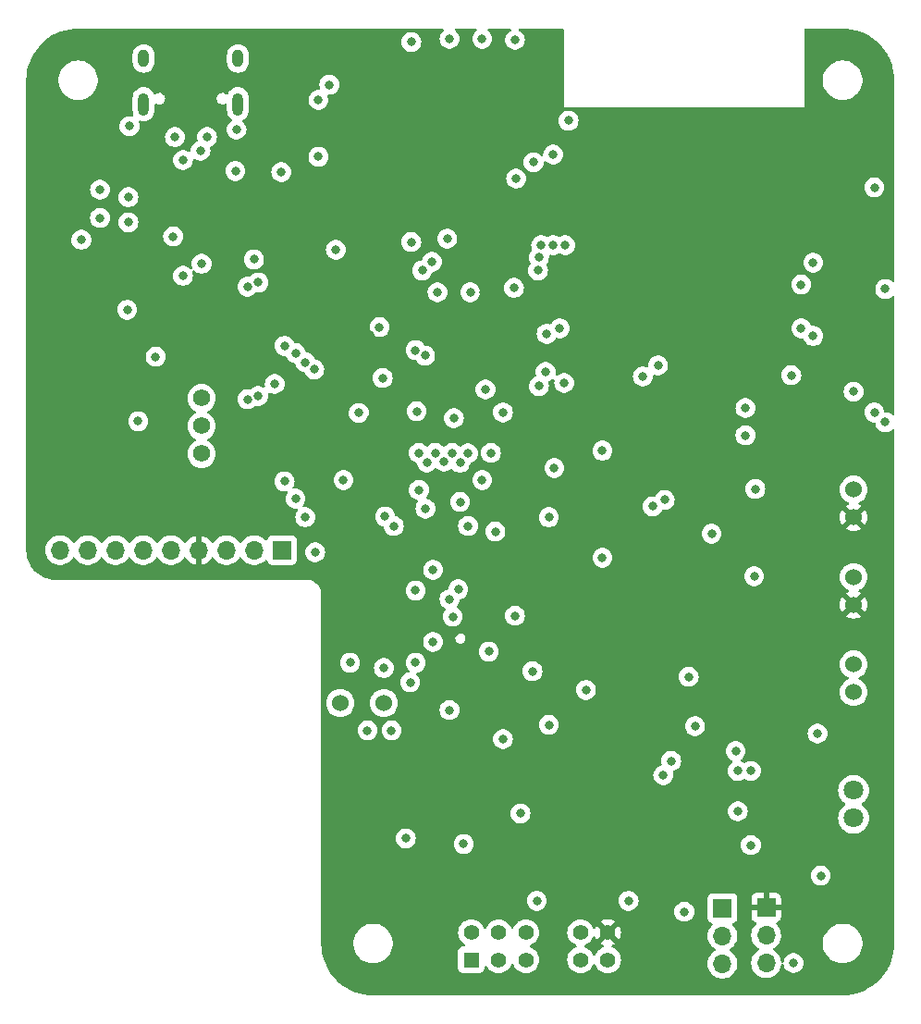
<source format=gbr>
%TF.GenerationSoftware,KiCad,Pcbnew,7.0.6*%
%TF.CreationDate,2023-11-17T16:50:28-08:00*%
%TF.ProjectId,Final_Project_4Layer,46696e61-6c5f-4507-926f-6a6563745f34,1.0*%
%TF.SameCoordinates,Original*%
%TF.FileFunction,Copper,L3,Inr*%
%TF.FilePolarity,Positive*%
%FSLAX46Y46*%
G04 Gerber Fmt 4.6, Leading zero omitted, Abs format (unit mm)*
G04 Created by KiCad (PCBNEW 7.0.6) date 2023-11-17 16:50:28*
%MOMM*%
%LPD*%
G01*
G04 APERTURE LIST*
%TA.AperFunction,ComponentPad*%
%ADD10O,1.700000X1.700000*%
%TD*%
%TA.AperFunction,ComponentPad*%
%ADD11R,1.700000X1.700000*%
%TD*%
%TA.AperFunction,ComponentPad*%
%ADD12C,1.574800*%
%TD*%
%TA.AperFunction,ComponentPad*%
%ADD13C,1.524000*%
%TD*%
%TA.AperFunction,ComponentPad*%
%ADD14O,1.000000X2.100000*%
%TD*%
%TA.AperFunction,ComponentPad*%
%ADD15O,1.000000X1.600000*%
%TD*%
%TA.AperFunction,ComponentPad*%
%ADD16R,1.408000X1.408000*%
%TD*%
%TA.AperFunction,ComponentPad*%
%ADD17C,1.408000*%
%TD*%
%TA.AperFunction,ComponentPad*%
%ADD18C,1.530000*%
%TD*%
%TA.AperFunction,ComponentPad*%
%ADD19C,1.803400*%
%TD*%
%TA.AperFunction,ViaPad*%
%ADD20C,0.800000*%
%TD*%
G04 APERTURE END LIST*
D10*
%TO.N,/Card_Detect*%
%TO.C,J5*%
X153340000Y-108000000D03*
%TO.N,unconnected-(J5-Pad8)*%
X155880000Y-108000000D03*
%TO.N,/MISO*%
X158420000Y-108000000D03*
%TO.N,GND*%
X160960000Y-108000000D03*
%TO.N,/SCK*%
X163500000Y-108000000D03*
%TO.N,+3.3V*%
X166040000Y-108000000D03*
%TO.N,/MOSI*%
X168580000Y-108000000D03*
%TO.N,/CS_Card*%
X171120000Y-108000000D03*
D11*
%TO.N,unconnected-(J5-Pad1)*%
X173660000Y-108000000D03*
%TD*%
D12*
%TO.N,PWM_Servo*%
%TO.C,J9*%
X166300000Y-94100000D03*
%TO.N,+6V*%
X166300000Y-96640000D03*
%TO.N,GND*%
X166300000Y-99180000D03*
%TD*%
D11*
%TO.N,+3.3V*%
%TO.C,J7*%
X218000000Y-140720000D03*
D10*
%TO.N,Net-(J10-Pad2)*%
X218000000Y-143260000D03*
%TO.N,GND*%
X218000000Y-145800000D03*
%TD*%
D13*
%TO.N,+3.3V*%
%TO.C,J3*%
X226000000Y-105000000D03*
%TO.N,/Force_Signal*%
X226000000Y-102460000D03*
%TD*%
D14*
%TO.N,GND*%
%TO.C,J6*%
X169640000Y-67180000D03*
D15*
X169640000Y-63000000D03*
D14*
X161000000Y-67180000D03*
D15*
X161000000Y-63000000D03*
%TD*%
D11*
%TO.N,/AMPL_GAIN_SEL*%
%TO.C,J10*%
X214000000Y-140775000D03*
D10*
%TO.N,Net-(J10-Pad2)*%
X214000000Y-143315000D03*
%TO.N,Net-(J10-Pad3)*%
X214000000Y-145855000D03*
%TD*%
D16*
%TO.N,unconnected-(S1-Pad1)*%
%TO.C,S1*%
X191000000Y-145500000D03*
D17*
%TO.N,unconnected-(S1-Pad2)*%
X193500000Y-145500000D03*
%TO.N,unconnected-(S1-Pad3)*%
X196000000Y-145500000D03*
%TO.N,unconnected-(S1-Pad4)*%
X201000000Y-145500000D03*
%TO.N,unconnected-(S1-Pad5)*%
X203500000Y-145500000D03*
%TO.N,+3.3V*%
X203500000Y-143000000D03*
%TO.N,Net-(R18-Pad1)*%
X201000000Y-143000000D03*
%TO.N,/SD_MODE*%
X196000000Y-143000000D03*
%TO.N,Net-(R19-Pad2)*%
X193500000Y-143000000D03*
%TO.N,GND*%
X191000000Y-143000000D03*
%TD*%
D18*
%TO.N,/SWDIO*%
%TO.C,TP1*%
X183000000Y-122000000D03*
%TD*%
D13*
%TO.N,Net-(J8-Pin_1)*%
%TO.C,J8*%
X226000000Y-121000000D03*
%TO.N,GND*%
X226000000Y-118460000D03*
%TD*%
%TO.N,+3.3V*%
%TO.C,J2*%
X226000000Y-113000000D03*
%TO.N,/Button_Signal*%
X226000000Y-110460000D03*
%TD*%
D18*
%TO.N,/SWCLK*%
%TO.C,TP2*%
X179000000Y-122000000D03*
%TD*%
D19*
%TO.N,Net-(C20-Pad1)*%
%TO.C,J12*%
X226000000Y-132540000D03*
%TO.N,Net-(C18-Pad1)*%
X226000000Y-130000000D03*
%TD*%
D20*
%TO.N,+3.3V*%
X189100000Y-119400000D03*
X175100000Y-78300000D03*
X182400000Y-134300000D03*
X197500000Y-64700000D03*
X192700000Y-90600000D03*
X201000000Y-115800000D03*
X201000000Y-135000000D03*
X181700000Y-88300000D03*
X213000000Y-130100000D03*
X181800000Y-96000000D03*
X185899500Y-115100000D03*
X221600000Y-96900000D03*
X205200000Y-135000000D03*
X204800000Y-106500000D03*
X192100000Y-84400000D03*
X199900000Y-70000000D03*
X162100000Y-85700000D03*
X215100000Y-90600000D03*
X196600000Y-114300000D03*
X190800000Y-95924500D03*
X201200000Y-103100000D03*
X168800000Y-78300000D03*
X195500000Y-127700000D03*
%TO.N,GND*%
X197187701Y-92987701D03*
X208575500Y-128600000D03*
X182600000Y-87600000D03*
X189300000Y-114100000D03*
X189400000Y-95924500D03*
X159700000Y-69200000D03*
X171100000Y-81400000D03*
X169400000Y-73300000D03*
X215200000Y-126400000D03*
X159500000Y-86000000D03*
X169500000Y-69500000D03*
X185500000Y-61500000D03*
X178000000Y-65400000D03*
X173000000Y-92800000D03*
X216100000Y-97500000D03*
X216900000Y-110400000D03*
X155300000Y-79600000D03*
X220300000Y-92000000D03*
X190300000Y-134900000D03*
X192000000Y-61200000D03*
X210900000Y-119600000D03*
X226000000Y-93500000D03*
X185000000Y-134400000D03*
X190900000Y-84400000D03*
X223000000Y-137800000D03*
X179900000Y-118300000D03*
X216100000Y-95000000D03*
X195000000Y-61300000D03*
X213000000Y-106500000D03*
X196600000Y-119100000D03*
X220500000Y-145800000D03*
X195000000Y-114000000D03*
X162100000Y-90300000D03*
X160500000Y-96200000D03*
X217000000Y-102400000D03*
X185500000Y-79800000D03*
X163700000Y-79300000D03*
X180700000Y-95449500D03*
X173600000Y-73400000D03*
X189000000Y-61200000D03*
X211487701Y-124112299D03*
X222700000Y-124800000D03*
X185899500Y-118300000D03*
X195500000Y-132100000D03*
X199900000Y-68700000D03*
%TO.N,Net-(D1-K)*%
X157000000Y-77600000D03*
X157000000Y-75000000D03*
X159600000Y-78000000D03*
X159600000Y-75700000D03*
%TO.N,RESET*%
X185900000Y-111700000D03*
X187700000Y-99100000D03*
%TO.N,Net-(U2-VDDCORE)*%
X189000000Y-112500000D03*
X188500000Y-99900000D03*
%TO.N,+BATT*%
X177000000Y-66800000D03*
X177000000Y-72000000D03*
%TO.N,D8_NEOPIX*%
X203000000Y-108700000D03*
X203000000Y-98900000D03*
%TO.N,/VO-*%
X215400000Y-128200000D03*
X215400000Y-131900000D03*
%TO.N,/VO+*%
X216600000Y-128200000D03*
X216600000Y-135000000D03*
%TO.N,/SWDIO*%
X190700000Y-105800000D03*
X183900000Y-105800000D03*
X183000000Y-118800000D03*
X190700000Y-99150000D03*
%TO.N,/SWCLK*%
X198100000Y-124000000D03*
X183700000Y-124500000D03*
X181500000Y-124500000D03*
X189975500Y-100000000D03*
X189975500Y-103600000D03*
X198100000Y-105000000D03*
%TO.N,/Button_Signal*%
X207600000Y-104000000D03*
X206700000Y-92100000D03*
%TO.N,/Force_Signal*%
X208700000Y-103400000D03*
X208100000Y-91100000D03*
%TO.N,/CS_Card*%
X175800000Y-105000000D03*
X175800000Y-90800000D03*
%TO.N,/MOSI*%
X186800000Y-104200000D03*
X194900000Y-84000000D03*
X193900000Y-95400000D03*
X186924500Y-99993982D03*
%TO.N,/SCK*%
X186500000Y-82400000D03*
X222300000Y-88400000D03*
X197900000Y-88200000D03*
X185900000Y-89700000D03*
X174900000Y-103300000D03*
X222300000Y-81700000D03*
X197100000Y-82400000D03*
X174900000Y-89974500D03*
%TO.N,/MISO*%
X186200000Y-102500000D03*
X186200000Y-99100000D03*
%TO.N,/Card_Detect*%
X173900000Y-101700000D03*
X173900000Y-89300000D03*
%TO.N,D+*%
X170500000Y-94200000D03*
X164600000Y-72300000D03*
X164600000Y-82900000D03*
X170500000Y-83900000D03*
%TO.N,D-*%
X166206773Y-71445529D03*
X171500000Y-93900000D03*
X171500000Y-83500000D03*
X166300000Y-81800000D03*
%TO.N,unconnected-(J6-SBU1-PadA8)*%
X166800000Y-70200000D03*
X163870500Y-70200000D03*
%TO.N,PWM_Servo*%
X198600000Y-100500000D03*
X197800000Y-91700000D03*
%TO.N,/AMPL_GAIN_SEL*%
X209300000Y-127300000D03*
X210500000Y-141100000D03*
%TO.N,Net-(U2-VSW)*%
X189251000Y-99100000D03*
X189800000Y-111600000D03*
%TO.N,/I2S_LRCLK*%
X182884749Y-92260151D03*
X192600000Y-117300000D03*
X183100000Y-104924500D03*
X193200000Y-106300000D03*
%TO.N,/I2S_BCLK*%
X187500000Y-116400000D03*
X176613329Y-91474500D03*
X189000000Y-122636987D03*
X187500000Y-109800000D03*
X176700000Y-108200000D03*
%TO.N,/I2S_DOUT*%
X185400000Y-120100000D03*
X186000000Y-95300000D03*
%TO.N,/V_DIV*%
X178600000Y-80500000D03*
X192000000Y-101600000D03*
X192800000Y-99100000D03*
X179300000Y-101600000D03*
%TO.N,ESP_BLUE*%
X197400000Y-80100000D03*
X195100000Y-74000000D03*
%TO.N,ESP_RED*%
X196700000Y-72500000D03*
X198500000Y-80100000D03*
%TO.N,ESP_GREEN*%
X198500000Y-71800000D03*
X199600000Y-80100000D03*
%TO.N,JUMBO_LED*%
X201500000Y-120800000D03*
X199500000Y-92700000D03*
%TO.N,/SD_MODE*%
X205400000Y-140100000D03*
X197000000Y-140100000D03*
%TO.N,/ESP_Busy*%
X187900000Y-84400000D03*
X188800000Y-79500000D03*
%TO.N,/CS_Wifi*%
X186767811Y-90195892D03*
X228900000Y-84100000D03*
X197200000Y-81200000D03*
X199100000Y-87700000D03*
X221200000Y-87700000D03*
X187400000Y-81600000D03*
X221200000Y-83700000D03*
X228900000Y-96300000D03*
%TO.N,/I2S_DIN*%
X193900000Y-125300000D03*
X192300000Y-93300000D03*
%TO.N,/MISO_ESP*%
X227900000Y-74800000D03*
X227900000Y-95400000D03*
%TD*%
%TA.AperFunction,Conductor*%
%TO.N,+3.3V*%
G36*
X203056327Y-143101265D02*
G01*
X203105887Y-143227541D01*
X203190465Y-143333599D01*
X203302547Y-143410016D01*
X203410299Y-143443253D01*
X202843766Y-144009785D01*
X202961031Y-144082393D01*
X202961035Y-144082395D01*
X203077612Y-144127557D01*
X203133014Y-144170130D01*
X203156605Y-144235896D01*
X203140894Y-144303977D01*
X203090871Y-144352756D01*
X203085224Y-144355566D01*
X202891436Y-144445931D01*
X202848571Y-144475946D01*
X202717643Y-144567623D01*
X202717641Y-144567624D01*
X202717638Y-144567627D01*
X202567627Y-144717638D01*
X202567624Y-144717641D01*
X202567623Y-144717643D01*
X202512352Y-144796577D01*
X202445931Y-144891436D01*
X202362382Y-145070609D01*
X202316210Y-145123048D01*
X202249016Y-145142200D01*
X202182135Y-145121984D01*
X202137618Y-145070609D01*
X202054068Y-144891436D01*
X202041531Y-144873531D01*
X201932377Y-144717643D01*
X201782357Y-144567623D01*
X201608566Y-144445933D01*
X201608565Y-144445932D01*
X201608563Y-144445931D01*
X201512608Y-144401187D01*
X201429388Y-144362380D01*
X201376951Y-144316210D01*
X201357799Y-144249016D01*
X201378015Y-144182135D01*
X201429388Y-144137619D01*
X201608566Y-144054067D01*
X201782357Y-143932377D01*
X201932377Y-143782357D01*
X202054067Y-143608566D01*
X202141579Y-143420896D01*
X202187749Y-143368459D01*
X202254942Y-143349307D01*
X202321823Y-143369522D01*
X202367158Y-143422687D01*
X202370360Y-143431488D01*
X202370428Y-143431462D01*
X202372498Y-143436808D01*
X202471953Y-143636540D01*
X202488282Y-143658163D01*
X203055549Y-143090895D01*
X203056327Y-143101265D01*
G37*
%TD.AperFunction*%
%TA.AperFunction,Conductor*%
G36*
X188441143Y-60274185D02*
G01*
X188486898Y-60326989D01*
X188496842Y-60396147D01*
X188467817Y-60459703D01*
X188446990Y-60478818D01*
X188388745Y-60521135D01*
X188260959Y-60663057D01*
X188165473Y-60828443D01*
X188165470Y-60828450D01*
X188106459Y-61010068D01*
X188106458Y-61010072D01*
X188086496Y-61200000D01*
X188106458Y-61389928D01*
X188106459Y-61389931D01*
X188165470Y-61571549D01*
X188165473Y-61571556D01*
X188260960Y-61736944D01*
X188388747Y-61878866D01*
X188543248Y-61991118D01*
X188717712Y-62068794D01*
X188904513Y-62108500D01*
X189095487Y-62108500D01*
X189282288Y-62068794D01*
X189456752Y-61991118D01*
X189611253Y-61878866D01*
X189739040Y-61736944D01*
X189834527Y-61571556D01*
X189893542Y-61389928D01*
X189913504Y-61200000D01*
X189893542Y-61010072D01*
X189834527Y-60828444D01*
X189739040Y-60663056D01*
X189611253Y-60521134D01*
X189553009Y-60478817D01*
X189510345Y-60423488D01*
X189504366Y-60353874D01*
X189536972Y-60292079D01*
X189597811Y-60257722D01*
X189625896Y-60254500D01*
X191374104Y-60254500D01*
X191441143Y-60274185D01*
X191486898Y-60326989D01*
X191496842Y-60396147D01*
X191467817Y-60459703D01*
X191446990Y-60478818D01*
X191388745Y-60521135D01*
X191260959Y-60663057D01*
X191165473Y-60828443D01*
X191165470Y-60828450D01*
X191106459Y-61010068D01*
X191106458Y-61010072D01*
X191086496Y-61200000D01*
X191106458Y-61389928D01*
X191106459Y-61389931D01*
X191165470Y-61571549D01*
X191165473Y-61571556D01*
X191260960Y-61736944D01*
X191388747Y-61878866D01*
X191543248Y-61991118D01*
X191717712Y-62068794D01*
X191904513Y-62108500D01*
X192095487Y-62108500D01*
X192282288Y-62068794D01*
X192456752Y-61991118D01*
X192611253Y-61878866D01*
X192739040Y-61736944D01*
X192834527Y-61571556D01*
X192893542Y-61389928D01*
X192913504Y-61200000D01*
X192893542Y-61010072D01*
X192834527Y-60828444D01*
X192739040Y-60663056D01*
X192611253Y-60521134D01*
X192553009Y-60478817D01*
X192510345Y-60423488D01*
X192504366Y-60353874D01*
X192536972Y-60292079D01*
X192597811Y-60257722D01*
X192625896Y-60254500D01*
X194531226Y-60254500D01*
X194598265Y-60274185D01*
X194644020Y-60326989D01*
X194653964Y-60396147D01*
X194624939Y-60459703D01*
X194581665Y-60491777D01*
X194543248Y-60508882D01*
X194543244Y-60508884D01*
X194388745Y-60621135D01*
X194260959Y-60763057D01*
X194165473Y-60928443D01*
X194165470Y-60928450D01*
X194138950Y-61010072D01*
X194106458Y-61110072D01*
X194086496Y-61300000D01*
X194106458Y-61489928D01*
X194106459Y-61489931D01*
X194165470Y-61671549D01*
X194165473Y-61671556D01*
X194260960Y-61836944D01*
X194388747Y-61978866D01*
X194543248Y-62091118D01*
X194717712Y-62168794D01*
X194904513Y-62208500D01*
X195095487Y-62208500D01*
X195282288Y-62168794D01*
X195456752Y-62091118D01*
X195611253Y-61978866D01*
X195739040Y-61836944D01*
X195834527Y-61671556D01*
X195893542Y-61489928D01*
X195913504Y-61300000D01*
X195893542Y-61110072D01*
X195834527Y-60928444D01*
X195739040Y-60763056D01*
X195611253Y-60621134D01*
X195473617Y-60521135D01*
X195456755Y-60508884D01*
X195456754Y-60508883D01*
X195456752Y-60508882D01*
X195418335Y-60491778D01*
X195365101Y-60446529D01*
X195344780Y-60379680D01*
X195363825Y-60312456D01*
X195416191Y-60266201D01*
X195468774Y-60254500D01*
X199376000Y-60254500D01*
X199443039Y-60274185D01*
X199488794Y-60326989D01*
X199500000Y-60378499D01*
X199500000Y-67500000D01*
X221500000Y-67500000D01*
X221500000Y-65135176D01*
X223196300Y-65135176D01*
X223236589Y-65402482D01*
X223236591Y-65402488D01*
X223316275Y-65660814D01*
X223433567Y-65904374D01*
X223433569Y-65904376D01*
X223433570Y-65904379D01*
X223544439Y-66066994D01*
X223585856Y-66127742D01*
X223769727Y-66325909D01*
X223769731Y-66325912D01*
X223769732Y-66325913D01*
X223981090Y-66494466D01*
X224215209Y-66629635D01*
X224466859Y-66728400D01*
X224730419Y-66788556D01*
X224780940Y-66792342D01*
X224932499Y-66803700D01*
X224932505Y-66803700D01*
X225067501Y-66803700D01*
X225202218Y-66793604D01*
X225269581Y-66788556D01*
X225533141Y-66728400D01*
X225784791Y-66629635D01*
X226018910Y-66494466D01*
X226230268Y-66325913D01*
X226414144Y-66127742D01*
X226566430Y-65904379D01*
X226683725Y-65660814D01*
X226763409Y-65402487D01*
X226803700Y-65135169D01*
X226803700Y-64864831D01*
X226803433Y-64863057D01*
X226763410Y-64597517D01*
X226763408Y-64597511D01*
X226760815Y-64589105D01*
X226683725Y-64339186D01*
X226566430Y-64095621D01*
X226414144Y-63872258D01*
X226323362Y-63774418D01*
X226230272Y-63674090D01*
X226189620Y-63641671D01*
X226018910Y-63505534D01*
X225784791Y-63370365D01*
X225533141Y-63271600D01*
X225533132Y-63271598D01*
X225533129Y-63271597D01*
X225269578Y-63211443D01*
X225067501Y-63196300D01*
X225067495Y-63196300D01*
X224932505Y-63196300D01*
X224932499Y-63196300D01*
X224730421Y-63211443D01*
X224466870Y-63271597D01*
X224466862Y-63271599D01*
X224466859Y-63271600D01*
X224466856Y-63271600D01*
X224466853Y-63271602D01*
X224215208Y-63370365D01*
X223981090Y-63505534D01*
X223769727Y-63674090D01*
X223585856Y-63872257D01*
X223433567Y-64095625D01*
X223316275Y-64339185D01*
X223236591Y-64597511D01*
X223236589Y-64597517D01*
X223196300Y-64864823D01*
X223196300Y-65135176D01*
X221500000Y-65135176D01*
X221500000Y-60378500D01*
X221519685Y-60311461D01*
X221572489Y-60265706D01*
X221624000Y-60254500D01*
X224955125Y-60254500D01*
X225000000Y-60254500D01*
X225410915Y-60272440D01*
X225416267Y-60272909D01*
X225821376Y-60326243D01*
X225826684Y-60327179D01*
X226225594Y-60415615D01*
X226230784Y-60417005D01*
X226620480Y-60539876D01*
X226625557Y-60541724D01*
X227003044Y-60698084D01*
X227007922Y-60700358D01*
X227370371Y-60889037D01*
X227375020Y-60891722D01*
X227719629Y-61111263D01*
X227724048Y-61114357D01*
X227979109Y-61310072D01*
X228048203Y-61363089D01*
X228052348Y-61366568D01*
X228353578Y-61642595D01*
X228357404Y-61646421D01*
X228633431Y-61947651D01*
X228636908Y-61951794D01*
X228743814Y-62091116D01*
X228885640Y-62275948D01*
X228888739Y-62280374D01*
X229108273Y-62624972D01*
X229110966Y-62629636D01*
X229142530Y-62690269D01*
X229299632Y-62992059D01*
X229301919Y-62996964D01*
X229458273Y-63374438D01*
X229460124Y-63379523D01*
X229525285Y-63586186D01*
X229557325Y-63687804D01*
X229582987Y-63769191D01*
X229584387Y-63774418D01*
X229672819Y-64173313D01*
X229673759Y-64178642D01*
X229727088Y-64583714D01*
X229727560Y-64589105D01*
X229745500Y-65000000D01*
X229745500Y-83358260D01*
X229725815Y-83425299D01*
X229673011Y-83471054D01*
X229603853Y-83480998D01*
X229540297Y-83451973D01*
X229529351Y-83441233D01*
X229511255Y-83421136D01*
X229511254Y-83421135D01*
X229511253Y-83421134D01*
X229356752Y-83308882D01*
X229182288Y-83231206D01*
X229182286Y-83231205D01*
X228995487Y-83191500D01*
X228804513Y-83191500D01*
X228617714Y-83231205D01*
X228443246Y-83308883D01*
X228288745Y-83421135D01*
X228160959Y-83563057D01*
X228065473Y-83728443D01*
X228065470Y-83728450D01*
X228006459Y-83910068D01*
X228006458Y-83910072D01*
X227986496Y-84100000D01*
X228006458Y-84289928D01*
X228006459Y-84289931D01*
X228065470Y-84471549D01*
X228065473Y-84471556D01*
X228160960Y-84636944D01*
X228288747Y-84778866D01*
X228443248Y-84891118D01*
X228617712Y-84968794D01*
X228804513Y-85008500D01*
X228995487Y-85008500D01*
X229182288Y-84968794D01*
X229356752Y-84891118D01*
X229511253Y-84778866D01*
X229529350Y-84758766D01*
X229588836Y-84722119D01*
X229658693Y-84723448D01*
X229716741Y-84762335D01*
X229744551Y-84826431D01*
X229745500Y-84841739D01*
X229745500Y-95558260D01*
X229725815Y-95625299D01*
X229673011Y-95671054D01*
X229603853Y-95680998D01*
X229540297Y-95651973D01*
X229529351Y-95641233D01*
X229511255Y-95621136D01*
X229511254Y-95621135D01*
X229511253Y-95621134D01*
X229356752Y-95508882D01*
X229182288Y-95431206D01*
X229182286Y-95431205D01*
X228995487Y-95391500D01*
X228924261Y-95391500D01*
X228857222Y-95371815D01*
X228811467Y-95319011D01*
X228800940Y-95280462D01*
X228793542Y-95210072D01*
X228734527Y-95028444D01*
X228639040Y-94863056D01*
X228511253Y-94721134D01*
X228356752Y-94608882D01*
X228182288Y-94531206D01*
X228182286Y-94531205D01*
X227995487Y-94491500D01*
X227804513Y-94491500D01*
X227617714Y-94531205D01*
X227443246Y-94608883D01*
X227288745Y-94721135D01*
X227160959Y-94863057D01*
X227065473Y-95028443D01*
X227065470Y-95028450D01*
X227006459Y-95210068D01*
X227006458Y-95210072D01*
X226986496Y-95400000D01*
X227006458Y-95589928D01*
X227006459Y-95589931D01*
X227065470Y-95771549D01*
X227065473Y-95771556D01*
X227160960Y-95936944D01*
X227288747Y-96078866D01*
X227443248Y-96191118D01*
X227617712Y-96268794D01*
X227804513Y-96308500D01*
X227875739Y-96308500D01*
X227942778Y-96328185D01*
X227988533Y-96380989D01*
X227999060Y-96419538D01*
X228006458Y-96489929D01*
X228006459Y-96489932D01*
X228065470Y-96671549D01*
X228065473Y-96671556D01*
X228160960Y-96836944D01*
X228263290Y-96950594D01*
X228274512Y-96963057D01*
X228288747Y-96978866D01*
X228443248Y-97091118D01*
X228617712Y-97168794D01*
X228804513Y-97208500D01*
X228995487Y-97208500D01*
X229182288Y-97168794D01*
X229356752Y-97091118D01*
X229511253Y-96978866D01*
X229529350Y-96958766D01*
X229588836Y-96922119D01*
X229658693Y-96923448D01*
X229716741Y-96962335D01*
X229744551Y-97026431D01*
X229745500Y-97041739D01*
X229745500Y-144000000D01*
X229727560Y-144410894D01*
X229727088Y-144416285D01*
X229673759Y-144821357D01*
X229672819Y-144826686D01*
X229584387Y-145225581D01*
X229582987Y-145230808D01*
X229460124Y-145620476D01*
X229458273Y-145625561D01*
X229301919Y-146003035D01*
X229299631Y-146007940D01*
X229128364Y-146336944D01*
X229110973Y-146370351D01*
X229108267Y-146375037D01*
X228888744Y-146719618D01*
X228885640Y-146724051D01*
X228636910Y-147048203D01*
X228633431Y-147052348D01*
X228357404Y-147353578D01*
X228353578Y-147357404D01*
X228052348Y-147633431D01*
X228048203Y-147636910D01*
X227724051Y-147885640D01*
X227719618Y-147888744D01*
X227375037Y-148108267D01*
X227370351Y-148110973D01*
X227007940Y-148299632D01*
X227003035Y-148301919D01*
X226625561Y-148458273D01*
X226620476Y-148460124D01*
X226230808Y-148582987D01*
X226225581Y-148584387D01*
X225826686Y-148672819D01*
X225821357Y-148673759D01*
X225416285Y-148727088D01*
X225410894Y-148727560D01*
X225000000Y-148745500D01*
X182000000Y-148745500D01*
X181589105Y-148727560D01*
X181583714Y-148727088D01*
X181178642Y-148673759D01*
X181173313Y-148672819D01*
X180774418Y-148584387D01*
X180769199Y-148582989D01*
X180562313Y-148517758D01*
X180379523Y-148460124D01*
X180374438Y-148458273D01*
X179996964Y-148301919D01*
X179992067Y-148299636D01*
X179629636Y-148110966D01*
X179624972Y-148108273D01*
X179280374Y-147888739D01*
X179275948Y-147885640D01*
X178951796Y-147636910D01*
X178947651Y-147633431D01*
X178646421Y-147357404D01*
X178642595Y-147353578D01*
X178366568Y-147052348D01*
X178363089Y-147048203D01*
X178323177Y-146996189D01*
X178114357Y-146724048D01*
X178111263Y-146719629D01*
X177891722Y-146375020D01*
X177889037Y-146370371D01*
X177700358Y-146007922D01*
X177698080Y-146003035D01*
X177692652Y-145989931D01*
X177541724Y-145625557D01*
X177539875Y-145620476D01*
X177536595Y-145610072D01*
X177417005Y-145230784D01*
X177415615Y-145225594D01*
X177327179Y-144826684D01*
X177326243Y-144821376D01*
X177272909Y-144416267D01*
X177272440Y-144410915D01*
X177260402Y-144135176D01*
X180196300Y-144135176D01*
X180236589Y-144402482D01*
X180236591Y-144402488D01*
X180316275Y-144660814D01*
X180433567Y-144904374D01*
X180433569Y-144904376D01*
X180433570Y-144904379D01*
X180555838Y-145083714D01*
X180585856Y-145127742D01*
X180769727Y-145325909D01*
X180769731Y-145325912D01*
X180769732Y-145325913D01*
X180981090Y-145494466D01*
X181215209Y-145629635D01*
X181466859Y-145728400D01*
X181730419Y-145788556D01*
X181780940Y-145792342D01*
X181932499Y-145803700D01*
X181932505Y-145803700D01*
X182067501Y-145803700D01*
X182202219Y-145793603D01*
X182269581Y-145788556D01*
X182533141Y-145728400D01*
X182784791Y-145629635D01*
X183018910Y-145494466D01*
X183230268Y-145325913D01*
X183414144Y-145127742D01*
X183566430Y-144904379D01*
X183683725Y-144660814D01*
X183763409Y-144402487D01*
X183763605Y-144401190D01*
X183803699Y-144135176D01*
X183803700Y-144135167D01*
X183803700Y-143864832D01*
X183803699Y-143864823D01*
X183763410Y-143597517D01*
X183763408Y-143597511D01*
X183745473Y-143539368D01*
X183683725Y-143339186D01*
X183566430Y-143095621D01*
X183501238Y-143000001D01*
X189782868Y-143000001D01*
X189801358Y-143211347D01*
X189801360Y-143211358D01*
X189856267Y-143416276D01*
X189856269Y-143416280D01*
X189856270Y-143416284D01*
X189865841Y-143436808D01*
X189945931Y-143608563D01*
X189945932Y-143608565D01*
X189945933Y-143608566D01*
X190067623Y-143782357D01*
X190217643Y-143932377D01*
X190391434Y-144054067D01*
X190391436Y-144054067D01*
X190391439Y-144054070D01*
X190394979Y-144056114D01*
X190443194Y-144106682D01*
X190456415Y-144175290D01*
X190430446Y-144240154D01*
X190373531Y-144280681D01*
X190332977Y-144287500D01*
X190247345Y-144287500D01*
X190186797Y-144294011D01*
X190186795Y-144294011D01*
X190049795Y-144345111D01*
X189932739Y-144432739D01*
X189845111Y-144549795D01*
X189794011Y-144686795D01*
X189794011Y-144686797D01*
X189787500Y-144747345D01*
X189787500Y-146252654D01*
X189794011Y-146313202D01*
X189794011Y-146313204D01*
X189838460Y-146432372D01*
X189845111Y-146450204D01*
X189932739Y-146567261D01*
X190049796Y-146654889D01*
X190186799Y-146705989D01*
X190214050Y-146708918D01*
X190247345Y-146712499D01*
X190247362Y-146712500D01*
X191752638Y-146712500D01*
X191752654Y-146712499D01*
X191779692Y-146709591D01*
X191813201Y-146705989D01*
X191950204Y-146654889D01*
X192067261Y-146567261D01*
X192154889Y-146450204D01*
X192205989Y-146313201D01*
X192209591Y-146279692D01*
X192212499Y-146252654D01*
X192212500Y-146252637D01*
X192212500Y-146167022D01*
X192232185Y-146099983D01*
X192284989Y-146054228D01*
X192354147Y-146044284D01*
X192417703Y-146073309D01*
X192443889Y-146105025D01*
X192445932Y-146108564D01*
X192445933Y-146108566D01*
X192567623Y-146282357D01*
X192717643Y-146432377D01*
X192891434Y-146554067D01*
X193083716Y-146643730D01*
X193288647Y-146698641D01*
X193439613Y-146711848D01*
X193499998Y-146717132D01*
X193500000Y-146717132D01*
X193500002Y-146717132D01*
X193552955Y-146712499D01*
X193711353Y-146698641D01*
X193916284Y-146643730D01*
X194108566Y-146554067D01*
X194282357Y-146432377D01*
X194432377Y-146282357D01*
X194554067Y-146108566D01*
X194637619Y-145929388D01*
X194683790Y-145876951D01*
X194750984Y-145857799D01*
X194817865Y-145878015D01*
X194862380Y-145929388D01*
X194890611Y-145989928D01*
X194945931Y-146108563D01*
X194945932Y-146108564D01*
X194945933Y-146108566D01*
X195067623Y-146282357D01*
X195217643Y-146432377D01*
X195391434Y-146554067D01*
X195583716Y-146643730D01*
X195788647Y-146698641D01*
X195939613Y-146711848D01*
X195999998Y-146717132D01*
X196000000Y-146717132D01*
X196000002Y-146717132D01*
X196052955Y-146712499D01*
X196211353Y-146698641D01*
X196416284Y-146643730D01*
X196608566Y-146554067D01*
X196782357Y-146432377D01*
X196932377Y-146282357D01*
X197054067Y-146108566D01*
X197143730Y-145916284D01*
X197198641Y-145711353D01*
X197217132Y-145500001D01*
X199782868Y-145500001D01*
X199801358Y-145711347D01*
X199801360Y-145711358D01*
X199856267Y-145916276D01*
X199856269Y-145916280D01*
X199856270Y-145916284D01*
X199890611Y-145989928D01*
X199945931Y-146108563D01*
X199945932Y-146108564D01*
X199945933Y-146108566D01*
X200067623Y-146282357D01*
X200217643Y-146432377D01*
X200391434Y-146554067D01*
X200583716Y-146643730D01*
X200788647Y-146698641D01*
X200939613Y-146711848D01*
X200999998Y-146717132D01*
X201000000Y-146717132D01*
X201000002Y-146717132D01*
X201052955Y-146712499D01*
X201211353Y-146698641D01*
X201416284Y-146643730D01*
X201608566Y-146554067D01*
X201782357Y-146432377D01*
X201932377Y-146282357D01*
X202054067Y-146108566D01*
X202137619Y-145929388D01*
X202183790Y-145876951D01*
X202250984Y-145857799D01*
X202317865Y-145878015D01*
X202362380Y-145929388D01*
X202390611Y-145989928D01*
X202445931Y-146108563D01*
X202445932Y-146108564D01*
X202445933Y-146108566D01*
X202567623Y-146282357D01*
X202717643Y-146432377D01*
X202891434Y-146554067D01*
X203083716Y-146643730D01*
X203288647Y-146698641D01*
X203439613Y-146711848D01*
X203499998Y-146717132D01*
X203500000Y-146717132D01*
X203500002Y-146717132D01*
X203552955Y-146712499D01*
X203711353Y-146698641D01*
X203916284Y-146643730D01*
X204108566Y-146554067D01*
X204282357Y-146432377D01*
X204432377Y-146282357D01*
X204554067Y-146108566D01*
X204643730Y-145916284D01*
X204660150Y-145855005D01*
X212636844Y-145855005D01*
X212655434Y-146079359D01*
X212655436Y-146079371D01*
X212710703Y-146297614D01*
X212801140Y-146503792D01*
X212924276Y-146692265D01*
X212924284Y-146692276D01*
X213026128Y-146802906D01*
X213076760Y-146857906D01*
X213254424Y-146996189D01*
X213254425Y-146996189D01*
X213254427Y-146996191D01*
X213350796Y-147048343D01*
X213452426Y-147103342D01*
X213665365Y-147176444D01*
X213887431Y-147213500D01*
X214112569Y-147213500D01*
X214334635Y-147176444D01*
X214547574Y-147103342D01*
X214745576Y-146996189D01*
X214923240Y-146857906D01*
X215022614Y-146749957D01*
X215075715Y-146692276D01*
X215075716Y-146692274D01*
X215075722Y-146692268D01*
X215198860Y-146503791D01*
X215289296Y-146297616D01*
X215344564Y-146079368D01*
X215347471Y-146044284D01*
X215363156Y-145855005D01*
X215363156Y-145854994D01*
X215358599Y-145800005D01*
X216636844Y-145800005D01*
X216655434Y-146024359D01*
X216655436Y-146024371D01*
X216710703Y-146242614D01*
X216801140Y-146448792D01*
X216924276Y-146637265D01*
X216924284Y-146637276D01*
X217076756Y-146802902D01*
X217076760Y-146802906D01*
X217254424Y-146941189D01*
X217254425Y-146941189D01*
X217254427Y-146941191D01*
X217356052Y-146996187D01*
X217452426Y-147048342D01*
X217665365Y-147121444D01*
X217887431Y-147158500D01*
X218112569Y-147158500D01*
X218334635Y-147121444D01*
X218547574Y-147048342D01*
X218745576Y-146941189D01*
X218923240Y-146802906D01*
X219059501Y-146654889D01*
X219075715Y-146637276D01*
X219075716Y-146637274D01*
X219075722Y-146637268D01*
X219198860Y-146448791D01*
X219289296Y-146242616D01*
X219344564Y-146024368D01*
X219352645Y-145926843D01*
X219377798Y-145861662D01*
X219434199Y-145820423D01*
X219503943Y-145816225D01*
X219564885Y-145850398D01*
X219597677Y-145912095D01*
X219599541Y-145924120D01*
X219606458Y-145989928D01*
X219606459Y-145989931D01*
X219665470Y-146171549D01*
X219665473Y-146171556D01*
X219760960Y-146336944D01*
X219888747Y-146478866D01*
X220043248Y-146591118D01*
X220217712Y-146668794D01*
X220404513Y-146708500D01*
X220595487Y-146708500D01*
X220782288Y-146668794D01*
X220956752Y-146591118D01*
X221111253Y-146478866D01*
X221239040Y-146336944D01*
X221334527Y-146171556D01*
X221393542Y-145989928D01*
X221413504Y-145800000D01*
X221393542Y-145610072D01*
X221334527Y-145428444D01*
X221239040Y-145263056D01*
X221111253Y-145121134D01*
X220956752Y-145008882D01*
X220782288Y-144931206D01*
X220782286Y-144931205D01*
X220595487Y-144891500D01*
X220404513Y-144891500D01*
X220217714Y-144931205D01*
X220043246Y-145008883D01*
X219888745Y-145121135D01*
X219760959Y-145263057D01*
X219665473Y-145428443D01*
X219665470Y-145428450D01*
X219606459Y-145610068D01*
X219606458Y-145610072D01*
X219599828Y-145673152D01*
X219599542Y-145675876D01*
X219572957Y-145740490D01*
X219515659Y-145780474D01*
X219445840Y-145783134D01*
X219385667Y-145747624D01*
X219354244Y-145685219D01*
X219352646Y-145673169D01*
X219344564Y-145575632D01*
X219289296Y-145357384D01*
X219198860Y-145151209D01*
X219179766Y-145121984D01*
X219137291Y-145056970D01*
X219075722Y-144962732D01*
X219075719Y-144962729D01*
X219075715Y-144962723D01*
X218923243Y-144797097D01*
X218923238Y-144797092D01*
X218790856Y-144694054D01*
X218745576Y-144658811D01*
X218709070Y-144639055D01*
X218659479Y-144589836D01*
X218644371Y-144521619D01*
X218668541Y-144456064D01*
X218709070Y-144420945D01*
X218709084Y-144420936D01*
X218745576Y-144401189D01*
X218923240Y-144262906D01*
X219040825Y-144135176D01*
X223196300Y-144135176D01*
X223236589Y-144402482D01*
X223236591Y-144402488D01*
X223316275Y-144660814D01*
X223433567Y-144904374D01*
X223433569Y-144904376D01*
X223433570Y-144904379D01*
X223555838Y-145083714D01*
X223585856Y-145127742D01*
X223769727Y-145325909D01*
X223769731Y-145325912D01*
X223769732Y-145325913D01*
X223981090Y-145494466D01*
X224215209Y-145629635D01*
X224466859Y-145728400D01*
X224730419Y-145788556D01*
X224780940Y-145792342D01*
X224932499Y-145803700D01*
X224932505Y-145803700D01*
X225067501Y-145803700D01*
X225202219Y-145793603D01*
X225269581Y-145788556D01*
X225533141Y-145728400D01*
X225784791Y-145629635D01*
X226018910Y-145494466D01*
X226230268Y-145325913D01*
X226414144Y-145127742D01*
X226566430Y-144904379D01*
X226683725Y-144660814D01*
X226763409Y-144402487D01*
X226763605Y-144401190D01*
X226803699Y-144135176D01*
X226803700Y-144135167D01*
X226803700Y-143864832D01*
X226803699Y-143864823D01*
X226763410Y-143597517D01*
X226763408Y-143597511D01*
X226745473Y-143539368D01*
X226683725Y-143339186D01*
X226566430Y-143095621D01*
X226414144Y-142872258D01*
X226403849Y-142861163D01*
X226230272Y-142674090D01*
X226130568Y-142594579D01*
X226018910Y-142505534D01*
X225784791Y-142370365D01*
X225533141Y-142271600D01*
X225533132Y-142271598D01*
X225533129Y-142271597D01*
X225269578Y-142211443D01*
X225067501Y-142196300D01*
X225067495Y-142196300D01*
X224932505Y-142196300D01*
X224932499Y-142196300D01*
X224730421Y-142211443D01*
X224466870Y-142271597D01*
X224466862Y-142271599D01*
X224466859Y-142271600D01*
X224466856Y-142271600D01*
X224466853Y-142271602D01*
X224215208Y-142370365D01*
X223981090Y-142505534D01*
X223769727Y-142674090D01*
X223585856Y-142872257D01*
X223433567Y-143095625D01*
X223316275Y-143339185D01*
X223236591Y-143597511D01*
X223236589Y-143597517D01*
X223196300Y-143864823D01*
X223196300Y-144135176D01*
X219040825Y-144135176D01*
X219075722Y-144097268D01*
X219198860Y-143908791D01*
X219289296Y-143702616D01*
X219344564Y-143484368D01*
X219349675Y-143422687D01*
X219363156Y-143260005D01*
X219363156Y-143259994D01*
X219344565Y-143035640D01*
X219344563Y-143035628D01*
X219289296Y-142817385D01*
X219276690Y-142788647D01*
X219198860Y-142611209D01*
X219170537Y-142567858D01*
X219129819Y-142505534D01*
X219075722Y-142422732D01*
X218924291Y-142258236D01*
X218893370Y-142195584D01*
X218901230Y-142126158D01*
X218945376Y-142072002D01*
X218972189Y-142058073D01*
X219092086Y-142013354D01*
X219092093Y-142013350D01*
X219207187Y-141927190D01*
X219207190Y-141927187D01*
X219293350Y-141812093D01*
X219293354Y-141812086D01*
X219343596Y-141677379D01*
X219343598Y-141677372D01*
X219349999Y-141617844D01*
X219350000Y-141617827D01*
X219350000Y-140970000D01*
X218433686Y-140970000D01*
X218459493Y-140929844D01*
X218500000Y-140791889D01*
X218500000Y-140648111D01*
X218459493Y-140510156D01*
X218433686Y-140470000D01*
X219350000Y-140470000D01*
X219350000Y-139822172D01*
X219349999Y-139822155D01*
X219343598Y-139762627D01*
X219343596Y-139762620D01*
X219293354Y-139627913D01*
X219293350Y-139627906D01*
X219207190Y-139512812D01*
X219207187Y-139512809D01*
X219092093Y-139426649D01*
X219092086Y-139426645D01*
X218957379Y-139376403D01*
X218957372Y-139376401D01*
X218897844Y-139370000D01*
X218250000Y-139370000D01*
X218250000Y-140284498D01*
X218142315Y-140235320D01*
X218035763Y-140220000D01*
X217964237Y-140220000D01*
X217857685Y-140235320D01*
X217750000Y-140284498D01*
X217750000Y-139370000D01*
X217102155Y-139370000D01*
X217042627Y-139376401D01*
X217042620Y-139376403D01*
X216907913Y-139426645D01*
X216907906Y-139426649D01*
X216792812Y-139512809D01*
X216792809Y-139512812D01*
X216706649Y-139627906D01*
X216706645Y-139627913D01*
X216656403Y-139762620D01*
X216656401Y-139762627D01*
X216650000Y-139822155D01*
X216650000Y-140470000D01*
X217566314Y-140470000D01*
X217540507Y-140510156D01*
X217500000Y-140648111D01*
X217500000Y-140791889D01*
X217540507Y-140929844D01*
X217566314Y-140970000D01*
X216650000Y-140970000D01*
X216650000Y-141617844D01*
X216656401Y-141677372D01*
X216656403Y-141677379D01*
X216706645Y-141812086D01*
X216706649Y-141812093D01*
X216792809Y-141927187D01*
X216792812Y-141927190D01*
X216907906Y-142013350D01*
X216907913Y-142013354D01*
X217027810Y-142058073D01*
X217083744Y-142099944D01*
X217108161Y-142165409D01*
X217093309Y-142233682D01*
X217075706Y-142258238D01*
X216924284Y-142422723D01*
X216924276Y-142422734D01*
X216801140Y-142611207D01*
X216710703Y-142817385D01*
X216655436Y-143035628D01*
X216655434Y-143035640D01*
X216636844Y-143259994D01*
X216636844Y-143260005D01*
X216655434Y-143484359D01*
X216655436Y-143484371D01*
X216710703Y-143702614D01*
X216801140Y-143908792D01*
X216924276Y-144097265D01*
X216924284Y-144097276D01*
X217063973Y-144249016D01*
X217076760Y-144262906D01*
X217254424Y-144401189D01*
X217254429Y-144401191D01*
X217254431Y-144401193D01*
X217290930Y-144420946D01*
X217340520Y-144470165D01*
X217355628Y-144538382D01*
X217331457Y-144603937D01*
X217290930Y-144639054D01*
X217254431Y-144658806D01*
X217254422Y-144658812D01*
X217076761Y-144797092D01*
X217076756Y-144797097D01*
X216924284Y-144962723D01*
X216924276Y-144962734D01*
X216801140Y-145151207D01*
X216710703Y-145357385D01*
X216655436Y-145575628D01*
X216655434Y-145575640D01*
X216636844Y-145799994D01*
X216636844Y-145800005D01*
X215358599Y-145800005D01*
X215344565Y-145630640D01*
X215344563Y-145630628D01*
X215330635Y-145575628D01*
X215289296Y-145412384D01*
X215198860Y-145206209D01*
X215162925Y-145151207D01*
X215075723Y-145017734D01*
X215075715Y-145017723D01*
X214923243Y-144852097D01*
X214923238Y-144852092D01*
X214745577Y-144713812D01*
X214745578Y-144713812D01*
X214745576Y-144713811D01*
X214709070Y-144694055D01*
X214659479Y-144644836D01*
X214644371Y-144576619D01*
X214668541Y-144511064D01*
X214709070Y-144475945D01*
X214709084Y-144475936D01*
X214745576Y-144456189D01*
X214923240Y-144317906D01*
X215075722Y-144152268D01*
X215198860Y-143963791D01*
X215289296Y-143757616D01*
X215344564Y-143539368D01*
X215344565Y-143539359D01*
X215363156Y-143315005D01*
X215363156Y-143314994D01*
X215344565Y-143090640D01*
X215344563Y-143090628D01*
X215321613Y-143000000D01*
X215289296Y-142872384D01*
X215198860Y-142666209D01*
X215187804Y-142649287D01*
X215075723Y-142477734D01*
X215075715Y-142477723D01*
X214930510Y-142319991D01*
X214899587Y-142257337D01*
X214907447Y-142187911D01*
X214951594Y-142133755D01*
X214978405Y-142119827D01*
X215058584Y-142089920D01*
X215096204Y-142075889D01*
X215213261Y-141988261D01*
X215300889Y-141871204D01*
X215351989Y-141734201D01*
X215358099Y-141677372D01*
X215358499Y-141673654D01*
X215358500Y-141673637D01*
X215358500Y-139876362D01*
X215358499Y-139876345D01*
X215352672Y-139822155D01*
X215351989Y-139815799D01*
X215300889Y-139678796D01*
X215213261Y-139561739D01*
X215096204Y-139474111D01*
X215096203Y-139474110D01*
X214959203Y-139423011D01*
X214898654Y-139416500D01*
X214898638Y-139416500D01*
X213101362Y-139416500D01*
X213101345Y-139416500D01*
X213040797Y-139423011D01*
X213040795Y-139423011D01*
X212903795Y-139474111D01*
X212786739Y-139561739D01*
X212699111Y-139678795D01*
X212648011Y-139815795D01*
X212648011Y-139815797D01*
X212641500Y-139876345D01*
X212641500Y-141673654D01*
X212648011Y-141734202D01*
X212648011Y-141734204D01*
X212686354Y-141837002D01*
X212699111Y-141871204D01*
X212786739Y-141988261D01*
X212903796Y-142075889D01*
X212955737Y-142095262D01*
X213021595Y-142119827D01*
X213077528Y-142161699D01*
X213101944Y-142227163D01*
X213087092Y-142295436D01*
X213069490Y-142319991D01*
X212924279Y-142477730D01*
X212924276Y-142477734D01*
X212801140Y-142666207D01*
X212710703Y-142872385D01*
X212655436Y-143090628D01*
X212655434Y-143090640D01*
X212636844Y-143314994D01*
X212636844Y-143315005D01*
X212655434Y-143539359D01*
X212655436Y-143539371D01*
X212710703Y-143757614D01*
X212801140Y-143963792D01*
X212924276Y-144152265D01*
X212924284Y-144152276D01*
X213076756Y-144317902D01*
X213076761Y-144317907D01*
X213133902Y-144362382D01*
X213254424Y-144456189D01*
X213254429Y-144456191D01*
X213254431Y-144456193D01*
X213290930Y-144475946D01*
X213340520Y-144525165D01*
X213355628Y-144593382D01*
X213331457Y-144658937D01*
X213290930Y-144694054D01*
X213254431Y-144713806D01*
X213254422Y-144713812D01*
X213076761Y-144852092D01*
X213076756Y-144852097D01*
X212924284Y-145017723D01*
X212924276Y-145017734D01*
X212801140Y-145206207D01*
X212710703Y-145412385D01*
X212655436Y-145630628D01*
X212655434Y-145630640D01*
X212636844Y-145854994D01*
X212636844Y-145855005D01*
X204660150Y-145855005D01*
X204698641Y-145711353D01*
X204717132Y-145500000D01*
X204698641Y-145288647D01*
X204643730Y-145083716D01*
X204554067Y-144891434D01*
X204432377Y-144717643D01*
X204282357Y-144567623D01*
X204108566Y-144445933D01*
X204108565Y-144445932D01*
X204108563Y-144445931D01*
X203914775Y-144355566D01*
X203862336Y-144309394D01*
X203843184Y-144242200D01*
X203863400Y-144175319D01*
X203916565Y-144129984D01*
X203922387Y-144127557D01*
X204038964Y-144082395D01*
X204038971Y-144082392D01*
X204156231Y-144009786D01*
X204156231Y-144009785D01*
X203588231Y-143441784D01*
X203634138Y-143434865D01*
X203756357Y-143376007D01*
X203855798Y-143283740D01*
X203923625Y-143166260D01*
X203941499Y-143087946D01*
X204511716Y-143658163D01*
X204528049Y-143636536D01*
X204528053Y-143636529D01*
X204627499Y-143436813D01*
X204627506Y-143436795D01*
X204688570Y-143222181D01*
X204709158Y-143000000D01*
X204709158Y-142999999D01*
X204688570Y-142777818D01*
X204627506Y-142563204D01*
X204627501Y-142563191D01*
X204528046Y-142363458D01*
X204511716Y-142341836D01*
X203944449Y-142909102D01*
X203943673Y-142898735D01*
X203894113Y-142772459D01*
X203809535Y-142666401D01*
X203697453Y-142589984D01*
X203589699Y-142556746D01*
X204156232Y-141990213D01*
X204038966Y-141917605D01*
X204038965Y-141917604D01*
X203830904Y-141837002D01*
X203611565Y-141796000D01*
X203388435Y-141796000D01*
X203169095Y-141837002D01*
X202961034Y-141917604D01*
X202961028Y-141917607D01*
X202843767Y-141990212D01*
X202843766Y-141990213D01*
X203411769Y-142558215D01*
X203365862Y-142565135D01*
X203243643Y-142623993D01*
X203144202Y-142716260D01*
X203076375Y-142833740D01*
X203058500Y-142912054D01*
X202488282Y-142341836D01*
X202488281Y-142341836D01*
X202471953Y-142363458D01*
X202372498Y-142563191D01*
X202370428Y-142568538D01*
X202368673Y-142567858D01*
X202335919Y-142619747D01*
X202272601Y-142649287D01*
X202203364Y-142639904D01*
X202150191Y-142594579D01*
X202141580Y-142579105D01*
X202072259Y-142430448D01*
X202054069Y-142391438D01*
X202054068Y-142391436D01*
X202054067Y-142391434D01*
X201932377Y-142217643D01*
X201782357Y-142067623D01*
X201608566Y-141945933D01*
X201608565Y-141945932D01*
X201608563Y-141945931D01*
X201491011Y-141891116D01*
X201416284Y-141856270D01*
X201416280Y-141856269D01*
X201416276Y-141856267D01*
X201211358Y-141801360D01*
X201211354Y-141801359D01*
X201211353Y-141801359D01*
X201211352Y-141801358D01*
X201211347Y-141801358D01*
X201000002Y-141782868D01*
X200999998Y-141782868D01*
X200788652Y-141801358D01*
X200788641Y-141801360D01*
X200583723Y-141856267D01*
X200583714Y-141856271D01*
X200391436Y-141945931D01*
X200302079Y-142008500D01*
X200217643Y-142067623D01*
X200217641Y-142067624D01*
X200217638Y-142067627D01*
X200067627Y-142217638D01*
X200067624Y-142217641D01*
X200067623Y-142217643D01*
X200013152Y-142295436D01*
X199945931Y-142391436D01*
X199863665Y-142567858D01*
X199858423Y-142579100D01*
X199856271Y-142583714D01*
X199856267Y-142583723D01*
X199801360Y-142788641D01*
X199801358Y-142788652D01*
X199782868Y-142999998D01*
X199782868Y-143000001D01*
X199801358Y-143211347D01*
X199801360Y-143211358D01*
X199856267Y-143416276D01*
X199856269Y-143416280D01*
X199856270Y-143416284D01*
X199865841Y-143436808D01*
X199945931Y-143608563D01*
X199945932Y-143608565D01*
X199945933Y-143608566D01*
X200067623Y-143782357D01*
X200217643Y-143932377D01*
X200391434Y-144054067D01*
X200391435Y-144054067D01*
X200391436Y-144054068D01*
X200570609Y-144137618D01*
X200623048Y-144183790D01*
X200642200Y-144250984D01*
X200621984Y-144317865D01*
X200570609Y-144362382D01*
X200391436Y-144445931D01*
X200348571Y-144475946D01*
X200217643Y-144567623D01*
X200217641Y-144567624D01*
X200217638Y-144567627D01*
X200067627Y-144717638D01*
X200067624Y-144717641D01*
X200067623Y-144717643D01*
X200012352Y-144796577D01*
X199945931Y-144891436D01*
X199856271Y-145083714D01*
X199856267Y-145083723D01*
X199801360Y-145288641D01*
X199801358Y-145288652D01*
X199782868Y-145499998D01*
X199782868Y-145500001D01*
X197217132Y-145500001D01*
X197217132Y-145500000D01*
X197198641Y-145288647D01*
X197143730Y-145083716D01*
X197054067Y-144891434D01*
X196932377Y-144717643D01*
X196782357Y-144567623D01*
X196608566Y-144445933D01*
X196608565Y-144445932D01*
X196608563Y-144445931D01*
X196512608Y-144401187D01*
X196429388Y-144362380D01*
X196376951Y-144316210D01*
X196357799Y-144249016D01*
X196378015Y-144182135D01*
X196429388Y-144137619D01*
X196608566Y-144054067D01*
X196782357Y-143932377D01*
X196932377Y-143782357D01*
X197054067Y-143608566D01*
X197143730Y-143416284D01*
X197198641Y-143211353D01*
X197217132Y-143000000D01*
X197198641Y-142788647D01*
X197143730Y-142583716D01*
X197054067Y-142391434D01*
X196932377Y-142217643D01*
X196782357Y-142067623D01*
X196608566Y-141945933D01*
X196608565Y-141945932D01*
X196608563Y-141945931D01*
X196491011Y-141891116D01*
X196416284Y-141856270D01*
X196416280Y-141856269D01*
X196416276Y-141856267D01*
X196211358Y-141801360D01*
X196211354Y-141801359D01*
X196211353Y-141801359D01*
X196211352Y-141801358D01*
X196211347Y-141801358D01*
X196000002Y-141782868D01*
X195999998Y-141782868D01*
X195788652Y-141801358D01*
X195788641Y-141801360D01*
X195583723Y-141856267D01*
X195583714Y-141856271D01*
X195391436Y-141945931D01*
X195302079Y-142008500D01*
X195217643Y-142067623D01*
X195217641Y-142067624D01*
X195217638Y-142067627D01*
X195067627Y-142217638D01*
X195067624Y-142217641D01*
X195067623Y-142217643D01*
X195013152Y-142295436D01*
X194945931Y-142391436D01*
X194862382Y-142570609D01*
X194816210Y-142623048D01*
X194749016Y-142642200D01*
X194682135Y-142621984D01*
X194637618Y-142570609D01*
X194554068Y-142391436D01*
X194539314Y-142370365D01*
X194432377Y-142217643D01*
X194282357Y-142067623D01*
X194108566Y-141945933D01*
X194108565Y-141945932D01*
X194108563Y-141945931D01*
X193991011Y-141891116D01*
X193916284Y-141856270D01*
X193916280Y-141856269D01*
X193916276Y-141856267D01*
X193711358Y-141801360D01*
X193711354Y-141801359D01*
X193711353Y-141801359D01*
X193711352Y-141801358D01*
X193711347Y-141801358D01*
X193500002Y-141782868D01*
X193499998Y-141782868D01*
X193288652Y-141801358D01*
X193288641Y-141801360D01*
X193083723Y-141856267D01*
X193083714Y-141856271D01*
X192891436Y-141945931D01*
X192802079Y-142008500D01*
X192717643Y-142067623D01*
X192717641Y-142067624D01*
X192717638Y-142067627D01*
X192567627Y-142217638D01*
X192567624Y-142217641D01*
X192567623Y-142217643D01*
X192513152Y-142295436D01*
X192445931Y-142391436D01*
X192362382Y-142570609D01*
X192316210Y-142623048D01*
X192249016Y-142642200D01*
X192182135Y-142621984D01*
X192137618Y-142570609D01*
X192054068Y-142391436D01*
X192039314Y-142370365D01*
X191932377Y-142217643D01*
X191782357Y-142067623D01*
X191608566Y-141945933D01*
X191608565Y-141945932D01*
X191608563Y-141945931D01*
X191491011Y-141891116D01*
X191416284Y-141856270D01*
X191416280Y-141856269D01*
X191416276Y-141856267D01*
X191211358Y-141801360D01*
X191211354Y-141801359D01*
X191211353Y-141801359D01*
X191211352Y-141801358D01*
X191211347Y-141801358D01*
X191000002Y-141782868D01*
X190999998Y-141782868D01*
X190788652Y-141801358D01*
X190788641Y-141801360D01*
X190583723Y-141856267D01*
X190583714Y-141856271D01*
X190391436Y-141945931D01*
X190302079Y-142008500D01*
X190217643Y-142067623D01*
X190217641Y-142067624D01*
X190217638Y-142067627D01*
X190067627Y-142217638D01*
X190067624Y-142217641D01*
X190067623Y-142217643D01*
X190013152Y-142295436D01*
X189945931Y-142391436D01*
X189863665Y-142567858D01*
X189858423Y-142579100D01*
X189856271Y-142583714D01*
X189856267Y-142583723D01*
X189801360Y-142788641D01*
X189801358Y-142788652D01*
X189782868Y-142999998D01*
X189782868Y-143000001D01*
X183501238Y-143000001D01*
X183414144Y-142872258D01*
X183403849Y-142861163D01*
X183230272Y-142674090D01*
X183130568Y-142594579D01*
X183018910Y-142505534D01*
X182784791Y-142370365D01*
X182533141Y-142271600D01*
X182533132Y-142271598D01*
X182533129Y-142271597D01*
X182269578Y-142211443D01*
X182067501Y-142196300D01*
X182067495Y-142196300D01*
X181932505Y-142196300D01*
X181932499Y-142196300D01*
X181730421Y-142211443D01*
X181466870Y-142271597D01*
X181466862Y-142271599D01*
X181466859Y-142271600D01*
X181466856Y-142271600D01*
X181466853Y-142271602D01*
X181215208Y-142370365D01*
X180981090Y-142505534D01*
X180769727Y-142674090D01*
X180585856Y-142872257D01*
X180433567Y-143095625D01*
X180316275Y-143339185D01*
X180236591Y-143597511D01*
X180236589Y-143597517D01*
X180196300Y-143864823D01*
X180196300Y-144135176D01*
X177260402Y-144135176D01*
X177254500Y-144000000D01*
X177254500Y-143955125D01*
X177254500Y-141100000D01*
X209586496Y-141100000D01*
X209606458Y-141289928D01*
X209606459Y-141289931D01*
X209665470Y-141471549D01*
X209665473Y-141471556D01*
X209760960Y-141636944D01*
X209888747Y-141778866D01*
X210043248Y-141891118D01*
X210217712Y-141968794D01*
X210404513Y-142008500D01*
X210595487Y-142008500D01*
X210782288Y-141968794D01*
X210956752Y-141891118D01*
X211111253Y-141778866D01*
X211239040Y-141636944D01*
X211334527Y-141471556D01*
X211393542Y-141289928D01*
X211413504Y-141100000D01*
X211393542Y-140910072D01*
X211334527Y-140728444D01*
X211239040Y-140563056D01*
X211111253Y-140421134D01*
X210956752Y-140308882D01*
X210782288Y-140231206D01*
X210782286Y-140231205D01*
X210595487Y-140191500D01*
X210404513Y-140191500D01*
X210217714Y-140231205D01*
X210043246Y-140308883D01*
X209888745Y-140421135D01*
X209760959Y-140563057D01*
X209665473Y-140728443D01*
X209665470Y-140728450D01*
X209606459Y-140910068D01*
X209606458Y-140910072D01*
X209586496Y-141100000D01*
X177254500Y-141100000D01*
X177254500Y-140100000D01*
X196086496Y-140100000D01*
X196106458Y-140289928D01*
X196106459Y-140289931D01*
X196165470Y-140471549D01*
X196165473Y-140471556D01*
X196260960Y-140636944D01*
X196388747Y-140778866D01*
X196543248Y-140891118D01*
X196717712Y-140968794D01*
X196904513Y-141008500D01*
X197095487Y-141008500D01*
X197282288Y-140968794D01*
X197456752Y-140891118D01*
X197611253Y-140778866D01*
X197739040Y-140636944D01*
X197834527Y-140471556D01*
X197893542Y-140289928D01*
X197913504Y-140100000D01*
X204486496Y-140100000D01*
X204506458Y-140289928D01*
X204506459Y-140289931D01*
X204565470Y-140471549D01*
X204565473Y-140471556D01*
X204660960Y-140636944D01*
X204788747Y-140778866D01*
X204943248Y-140891118D01*
X205117712Y-140968794D01*
X205304513Y-141008500D01*
X205495487Y-141008500D01*
X205682288Y-140968794D01*
X205856752Y-140891118D01*
X206011253Y-140778866D01*
X206139040Y-140636944D01*
X206234527Y-140471556D01*
X206293542Y-140289928D01*
X206313504Y-140100000D01*
X206293542Y-139910072D01*
X206234527Y-139728444D01*
X206139040Y-139563056D01*
X206011253Y-139421134D01*
X205856752Y-139308882D01*
X205682288Y-139231206D01*
X205682286Y-139231205D01*
X205495487Y-139191500D01*
X205304513Y-139191500D01*
X205117714Y-139231205D01*
X204943246Y-139308883D01*
X204788745Y-139421135D01*
X204660959Y-139563057D01*
X204565473Y-139728443D01*
X204565470Y-139728450D01*
X204517411Y-139876362D01*
X204506458Y-139910072D01*
X204486496Y-140100000D01*
X197913504Y-140100000D01*
X197893542Y-139910072D01*
X197834527Y-139728444D01*
X197739040Y-139563056D01*
X197611253Y-139421134D01*
X197456752Y-139308882D01*
X197282288Y-139231206D01*
X197282286Y-139231205D01*
X197095487Y-139191500D01*
X196904513Y-139191500D01*
X196717714Y-139231205D01*
X196543246Y-139308883D01*
X196388745Y-139421135D01*
X196260959Y-139563057D01*
X196165473Y-139728443D01*
X196165470Y-139728450D01*
X196117411Y-139876362D01*
X196106458Y-139910072D01*
X196086496Y-140100000D01*
X177254500Y-140100000D01*
X177254500Y-137800000D01*
X222086496Y-137800000D01*
X222106458Y-137989928D01*
X222106459Y-137989931D01*
X222165470Y-138171549D01*
X222165473Y-138171556D01*
X222260960Y-138336944D01*
X222388747Y-138478866D01*
X222543248Y-138591118D01*
X222717712Y-138668794D01*
X222904513Y-138708500D01*
X223095487Y-138708500D01*
X223282288Y-138668794D01*
X223456752Y-138591118D01*
X223611253Y-138478866D01*
X223739040Y-138336944D01*
X223834527Y-138171556D01*
X223893542Y-137989928D01*
X223913504Y-137800000D01*
X223893542Y-137610072D01*
X223834527Y-137428444D01*
X223739040Y-137263056D01*
X223611253Y-137121134D01*
X223456752Y-137008882D01*
X223282288Y-136931206D01*
X223282286Y-136931205D01*
X223095487Y-136891500D01*
X222904513Y-136891500D01*
X222717714Y-136931205D01*
X222543246Y-137008883D01*
X222388745Y-137121135D01*
X222260959Y-137263057D01*
X222165473Y-137428443D01*
X222165470Y-137428450D01*
X222106459Y-137610068D01*
X222106458Y-137610072D01*
X222086496Y-137800000D01*
X177254500Y-137800000D01*
X177254500Y-134400000D01*
X184086496Y-134400000D01*
X184106458Y-134589928D01*
X184106459Y-134589931D01*
X184165470Y-134771549D01*
X184165473Y-134771556D01*
X184260960Y-134936944D01*
X184388747Y-135078866D01*
X184543248Y-135191118D01*
X184717712Y-135268794D01*
X184904513Y-135308500D01*
X185095487Y-135308500D01*
X185282288Y-135268794D01*
X185456752Y-135191118D01*
X185611253Y-135078866D01*
X185739040Y-134936944D01*
X185760370Y-134900000D01*
X189386496Y-134900000D01*
X189406458Y-135089928D01*
X189406459Y-135089931D01*
X189465470Y-135271549D01*
X189465473Y-135271556D01*
X189560960Y-135436944D01*
X189688747Y-135578866D01*
X189843248Y-135691118D01*
X190017712Y-135768794D01*
X190204513Y-135808500D01*
X190395487Y-135808500D01*
X190582288Y-135768794D01*
X190756752Y-135691118D01*
X190911253Y-135578866D01*
X191039040Y-135436944D01*
X191134527Y-135271556D01*
X191193542Y-135089928D01*
X191202994Y-135000000D01*
X215686496Y-135000000D01*
X215706458Y-135189928D01*
X215706459Y-135189931D01*
X215765470Y-135371549D01*
X215765473Y-135371556D01*
X215860960Y-135536944D01*
X215988747Y-135678866D01*
X216143248Y-135791118D01*
X216317712Y-135868794D01*
X216504513Y-135908500D01*
X216695487Y-135908500D01*
X216882288Y-135868794D01*
X217056752Y-135791118D01*
X217211253Y-135678866D01*
X217339040Y-135536944D01*
X217434527Y-135371556D01*
X217493542Y-135189928D01*
X217513504Y-135000000D01*
X217493542Y-134810072D01*
X217434527Y-134628444D01*
X217339040Y-134463056D01*
X217211253Y-134321134D01*
X217056752Y-134208882D01*
X216882288Y-134131206D01*
X216882286Y-134131205D01*
X216695487Y-134091500D01*
X216504513Y-134091500D01*
X216317714Y-134131205D01*
X216143246Y-134208883D01*
X215988745Y-134321135D01*
X215860959Y-134463057D01*
X215765473Y-134628443D01*
X215765470Y-134628450D01*
X215706459Y-134810068D01*
X215706458Y-134810072D01*
X215686496Y-135000000D01*
X191202994Y-135000000D01*
X191213504Y-134900000D01*
X191193542Y-134710072D01*
X191134527Y-134528444D01*
X191039040Y-134363056D01*
X190911253Y-134221134D01*
X190756752Y-134108882D01*
X190582288Y-134031206D01*
X190582286Y-134031205D01*
X190395487Y-133991500D01*
X190204513Y-133991500D01*
X190017714Y-134031205D01*
X189843246Y-134108883D01*
X189688745Y-134221135D01*
X189560959Y-134363057D01*
X189465473Y-134528443D01*
X189465470Y-134528450D01*
X189406459Y-134710068D01*
X189406458Y-134710072D01*
X189386496Y-134900000D01*
X185760370Y-134900000D01*
X185834527Y-134771556D01*
X185893542Y-134589928D01*
X185913504Y-134400000D01*
X185893542Y-134210072D01*
X185834527Y-134028444D01*
X185739040Y-133863056D01*
X185611253Y-133721134D01*
X185456752Y-133608882D01*
X185282288Y-133531206D01*
X185282286Y-133531205D01*
X185095487Y-133491500D01*
X184904513Y-133491500D01*
X184717714Y-133531205D01*
X184543246Y-133608883D01*
X184388745Y-133721135D01*
X184260959Y-133863057D01*
X184165473Y-134028443D01*
X184165470Y-134028450D01*
X184106844Y-134208883D01*
X184106458Y-134210072D01*
X184086496Y-134400000D01*
X177254500Y-134400000D01*
X177254500Y-132100000D01*
X194586496Y-132100000D01*
X194606458Y-132289928D01*
X194606459Y-132289931D01*
X194665470Y-132471549D01*
X194665473Y-132471556D01*
X194760960Y-132636944D01*
X194888747Y-132778866D01*
X195043248Y-132891118D01*
X195217712Y-132968794D01*
X195404513Y-133008500D01*
X195595487Y-133008500D01*
X195782288Y-132968794D01*
X195956752Y-132891118D01*
X196111253Y-132778866D01*
X196239040Y-132636944D01*
X196334527Y-132471556D01*
X196393542Y-132289928D01*
X196413504Y-132100000D01*
X196393542Y-131910072D01*
X196390269Y-131900000D01*
X214486496Y-131900000D01*
X214506458Y-132089928D01*
X214506459Y-132089931D01*
X214565470Y-132271549D01*
X214565473Y-132271556D01*
X214660960Y-132436944D01*
X214788747Y-132578866D01*
X214943248Y-132691118D01*
X215117712Y-132768794D01*
X215304513Y-132808500D01*
X215495487Y-132808500D01*
X215682288Y-132768794D01*
X215856752Y-132691118D01*
X216011253Y-132578866D01*
X216046244Y-132540005D01*
X224584967Y-132540005D01*
X224604265Y-132772903D01*
X224661636Y-132999460D01*
X224755515Y-133213480D01*
X224883335Y-133409125D01*
X224883338Y-133409129D01*
X224883340Y-133409131D01*
X225041624Y-133581074D01*
X225041627Y-133581076D01*
X225041630Y-133581079D01*
X225226041Y-133724612D01*
X225226048Y-133724616D01*
X225226050Y-133724618D01*
X225431588Y-133835849D01*
X225652630Y-133911733D01*
X225883148Y-133950200D01*
X225883149Y-133950200D01*
X226116851Y-133950200D01*
X226116852Y-133950200D01*
X226347370Y-133911733D01*
X226568412Y-133835849D01*
X226773950Y-133724618D01*
X226778427Y-133721134D01*
X226835879Y-133676416D01*
X226958376Y-133581074D01*
X227116660Y-133409131D01*
X227244484Y-133213481D01*
X227338363Y-132999460D01*
X227395734Y-132772907D01*
X227415033Y-132540000D01*
X227395734Y-132307093D01*
X227340741Y-132089931D01*
X227338363Y-132080539D01*
X227244484Y-131866519D01*
X227116664Y-131670874D01*
X227116661Y-131670871D01*
X227116660Y-131670869D01*
X226958376Y-131498926D01*
X226958371Y-131498922D01*
X226958369Y-131498920D01*
X226789974Y-131367853D01*
X226749161Y-131311143D01*
X226745486Y-131241370D01*
X226780118Y-131180687D01*
X226789974Y-131172147D01*
X226903789Y-131083560D01*
X226958376Y-131041074D01*
X227116660Y-130869131D01*
X227244484Y-130673481D01*
X227338363Y-130459460D01*
X227395734Y-130232907D01*
X227415033Y-130000000D01*
X227395734Y-129767093D01*
X227338363Y-129540540D01*
X227244484Y-129326519D01*
X227213350Y-129278864D01*
X227116664Y-129130874D01*
X227116661Y-129130871D01*
X227116660Y-129130869D01*
X226958376Y-128958926D01*
X226958371Y-128958922D01*
X226958369Y-128958920D01*
X226773958Y-128815387D01*
X226773947Y-128815380D01*
X226568418Y-128704154D01*
X226568415Y-128704153D01*
X226568412Y-128704151D01*
X226568406Y-128704149D01*
X226568404Y-128704148D01*
X226347372Y-128628267D01*
X226193691Y-128602622D01*
X226116852Y-128589800D01*
X225883148Y-128589800D01*
X225825518Y-128599416D01*
X225652627Y-128628267D01*
X225431595Y-128704148D01*
X225431581Y-128704154D01*
X225226052Y-128815380D01*
X225226041Y-128815387D01*
X225041630Y-128958920D01*
X225041627Y-128958923D01*
X225041624Y-128958925D01*
X225041624Y-128958926D01*
X225011991Y-128991116D01*
X224883335Y-129130874D01*
X224755515Y-129326519D01*
X224661636Y-129540539D01*
X224604265Y-129767096D01*
X224584967Y-129999994D01*
X224584967Y-130000005D01*
X224604265Y-130232903D01*
X224661636Y-130459460D01*
X224755515Y-130673480D01*
X224883335Y-130869125D01*
X224883338Y-130869129D01*
X224883340Y-130869131D01*
X225041624Y-131041074D01*
X225104476Y-131089993D01*
X225210026Y-131172147D01*
X225250839Y-131228857D01*
X225254513Y-131298630D01*
X225219881Y-131359313D01*
X225210026Y-131367853D01*
X225041626Y-131498924D01*
X224883335Y-131670874D01*
X224755515Y-131866519D01*
X224661636Y-132080539D01*
X224604265Y-132307096D01*
X224584967Y-132539994D01*
X224584967Y-132540005D01*
X216046244Y-132540005D01*
X216139040Y-132436944D01*
X216234527Y-132271556D01*
X216293542Y-132089928D01*
X216313504Y-131900000D01*
X216293542Y-131710072D01*
X216234527Y-131528444D01*
X216139040Y-131363056D01*
X216011253Y-131221134D01*
X215856752Y-131108882D01*
X215682288Y-131031206D01*
X215682286Y-131031205D01*
X215495487Y-130991500D01*
X215304513Y-130991500D01*
X215117714Y-131031205D01*
X214943246Y-131108883D01*
X214788745Y-131221135D01*
X214660959Y-131363057D01*
X214565473Y-131528443D01*
X214565470Y-131528450D01*
X214519194Y-131670874D01*
X214506458Y-131710072D01*
X214486496Y-131900000D01*
X196390269Y-131900000D01*
X196334527Y-131728444D01*
X196239040Y-131563056D01*
X196111253Y-131421134D01*
X195956752Y-131308882D01*
X195782288Y-131231206D01*
X195782286Y-131231205D01*
X195595487Y-131191500D01*
X195404513Y-131191500D01*
X195217714Y-131231205D01*
X195217711Y-131231206D01*
X195217712Y-131231206D01*
X195066275Y-131298630D01*
X195043246Y-131308883D01*
X194888745Y-131421135D01*
X194760959Y-131563057D01*
X194665473Y-131728443D01*
X194665470Y-131728450D01*
X194606459Y-131910068D01*
X194606458Y-131910072D01*
X194586496Y-132100000D01*
X177254500Y-132100000D01*
X177254500Y-128600000D01*
X207661996Y-128600000D01*
X207681958Y-128789928D01*
X207681959Y-128789931D01*
X207740970Y-128971549D01*
X207740973Y-128971556D01*
X207836460Y-129136944D01*
X207964247Y-129278866D01*
X208118748Y-129391118D01*
X208293212Y-129468794D01*
X208480013Y-129508500D01*
X208670987Y-129508500D01*
X208857788Y-129468794D01*
X209032252Y-129391118D01*
X209186753Y-129278866D01*
X209314540Y-129136944D01*
X209410027Y-128971556D01*
X209469042Y-128789928D01*
X209489004Y-128600000D01*
X209469042Y-128410072D01*
X209445581Y-128337869D01*
X209443587Y-128268032D01*
X209479666Y-128208199D01*
X209537728Y-128178265D01*
X209582288Y-128168794D01*
X209756752Y-128091118D01*
X209911253Y-127978866D01*
X210039040Y-127836944D01*
X210134527Y-127671556D01*
X210193542Y-127489928D01*
X210213504Y-127300000D01*
X210193542Y-127110072D01*
X210134527Y-126928444D01*
X210039040Y-126763056D01*
X209911253Y-126621134D01*
X209756752Y-126508882D01*
X209582288Y-126431206D01*
X209582286Y-126431205D01*
X209435477Y-126400000D01*
X214286496Y-126400000D01*
X214306458Y-126589928D01*
X214306459Y-126589931D01*
X214365470Y-126771549D01*
X214365473Y-126771556D01*
X214460960Y-126936944D01*
X214588747Y-127078866D01*
X214743248Y-127191118D01*
X214856893Y-127241715D01*
X214910128Y-127286964D01*
X214930450Y-127353813D01*
X214911405Y-127421037D01*
X214879342Y-127455311D01*
X214788750Y-127521131D01*
X214788746Y-127521134D01*
X214660959Y-127663057D01*
X214565473Y-127828443D01*
X214565470Y-127828450D01*
X214506459Y-128010068D01*
X214506458Y-128010072D01*
X214486496Y-128200000D01*
X214506458Y-128389928D01*
X214506459Y-128389931D01*
X214565470Y-128571549D01*
X214565473Y-128571556D01*
X214660960Y-128736944D01*
X214788747Y-128878866D01*
X214943248Y-128991118D01*
X215117712Y-129068794D01*
X215304513Y-129108500D01*
X215495487Y-129108500D01*
X215682288Y-129068794D01*
X215856752Y-128991118D01*
X215927115Y-128939995D01*
X215992920Y-128916516D01*
X216060974Y-128932341D01*
X216072881Y-128939992D01*
X216143248Y-128991118D01*
X216317712Y-129068794D01*
X216504513Y-129108500D01*
X216695487Y-129108500D01*
X216882288Y-129068794D01*
X217056752Y-128991118D01*
X217211253Y-128878866D01*
X217339040Y-128736944D01*
X217434527Y-128571556D01*
X217493542Y-128389928D01*
X217513504Y-128200000D01*
X217493542Y-128010072D01*
X217434527Y-127828444D01*
X217339040Y-127663056D01*
X217211253Y-127521134D01*
X217056752Y-127408882D01*
X216882288Y-127331206D01*
X216882286Y-127331205D01*
X216695487Y-127291500D01*
X216504513Y-127291500D01*
X216317714Y-127331205D01*
X216143243Y-127408884D01*
X216072885Y-127460003D01*
X216007079Y-127483483D01*
X215939025Y-127467657D01*
X215927115Y-127460003D01*
X215856756Y-127408884D01*
X215856752Y-127408882D01*
X215743107Y-127358284D01*
X215689870Y-127313034D01*
X215669549Y-127246185D01*
X215688594Y-127178962D01*
X215720656Y-127144688D01*
X215811253Y-127078866D01*
X215939040Y-126936944D01*
X216034527Y-126771556D01*
X216093542Y-126589928D01*
X216113504Y-126400000D01*
X216093542Y-126210072D01*
X216034527Y-126028444D01*
X215939040Y-125863056D01*
X215811253Y-125721134D01*
X215656752Y-125608882D01*
X215482288Y-125531206D01*
X215482286Y-125531205D01*
X215295487Y-125491500D01*
X215104513Y-125491500D01*
X214917714Y-125531205D01*
X214743246Y-125608883D01*
X214588745Y-125721135D01*
X214460959Y-125863057D01*
X214365473Y-126028443D01*
X214365470Y-126028450D01*
X214306459Y-126210068D01*
X214306458Y-126210072D01*
X214286496Y-126400000D01*
X209435477Y-126400000D01*
X209395487Y-126391500D01*
X209204513Y-126391500D01*
X209017714Y-126431205D01*
X208843246Y-126508883D01*
X208688745Y-126621135D01*
X208560959Y-126763057D01*
X208465473Y-126928443D01*
X208465470Y-126928450D01*
X208406459Y-127110068D01*
X208406458Y-127110072D01*
X208386496Y-127300000D01*
X208404117Y-127467657D01*
X208406459Y-127489933D01*
X208429916Y-127562128D01*
X208431911Y-127631969D01*
X208395830Y-127691802D01*
X208337767Y-127721735D01*
X208293213Y-127731205D01*
X208118744Y-127808884D01*
X207964245Y-127921135D01*
X207836459Y-128063057D01*
X207740973Y-128228443D01*
X207740970Y-128228450D01*
X207688503Y-128389928D01*
X207681958Y-128410072D01*
X207661996Y-128600000D01*
X177254500Y-128600000D01*
X177254500Y-124500000D01*
X180586496Y-124500000D01*
X180606458Y-124689928D01*
X180606459Y-124689931D01*
X180665470Y-124871549D01*
X180665473Y-124871556D01*
X180760960Y-125036944D01*
X180888747Y-125178866D01*
X181043248Y-125291118D01*
X181217712Y-125368794D01*
X181404513Y-125408500D01*
X181595487Y-125408500D01*
X181782288Y-125368794D01*
X181956752Y-125291118D01*
X182111253Y-125178866D01*
X182239040Y-125036944D01*
X182334527Y-124871556D01*
X182393542Y-124689928D01*
X182413504Y-124500000D01*
X182786496Y-124500000D01*
X182806458Y-124689928D01*
X182806459Y-124689931D01*
X182865470Y-124871549D01*
X182865473Y-124871556D01*
X182960960Y-125036944D01*
X183088747Y-125178866D01*
X183243248Y-125291118D01*
X183417712Y-125368794D01*
X183604513Y-125408500D01*
X183795487Y-125408500D01*
X183982288Y-125368794D01*
X184136803Y-125300000D01*
X192986496Y-125300000D01*
X193006458Y-125489928D01*
X193006459Y-125489931D01*
X193065470Y-125671549D01*
X193065473Y-125671556D01*
X193160960Y-125836944D01*
X193288747Y-125978866D01*
X193443248Y-126091118D01*
X193617712Y-126168794D01*
X193804513Y-126208500D01*
X193995487Y-126208500D01*
X194182288Y-126168794D01*
X194356752Y-126091118D01*
X194511253Y-125978866D01*
X194639040Y-125836944D01*
X194734527Y-125671556D01*
X194793542Y-125489928D01*
X194813504Y-125300000D01*
X194793542Y-125110072D01*
X194734527Y-124928444D01*
X194639040Y-124763056D01*
X194511253Y-124621134D01*
X194356752Y-124508882D01*
X194182288Y-124431206D01*
X194182286Y-124431205D01*
X193995487Y-124391500D01*
X193804513Y-124391500D01*
X193617714Y-124431205D01*
X193617711Y-124431206D01*
X193617712Y-124431206D01*
X193463198Y-124500000D01*
X193443246Y-124508883D01*
X193288745Y-124621135D01*
X193160959Y-124763057D01*
X193065473Y-124928443D01*
X193065470Y-124928450D01*
X193006459Y-125110068D01*
X193006458Y-125110072D01*
X192986496Y-125300000D01*
X184136803Y-125300000D01*
X184156752Y-125291118D01*
X184311253Y-125178866D01*
X184439040Y-125036944D01*
X184534527Y-124871556D01*
X184593542Y-124689928D01*
X184613504Y-124500000D01*
X184593542Y-124310072D01*
X184534527Y-124128444D01*
X184460370Y-124000000D01*
X197186496Y-124000000D01*
X197206458Y-124189928D01*
X197206459Y-124189931D01*
X197265470Y-124371549D01*
X197265473Y-124371556D01*
X197360960Y-124536944D01*
X197488747Y-124678866D01*
X197643248Y-124791118D01*
X197817712Y-124868794D01*
X198004513Y-124908500D01*
X198195487Y-124908500D01*
X198382288Y-124868794D01*
X198556752Y-124791118D01*
X198711253Y-124678866D01*
X198839040Y-124536944D01*
X198934527Y-124371556D01*
X198993542Y-124189928D01*
X199001701Y-124112299D01*
X210574197Y-124112299D01*
X210594159Y-124302227D01*
X210594160Y-124302230D01*
X210653171Y-124483848D01*
X210653174Y-124483855D01*
X210748661Y-124649243D01*
X210775332Y-124678864D01*
X210876405Y-124791118D01*
X210876448Y-124791165D01*
X211030949Y-124903417D01*
X211205413Y-124981093D01*
X211392214Y-125020799D01*
X211583188Y-125020799D01*
X211769989Y-124981093D01*
X211944453Y-124903417D01*
X212086794Y-124800000D01*
X221786496Y-124800000D01*
X221806458Y-124989928D01*
X221806459Y-124989931D01*
X221865470Y-125171549D01*
X221865473Y-125171556D01*
X221960960Y-125336944D01*
X222088747Y-125478866D01*
X222243248Y-125591118D01*
X222417712Y-125668794D01*
X222604513Y-125708500D01*
X222795487Y-125708500D01*
X222982288Y-125668794D01*
X223156752Y-125591118D01*
X223311253Y-125478866D01*
X223439040Y-125336944D01*
X223534527Y-125171556D01*
X223593542Y-124989928D01*
X223613504Y-124800000D01*
X223593542Y-124610072D01*
X223534527Y-124428444D01*
X223439040Y-124263056D01*
X223311253Y-124121134D01*
X223156752Y-124008882D01*
X222982288Y-123931206D01*
X222982286Y-123931205D01*
X222795487Y-123891500D01*
X222604513Y-123891500D01*
X222417714Y-123931205D01*
X222417711Y-123931206D01*
X222417712Y-123931206D01*
X222263198Y-124000000D01*
X222243246Y-124008883D01*
X222088745Y-124121135D01*
X221960959Y-124263057D01*
X221865473Y-124428443D01*
X221865470Y-124428450D01*
X221806459Y-124610068D01*
X221806458Y-124610072D01*
X221786496Y-124800000D01*
X212086794Y-124800000D01*
X212098954Y-124791165D01*
X212226741Y-124649243D01*
X212322228Y-124483855D01*
X212381243Y-124302227D01*
X212401205Y-124112299D01*
X212381243Y-123922371D01*
X212322228Y-123740743D01*
X212226741Y-123575355D01*
X212098954Y-123433433D01*
X211944453Y-123321181D01*
X211769989Y-123243505D01*
X211769987Y-123243504D01*
X211583188Y-123203799D01*
X211392214Y-123203799D01*
X211205415Y-123243504D01*
X211205412Y-123243505D01*
X211205413Y-123243505D01*
X211031053Y-123321135D01*
X211030947Y-123321182D01*
X210876446Y-123433434D01*
X210748660Y-123575356D01*
X210653174Y-123740742D01*
X210653171Y-123740749D01*
X210594160Y-123922367D01*
X210594159Y-123922371D01*
X210574197Y-124112299D01*
X199001701Y-124112299D01*
X199013504Y-124000000D01*
X198993542Y-123810072D01*
X198934527Y-123628444D01*
X198839040Y-123463056D01*
X198711253Y-123321134D01*
X198556752Y-123208882D01*
X198382288Y-123131206D01*
X198382286Y-123131205D01*
X198195487Y-123091500D01*
X198004513Y-123091500D01*
X197817714Y-123131205D01*
X197817711Y-123131206D01*
X197817712Y-123131206D01*
X197660341Y-123201272D01*
X197643246Y-123208883D01*
X197488745Y-123321135D01*
X197360959Y-123463057D01*
X197265473Y-123628443D01*
X197265470Y-123628450D01*
X197206459Y-123810068D01*
X197206458Y-123810072D01*
X197186496Y-124000000D01*
X184460370Y-124000000D01*
X184439040Y-123963056D01*
X184311253Y-123821134D01*
X184156752Y-123708882D01*
X183982288Y-123631206D01*
X183982286Y-123631205D01*
X183795487Y-123591500D01*
X183604513Y-123591500D01*
X183417714Y-123631205D01*
X183243246Y-123708883D01*
X183088745Y-123821135D01*
X182960959Y-123963057D01*
X182865473Y-124128443D01*
X182865470Y-124128450D01*
X182821734Y-124263057D01*
X182806458Y-124310072D01*
X182786496Y-124500000D01*
X182413504Y-124500000D01*
X182393542Y-124310072D01*
X182334527Y-124128444D01*
X182239040Y-123963056D01*
X182111253Y-123821134D01*
X181956752Y-123708882D01*
X181782288Y-123631206D01*
X181782286Y-123631205D01*
X181595487Y-123591500D01*
X181404513Y-123591500D01*
X181217714Y-123631205D01*
X181043246Y-123708883D01*
X180888745Y-123821135D01*
X180760959Y-123963057D01*
X180665473Y-124128443D01*
X180665470Y-124128450D01*
X180621734Y-124263057D01*
X180606458Y-124310072D01*
X180586496Y-124500000D01*
X177254500Y-124500000D01*
X177254500Y-122000001D01*
X177721634Y-122000001D01*
X177741055Y-122221980D01*
X177741057Y-122221990D01*
X177798727Y-122437219D01*
X177798732Y-122437233D01*
X177892901Y-122639179D01*
X177892907Y-122639189D01*
X178020710Y-122821710D01*
X178020719Y-122821720D01*
X178178279Y-122979280D01*
X178178289Y-122979289D01*
X178338542Y-123091500D01*
X178360817Y-123107097D01*
X178482318Y-123163753D01*
X178562766Y-123201267D01*
X178562768Y-123201267D01*
X178562773Y-123201270D01*
X178778014Y-123258944D01*
X178936575Y-123272816D01*
X178999998Y-123278365D01*
X179000000Y-123278365D01*
X179000002Y-123278365D01*
X179055496Y-123273509D01*
X179221986Y-123258944D01*
X179437227Y-123201270D01*
X179639183Y-123107097D01*
X179821717Y-122979284D01*
X179979284Y-122821717D01*
X180107097Y-122639183D01*
X180201270Y-122437227D01*
X180258944Y-122221986D01*
X180278365Y-122000001D01*
X181721634Y-122000001D01*
X181741055Y-122221980D01*
X181741057Y-122221990D01*
X181798727Y-122437219D01*
X181798732Y-122437233D01*
X181892901Y-122639179D01*
X181892907Y-122639189D01*
X182020710Y-122821710D01*
X182020719Y-122821720D01*
X182178279Y-122979280D01*
X182178289Y-122979289D01*
X182338542Y-123091500D01*
X182360817Y-123107097D01*
X182482318Y-123163753D01*
X182562766Y-123201267D01*
X182562768Y-123201267D01*
X182562773Y-123201270D01*
X182778014Y-123258944D01*
X182936575Y-123272816D01*
X182999998Y-123278365D01*
X183000000Y-123278365D01*
X183000002Y-123278365D01*
X183055496Y-123273509D01*
X183221986Y-123258944D01*
X183437227Y-123201270D01*
X183639183Y-123107097D01*
X183821717Y-122979284D01*
X183979284Y-122821717D01*
X184107097Y-122639183D01*
X184108121Y-122636987D01*
X188086496Y-122636987D01*
X188106458Y-122826915D01*
X188106459Y-122826918D01*
X188165470Y-123008536D01*
X188165473Y-123008543D01*
X188260960Y-123173931D01*
X188388747Y-123315853D01*
X188543248Y-123428105D01*
X188717712Y-123505781D01*
X188904513Y-123545487D01*
X189095487Y-123545487D01*
X189282288Y-123505781D01*
X189456752Y-123428105D01*
X189611253Y-123315853D01*
X189739040Y-123173931D01*
X189834527Y-123008543D01*
X189893542Y-122826915D01*
X189913504Y-122636987D01*
X189893542Y-122447059D01*
X189834527Y-122265431D01*
X189739040Y-122100043D01*
X189611253Y-121958121D01*
X189456752Y-121845869D01*
X189282288Y-121768193D01*
X189282286Y-121768192D01*
X189095487Y-121728487D01*
X188904513Y-121728487D01*
X188717714Y-121768192D01*
X188543246Y-121845870D01*
X188388745Y-121958122D01*
X188260959Y-122100044D01*
X188165473Y-122265430D01*
X188165470Y-122265437D01*
X188106459Y-122447055D01*
X188106458Y-122447059D01*
X188086496Y-122636987D01*
X184108121Y-122636987D01*
X184201270Y-122437227D01*
X184258944Y-122221986D01*
X184278365Y-122000000D01*
X184258944Y-121778014D01*
X184201270Y-121562773D01*
X184107097Y-121360818D01*
X183979284Y-121178283D01*
X183821717Y-121020716D01*
X183821715Y-121020714D01*
X183821710Y-121020710D01*
X183639189Y-120892907D01*
X183639186Y-120892905D01*
X183639183Y-120892903D01*
X183635351Y-120891116D01*
X183437233Y-120798732D01*
X183437219Y-120798727D01*
X183221990Y-120741057D01*
X183221988Y-120741056D01*
X183221986Y-120741056D01*
X183221984Y-120741055D01*
X183221980Y-120741055D01*
X183000002Y-120721635D01*
X182999998Y-120721635D01*
X182778019Y-120741055D01*
X182778009Y-120741057D01*
X182562780Y-120798727D01*
X182562773Y-120798729D01*
X182562773Y-120798730D01*
X182537271Y-120810621D01*
X182360817Y-120892903D01*
X182360811Y-120892907D01*
X182178282Y-121020716D01*
X182020716Y-121178282D01*
X181892907Y-121360811D01*
X181892903Y-121360817D01*
X181798731Y-121562771D01*
X181798727Y-121562780D01*
X181741057Y-121778009D01*
X181741055Y-121778019D01*
X181721634Y-121999998D01*
X181721634Y-122000001D01*
X180278365Y-122000001D01*
X180278365Y-122000000D01*
X180258944Y-121778014D01*
X180201270Y-121562773D01*
X180107097Y-121360818D01*
X179979284Y-121178283D01*
X179821717Y-121020716D01*
X179821715Y-121020714D01*
X179821710Y-121020710D01*
X179639189Y-120892907D01*
X179639186Y-120892905D01*
X179639183Y-120892903D01*
X179635351Y-120891116D01*
X179437233Y-120798732D01*
X179437219Y-120798727D01*
X179221990Y-120741057D01*
X179221988Y-120741056D01*
X179221986Y-120741056D01*
X179221984Y-120741055D01*
X179221980Y-120741055D01*
X179000002Y-120721635D01*
X178999998Y-120721635D01*
X178778019Y-120741055D01*
X178778009Y-120741057D01*
X178562780Y-120798727D01*
X178562773Y-120798729D01*
X178562773Y-120798730D01*
X178537271Y-120810621D01*
X178360817Y-120892903D01*
X178360811Y-120892907D01*
X178178282Y-121020716D01*
X178020716Y-121178282D01*
X177892907Y-121360811D01*
X177892903Y-121360817D01*
X177798731Y-121562771D01*
X177798727Y-121562780D01*
X177741057Y-121778009D01*
X177741055Y-121778019D01*
X177721634Y-121999998D01*
X177721634Y-122000001D01*
X177254500Y-122000001D01*
X177254500Y-120100000D01*
X184486496Y-120100000D01*
X184506458Y-120289928D01*
X184506459Y-120289931D01*
X184565470Y-120471549D01*
X184565473Y-120471556D01*
X184660960Y-120636944D01*
X184788747Y-120778866D01*
X184943248Y-120891118D01*
X185117712Y-120968794D01*
X185304513Y-121008500D01*
X185495487Y-121008500D01*
X185682288Y-120968794D01*
X185856752Y-120891118D01*
X185982165Y-120800000D01*
X200586496Y-120800000D01*
X200606458Y-120989928D01*
X200606459Y-120989931D01*
X200665470Y-121171549D01*
X200665473Y-121171556D01*
X200760960Y-121336944D01*
X200888747Y-121478866D01*
X201043248Y-121591118D01*
X201217712Y-121668794D01*
X201404513Y-121708500D01*
X201595487Y-121708500D01*
X201782288Y-121668794D01*
X201956752Y-121591118D01*
X202111253Y-121478866D01*
X202239040Y-121336944D01*
X202334527Y-121171556D01*
X202390269Y-121000002D01*
X224724647Y-121000002D01*
X224744021Y-121221457D01*
X224744022Y-121221465D01*
X224801558Y-121436191D01*
X224801559Y-121436193D01*
X224801560Y-121436196D01*
X224848536Y-121536936D01*
X224895511Y-121637676D01*
X224895512Y-121637677D01*
X225023023Y-121819781D01*
X225180219Y-121976977D01*
X225362323Y-122104488D01*
X225563804Y-122198440D01*
X225778537Y-122255978D01*
X225936724Y-122269817D01*
X225999998Y-122275353D01*
X226000000Y-122275353D01*
X226000002Y-122275353D01*
X226055365Y-122270509D01*
X226221463Y-122255978D01*
X226436196Y-122198440D01*
X226637677Y-122104488D01*
X226819781Y-121976977D01*
X226976977Y-121819781D01*
X227104488Y-121637677D01*
X227198440Y-121436196D01*
X227255978Y-121221463D01*
X227275353Y-121000000D01*
X227255978Y-120778537D01*
X227198440Y-120563804D01*
X227104488Y-120362324D01*
X227104486Y-120362321D01*
X227104485Y-120362319D01*
X226976978Y-120180220D01*
X226917892Y-120121134D01*
X226819781Y-120023023D01*
X226637677Y-119895512D01*
X226523738Y-119842381D01*
X226471299Y-119796210D01*
X226452147Y-119729017D01*
X226472363Y-119662135D01*
X226523739Y-119617618D01*
X226637677Y-119564488D01*
X226819781Y-119436977D01*
X226976977Y-119279781D01*
X227104488Y-119097677D01*
X227198440Y-118896196D01*
X227255978Y-118681463D01*
X227275353Y-118460000D01*
X227255978Y-118238537D01*
X227198440Y-118023804D01*
X227104488Y-117822324D01*
X227104486Y-117822321D01*
X227104485Y-117822319D01*
X226976978Y-117640220D01*
X226957892Y-117621134D01*
X226819781Y-117483023D01*
X226637677Y-117355512D01*
X226637678Y-117355512D01*
X226637676Y-117355511D01*
X226518629Y-117299999D01*
X226436196Y-117261560D01*
X226436193Y-117261559D01*
X226436191Y-117261558D01*
X226221465Y-117204022D01*
X226221457Y-117204021D01*
X226000002Y-117184647D01*
X225999998Y-117184647D01*
X225778542Y-117204021D01*
X225778535Y-117204022D01*
X225563800Y-117261561D01*
X225362323Y-117355512D01*
X225362319Y-117355514D01*
X225180217Y-117483023D01*
X225023023Y-117640217D01*
X224895514Y-117822319D01*
X224895512Y-117822323D01*
X224801561Y-118023800D01*
X224744022Y-118238535D01*
X224744021Y-118238542D01*
X224724647Y-118459997D01*
X224724647Y-118460002D01*
X224744021Y-118681457D01*
X224744022Y-118681465D01*
X224801558Y-118896191D01*
X224801559Y-118896193D01*
X224801560Y-118896196D01*
X224840108Y-118978863D01*
X224895511Y-119097676D01*
X224902240Y-119107286D01*
X225023023Y-119279781D01*
X225180219Y-119436977D01*
X225360278Y-119563056D01*
X225362323Y-119564488D01*
X225476261Y-119617618D01*
X225528700Y-119663790D01*
X225547852Y-119730984D01*
X225527636Y-119797865D01*
X225476261Y-119842382D01*
X225362323Y-119895512D01*
X225362319Y-119895514D01*
X225180217Y-120023023D01*
X225023023Y-120180217D01*
X224895514Y-120362319D01*
X224895512Y-120362323D01*
X224801561Y-120563800D01*
X224744022Y-120778535D01*
X224744021Y-120778542D01*
X224724647Y-120999997D01*
X224724647Y-121000002D01*
X202390269Y-121000002D01*
X202393542Y-120989928D01*
X202413504Y-120800000D01*
X202393542Y-120610072D01*
X202334527Y-120428444D01*
X202239040Y-120263056D01*
X202111253Y-120121134D01*
X201956752Y-120008882D01*
X201782288Y-119931206D01*
X201782286Y-119931205D01*
X201595487Y-119891500D01*
X201404513Y-119891500D01*
X201217714Y-119931205D01*
X201043246Y-120008883D01*
X200888745Y-120121135D01*
X200760959Y-120263057D01*
X200665473Y-120428443D01*
X200665470Y-120428450D01*
X200606459Y-120610068D01*
X200606458Y-120610072D01*
X200586496Y-120800000D01*
X185982165Y-120800000D01*
X186011253Y-120778866D01*
X186139040Y-120636944D01*
X186234527Y-120471556D01*
X186293542Y-120289928D01*
X186313504Y-120100000D01*
X186293542Y-119910072D01*
X186234527Y-119728444D01*
X186139040Y-119563056D01*
X186011253Y-119421134D01*
X186011249Y-119421131D01*
X186006464Y-119417654D01*
X185963798Y-119362324D01*
X185957820Y-119292711D01*
X185990427Y-119230916D01*
X186051266Y-119196559D01*
X186053494Y-119196063D01*
X186168827Y-119171549D01*
X186181784Y-119168795D01*
X186181784Y-119168794D01*
X186181788Y-119168794D01*
X186336303Y-119100000D01*
X195686496Y-119100000D01*
X195706458Y-119289928D01*
X195706459Y-119289931D01*
X195765470Y-119471549D01*
X195765473Y-119471556D01*
X195860960Y-119636944D01*
X195988747Y-119778866D01*
X196143248Y-119891118D01*
X196317712Y-119968794D01*
X196504513Y-120008500D01*
X196695487Y-120008500D01*
X196882288Y-119968794D01*
X197056752Y-119891118D01*
X197211253Y-119778866D01*
X197339040Y-119636944D01*
X197360370Y-119600000D01*
X209986496Y-119600000D01*
X210006458Y-119789928D01*
X210006459Y-119789931D01*
X210065470Y-119971549D01*
X210065473Y-119971556D01*
X210160960Y-120136944D01*
X210199925Y-120180219D01*
X210274512Y-120263057D01*
X210288747Y-120278866D01*
X210443248Y-120391118D01*
X210617712Y-120468794D01*
X210804513Y-120508500D01*
X210995487Y-120508500D01*
X211182288Y-120468794D01*
X211356752Y-120391118D01*
X211511253Y-120278866D01*
X211639040Y-120136944D01*
X211734527Y-119971556D01*
X211793542Y-119789928D01*
X211813504Y-119600000D01*
X211793542Y-119410072D01*
X211734527Y-119228444D01*
X211639040Y-119063056D01*
X211511253Y-118921134D01*
X211356752Y-118808882D01*
X211182288Y-118731206D01*
X211182286Y-118731205D01*
X210995487Y-118691500D01*
X210804513Y-118691500D01*
X210617714Y-118731205D01*
X210617711Y-118731206D01*
X210617712Y-118731206D01*
X210463198Y-118800000D01*
X210443246Y-118808883D01*
X210288745Y-118921135D01*
X210160959Y-119063057D01*
X210065473Y-119228443D01*
X210065470Y-119228450D01*
X210021972Y-119362324D01*
X210006458Y-119410072D01*
X209999997Y-119471549D01*
X209987430Y-119591118D01*
X209986496Y-119600000D01*
X197360370Y-119600000D01*
X197434527Y-119471556D01*
X197493542Y-119289928D01*
X197513504Y-119100000D01*
X197493542Y-118910072D01*
X197434527Y-118728444D01*
X197339040Y-118563056D01*
X197211253Y-118421134D01*
X197056752Y-118308882D01*
X196882288Y-118231206D01*
X196882286Y-118231205D01*
X196695487Y-118191500D01*
X196504513Y-118191500D01*
X196317714Y-118231205D01*
X196317711Y-118231206D01*
X196317712Y-118231206D01*
X196163198Y-118300000D01*
X196143246Y-118308883D01*
X195988745Y-118421135D01*
X195860959Y-118563057D01*
X195765473Y-118728443D01*
X195765470Y-118728450D01*
X195710966Y-118896197D01*
X195706458Y-118910072D01*
X195686496Y-119100000D01*
X186336303Y-119100000D01*
X186356252Y-119091118D01*
X186510753Y-118978866D01*
X186638540Y-118836944D01*
X186734027Y-118671556D01*
X186793042Y-118489928D01*
X186813004Y-118300000D01*
X186793042Y-118110072D01*
X186734027Y-117928444D01*
X186638540Y-117763056D01*
X186510753Y-117621134D01*
X186356252Y-117508882D01*
X186181788Y-117431206D01*
X186181786Y-117431205D01*
X185994987Y-117391500D01*
X185804013Y-117391500D01*
X185617214Y-117431205D01*
X185442746Y-117508883D01*
X185288245Y-117621135D01*
X185160459Y-117763057D01*
X185064973Y-117928443D01*
X185064970Y-117928450D01*
X185005959Y-118110068D01*
X185005958Y-118110072D01*
X184985996Y-118300000D01*
X185005958Y-118489928D01*
X185005959Y-118489931D01*
X185064970Y-118671549D01*
X185064973Y-118671556D01*
X185160460Y-118836944D01*
X185288247Y-118978866D01*
X185293035Y-118982345D01*
X185335700Y-119037673D01*
X185341679Y-119107286D01*
X185309074Y-119169082D01*
X185248236Y-119203439D01*
X185245930Y-119203952D01*
X185117714Y-119231205D01*
X184943246Y-119308883D01*
X184788745Y-119421135D01*
X184660959Y-119563057D01*
X184565473Y-119728443D01*
X184565470Y-119728450D01*
X184511189Y-119895511D01*
X184506458Y-119910072D01*
X184486496Y-120100000D01*
X177254500Y-120100000D01*
X177254500Y-118300000D01*
X178986496Y-118300000D01*
X179006458Y-118489928D01*
X179006459Y-118489931D01*
X179065470Y-118671549D01*
X179065473Y-118671556D01*
X179160960Y-118836944D01*
X179288747Y-118978866D01*
X179443248Y-119091118D01*
X179617712Y-119168794D01*
X179804513Y-119208500D01*
X179995487Y-119208500D01*
X180182288Y-119168794D01*
X180356752Y-119091118D01*
X180511253Y-118978866D01*
X180639040Y-118836944D01*
X180660370Y-118800000D01*
X182086496Y-118800000D01*
X182106458Y-118989928D01*
X182106459Y-118989931D01*
X182165470Y-119171549D01*
X182165473Y-119171556D01*
X182260960Y-119336944D01*
X182388747Y-119478866D01*
X182543248Y-119591118D01*
X182717712Y-119668794D01*
X182904513Y-119708500D01*
X183095487Y-119708500D01*
X183282288Y-119668794D01*
X183456752Y-119591118D01*
X183611253Y-119478866D01*
X183739040Y-119336944D01*
X183834527Y-119171556D01*
X183893542Y-118989928D01*
X183913504Y-118800000D01*
X183893542Y-118610072D01*
X183834527Y-118428444D01*
X183739040Y-118263056D01*
X183611253Y-118121134D01*
X183456752Y-118008882D01*
X183282288Y-117931206D01*
X183282286Y-117931205D01*
X183095487Y-117891500D01*
X182904513Y-117891500D01*
X182717714Y-117931205D01*
X182543246Y-118008883D01*
X182388745Y-118121135D01*
X182260959Y-118263057D01*
X182165473Y-118428443D01*
X182165470Y-118428450D01*
X182121734Y-118563057D01*
X182106458Y-118610072D01*
X182086496Y-118800000D01*
X180660370Y-118800000D01*
X180734527Y-118671556D01*
X180793542Y-118489928D01*
X180813504Y-118300000D01*
X180793542Y-118110072D01*
X180734527Y-117928444D01*
X180639040Y-117763056D01*
X180511253Y-117621134D01*
X180356752Y-117508882D01*
X180182288Y-117431206D01*
X180182286Y-117431205D01*
X179995487Y-117391500D01*
X179804513Y-117391500D01*
X179617714Y-117431205D01*
X179443246Y-117508883D01*
X179288745Y-117621135D01*
X179160959Y-117763057D01*
X179065473Y-117928443D01*
X179065470Y-117928450D01*
X179006459Y-118110068D01*
X179006458Y-118110072D01*
X178986496Y-118300000D01*
X177254500Y-118300000D01*
X177254500Y-116400000D01*
X186586496Y-116400000D01*
X186606458Y-116589928D01*
X186606459Y-116589931D01*
X186665470Y-116771549D01*
X186665473Y-116771556D01*
X186760960Y-116936944D01*
X186888747Y-117078866D01*
X187043248Y-117191118D01*
X187217712Y-117268794D01*
X187404513Y-117308500D01*
X187595487Y-117308500D01*
X187635476Y-117300000D01*
X191686496Y-117300000D01*
X191706458Y-117489928D01*
X191706459Y-117489931D01*
X191765470Y-117671549D01*
X191765473Y-117671556D01*
X191860960Y-117836944D01*
X191988747Y-117978866D01*
X192143248Y-118091118D01*
X192317712Y-118168794D01*
X192504513Y-118208500D01*
X192695487Y-118208500D01*
X192882288Y-118168794D01*
X193056752Y-118091118D01*
X193211253Y-117978866D01*
X193339040Y-117836944D01*
X193434527Y-117671556D01*
X193493542Y-117489928D01*
X193513504Y-117300000D01*
X193493542Y-117110072D01*
X193434527Y-116928444D01*
X193339040Y-116763056D01*
X193211253Y-116621134D01*
X193056752Y-116508882D01*
X192882288Y-116431206D01*
X192882286Y-116431205D01*
X192695487Y-116391500D01*
X192504513Y-116391500D01*
X192317714Y-116431205D01*
X192143246Y-116508883D01*
X191988745Y-116621135D01*
X191860959Y-116763057D01*
X191765473Y-116928443D01*
X191765470Y-116928450D01*
X191706459Y-117110068D01*
X191706458Y-117110072D01*
X191686496Y-117300000D01*
X187635476Y-117300000D01*
X187782288Y-117268794D01*
X187956752Y-117191118D01*
X188111253Y-117078866D01*
X188239040Y-116936944D01*
X188334527Y-116771556D01*
X188393542Y-116589928D01*
X188413504Y-116400000D01*
X188393542Y-116210072D01*
X188346636Y-116065712D01*
X189542457Y-116065712D01*
X189552678Y-116202097D01*
X189602645Y-116329410D01*
X189602646Y-116329412D01*
X189687920Y-116436343D01*
X189687919Y-116436343D01*
X189764962Y-116488869D01*
X189800923Y-116513387D01*
X189931616Y-116553700D01*
X190034002Y-116553700D01*
X190034003Y-116553700D01*
X190135241Y-116538441D01*
X190258465Y-116479099D01*
X190358724Y-116386073D01*
X190427108Y-116267628D01*
X190457542Y-116134288D01*
X190447321Y-115997902D01*
X190397354Y-115870588D01*
X190312080Y-115763657D01*
X190312079Y-115763656D01*
X190312080Y-115763656D01*
X190199077Y-115686613D01*
X190199075Y-115686612D01*
X190068385Y-115646300D01*
X190068384Y-115646300D01*
X189965997Y-115646300D01*
X189965991Y-115646300D01*
X189864758Y-115661559D01*
X189741535Y-115720900D01*
X189641276Y-115813927D01*
X189641274Y-115813928D01*
X189572892Y-115932372D01*
X189572891Y-115932374D01*
X189542458Y-116065712D01*
X189542457Y-116065712D01*
X188346636Y-116065712D01*
X188334527Y-116028444D01*
X188239040Y-115863056D01*
X188111253Y-115721134D01*
X187956752Y-115608882D01*
X187782288Y-115531206D01*
X187782286Y-115531205D01*
X187595487Y-115491500D01*
X187404513Y-115491500D01*
X187217714Y-115531205D01*
X187043246Y-115608883D01*
X186888745Y-115721135D01*
X186760959Y-115863057D01*
X186665473Y-116028443D01*
X186665470Y-116028450D01*
X186609049Y-116202097D01*
X186606458Y-116210072D01*
X186586496Y-116400000D01*
X177254500Y-116400000D01*
X177254500Y-111974933D01*
X177254500Y-111974932D01*
X177254500Y-111901269D01*
X177254500Y-111901268D01*
X177254500Y-111901263D01*
X177223610Y-111706236D01*
X177221584Y-111700000D01*
X184986496Y-111700000D01*
X185006458Y-111889928D01*
X185006459Y-111889931D01*
X185065470Y-112071549D01*
X185065473Y-112071556D01*
X185160960Y-112236944D01*
X185288747Y-112378866D01*
X185443248Y-112491118D01*
X185617712Y-112568794D01*
X185804513Y-112608500D01*
X185995487Y-112608500D01*
X186182288Y-112568794D01*
X186336803Y-112500000D01*
X188086496Y-112500000D01*
X188106458Y-112689928D01*
X188106459Y-112689931D01*
X188165470Y-112871549D01*
X188165473Y-112871556D01*
X188260960Y-113036944D01*
X188388747Y-113178866D01*
X188543248Y-113291118D01*
X188574760Y-113305148D01*
X188627997Y-113350397D01*
X188648319Y-113417246D01*
X188629274Y-113484469D01*
X188616476Y-113501398D01*
X188560959Y-113563057D01*
X188465473Y-113728443D01*
X188465470Y-113728450D01*
X188438950Y-113810072D01*
X188406458Y-113910072D01*
X188391568Y-114051740D01*
X188386802Y-114097093D01*
X188386496Y-114100000D01*
X188406458Y-114289928D01*
X188406459Y-114289931D01*
X188465470Y-114471549D01*
X188465473Y-114471556D01*
X188560960Y-114636944D01*
X188688747Y-114778866D01*
X188843248Y-114891118D01*
X189017712Y-114968794D01*
X189204513Y-115008500D01*
X189395487Y-115008500D01*
X189582288Y-114968794D01*
X189756752Y-114891118D01*
X189911253Y-114778866D01*
X190039040Y-114636944D01*
X190134527Y-114471556D01*
X190193542Y-114289928D01*
X190213504Y-114100000D01*
X190202994Y-114000000D01*
X194086496Y-114000000D01*
X194106458Y-114189928D01*
X194106459Y-114189931D01*
X194165470Y-114371549D01*
X194165473Y-114371556D01*
X194260960Y-114536944D01*
X194388747Y-114678866D01*
X194543248Y-114791118D01*
X194717712Y-114868794D01*
X194904513Y-114908500D01*
X195095487Y-114908500D01*
X195282288Y-114868794D01*
X195456752Y-114791118D01*
X195611253Y-114678866D01*
X195739040Y-114536944D01*
X195834527Y-114371556D01*
X195893542Y-114189928D01*
X195913504Y-114000000D01*
X195893542Y-113810072D01*
X195834527Y-113628444D01*
X195739040Y-113463056D01*
X195611253Y-113321134D01*
X195456752Y-113208882D01*
X195282288Y-113131206D01*
X195282286Y-113131205D01*
X195095487Y-113091500D01*
X194904513Y-113091500D01*
X194717714Y-113131205D01*
X194543246Y-113208883D01*
X194388745Y-113321135D01*
X194260959Y-113463057D01*
X194165473Y-113628443D01*
X194165470Y-113628450D01*
X194106459Y-113810068D01*
X194106458Y-113810072D01*
X194086496Y-114000000D01*
X190202994Y-114000000D01*
X190193542Y-113910072D01*
X190134527Y-113728444D01*
X190039040Y-113563056D01*
X189922180Y-113433270D01*
X189911254Y-113421135D01*
X189905901Y-113417246D01*
X189813892Y-113350397D01*
X189756751Y-113308881D01*
X189725238Y-113294851D01*
X189672001Y-113249601D01*
X189651680Y-113182752D01*
X189670725Y-113115528D01*
X189683515Y-113098610D01*
X189739040Y-113036944D01*
X189834527Y-112871556D01*
X189893542Y-112689928D01*
X189903584Y-112594373D01*
X189930167Y-112529760D01*
X189987464Y-112489775D01*
X190001096Y-112486051D01*
X190082288Y-112468794D01*
X190256752Y-112391118D01*
X190411253Y-112278866D01*
X190539040Y-112136944D01*
X190634527Y-111971556D01*
X190693542Y-111789928D01*
X190713504Y-111600000D01*
X190693542Y-111410072D01*
X190634527Y-111228444D01*
X190539040Y-111063056D01*
X190411253Y-110921134D01*
X190256752Y-110808882D01*
X190082288Y-110731206D01*
X190082286Y-110731205D01*
X189895487Y-110691500D01*
X189704513Y-110691500D01*
X189517714Y-110731205D01*
X189343246Y-110808883D01*
X189188745Y-110921135D01*
X189060959Y-111063057D01*
X188965473Y-111228443D01*
X188965470Y-111228450D01*
X188906459Y-111410067D01*
X188906458Y-111410070D01*
X188896415Y-111505625D01*
X188869830Y-111570240D01*
X188812532Y-111610224D01*
X188798876Y-111613953D01*
X188717713Y-111631205D01*
X188656543Y-111658440D01*
X188563198Y-111700000D01*
X188543244Y-111708884D01*
X188388745Y-111821135D01*
X188260959Y-111963057D01*
X188165473Y-112128443D01*
X188165470Y-112128450D01*
X188109142Y-112301811D01*
X188106458Y-112310072D01*
X188100518Y-112366590D01*
X188087430Y-112491118D01*
X188086496Y-112500000D01*
X186336803Y-112500000D01*
X186356752Y-112491118D01*
X186511253Y-112378866D01*
X186639040Y-112236944D01*
X186734527Y-112071556D01*
X186793542Y-111889928D01*
X186813504Y-111700000D01*
X186793542Y-111510072D01*
X186734527Y-111328444D01*
X186639040Y-111163056D01*
X186511253Y-111021134D01*
X186356752Y-110908882D01*
X186182288Y-110831206D01*
X186182286Y-110831205D01*
X185995487Y-110791500D01*
X185804513Y-110791500D01*
X185617714Y-110831205D01*
X185617711Y-110831206D01*
X185617712Y-110831206D01*
X185471742Y-110896196D01*
X185443246Y-110908883D01*
X185288745Y-111021135D01*
X185160959Y-111163057D01*
X185065473Y-111328443D01*
X185065470Y-111328450D01*
X185007903Y-111505625D01*
X185006458Y-111510072D01*
X184986496Y-111700000D01*
X177221584Y-111700000D01*
X177199231Y-111631205D01*
X177162591Y-111518439D01*
X177072944Y-111342499D01*
X177050239Y-111311248D01*
X176956884Y-111182753D01*
X176817246Y-111043115D01*
X176657504Y-110927058D01*
X176657503Y-110927057D01*
X176657501Y-110927056D01*
X176481561Y-110837409D01*
X176462467Y-110831205D01*
X176293763Y-110776389D01*
X176098736Y-110745500D01*
X176098731Y-110745500D01*
X176025067Y-110745500D01*
X153001742Y-110745500D01*
X152998265Y-110745402D01*
X152696080Y-110728432D01*
X152689165Y-110727653D01*
X152392506Y-110677248D01*
X152385722Y-110675700D01*
X152096564Y-110592395D01*
X152089997Y-110590096D01*
X151821456Y-110478864D01*
X151811988Y-110474942D01*
X151805723Y-110471925D01*
X151542356Y-110326366D01*
X151536464Y-110322664D01*
X151291051Y-110148534D01*
X151285611Y-110144196D01*
X151061236Y-109943684D01*
X151056315Y-109938763D01*
X150932310Y-109800000D01*
X186586496Y-109800000D01*
X186606458Y-109989928D01*
X186606459Y-109989931D01*
X186665470Y-110171549D01*
X186665473Y-110171556D01*
X186760960Y-110336944D01*
X186817735Y-110399999D01*
X186885215Y-110474944D01*
X186888747Y-110478866D01*
X187043248Y-110591118D01*
X187217712Y-110668794D01*
X187404513Y-110708500D01*
X187595487Y-110708500D01*
X187782288Y-110668794D01*
X187956752Y-110591118D01*
X188111253Y-110478866D01*
X188182264Y-110400000D01*
X215986496Y-110400000D01*
X216006458Y-110589928D01*
X216006459Y-110589931D01*
X216065470Y-110771549D01*
X216065473Y-110771556D01*
X216160960Y-110936944D01*
X216236765Y-111021134D01*
X216274512Y-111063057D01*
X216288747Y-111078866D01*
X216443248Y-111191118D01*
X216617712Y-111268794D01*
X216804513Y-111308500D01*
X216995487Y-111308500D01*
X217182288Y-111268794D01*
X217356752Y-111191118D01*
X217511253Y-111078866D01*
X217639040Y-110936944D01*
X217734527Y-110771556D01*
X217793542Y-110589928D01*
X217807198Y-110460002D01*
X224724647Y-110460002D01*
X224744021Y-110681457D01*
X224744022Y-110681465D01*
X224801558Y-110896191D01*
X224801559Y-110896193D01*
X224801560Y-110896196D01*
X224820560Y-110936942D01*
X224895511Y-111097676D01*
X224895512Y-111097677D01*
X225023023Y-111279781D01*
X225180219Y-111436977D01*
X225362323Y-111564488D01*
X225486317Y-111622307D01*
X225538756Y-111668479D01*
X225557908Y-111735673D01*
X225537692Y-111802554D01*
X225486317Y-111847071D01*
X225366586Y-111902903D01*
X225301812Y-111948257D01*
X225301811Y-111948258D01*
X225860400Y-112506847D01*
X225855408Y-112507565D01*
X225722530Y-112568248D01*
X225612131Y-112663910D01*
X225533155Y-112786799D01*
X225510477Y-112864030D01*
X224948258Y-112301811D01*
X224948257Y-112301812D01*
X224902903Y-112366586D01*
X224809579Y-112566720D01*
X224809575Y-112566729D01*
X224752426Y-112780013D01*
X224752424Y-112780023D01*
X224733179Y-112999999D01*
X224733179Y-113000000D01*
X224752424Y-113219976D01*
X224752426Y-113219986D01*
X224809575Y-113433270D01*
X224809580Y-113433284D01*
X224902899Y-113633407D01*
X224902900Y-113633409D01*
X224948258Y-113698187D01*
X225510477Y-113135968D01*
X225533155Y-113213201D01*
X225612131Y-113336090D01*
X225722530Y-113431752D01*
X225855408Y-113492435D01*
X225860400Y-113493152D01*
X225301811Y-114051741D01*
X225366582Y-114097094D01*
X225366592Y-114097100D01*
X225566715Y-114190419D01*
X225566729Y-114190424D01*
X225780013Y-114247573D01*
X225780023Y-114247575D01*
X225999999Y-114266821D01*
X226000001Y-114266821D01*
X226219976Y-114247575D01*
X226219986Y-114247573D01*
X226433270Y-114190424D01*
X226433284Y-114190419D01*
X226633408Y-114097100D01*
X226633420Y-114097093D01*
X226698186Y-114051742D01*
X226698187Y-114051740D01*
X226139600Y-113493152D01*
X226144592Y-113492435D01*
X226277470Y-113431752D01*
X226387869Y-113336090D01*
X226466845Y-113213201D01*
X226489522Y-113135969D01*
X227051740Y-113698187D01*
X227051742Y-113698186D01*
X227097093Y-113633420D01*
X227097100Y-113633408D01*
X227190419Y-113433284D01*
X227190424Y-113433270D01*
X227247573Y-113219986D01*
X227247575Y-113219976D01*
X227266821Y-113000000D01*
X227266821Y-112999999D01*
X227247575Y-112780023D01*
X227247573Y-112780013D01*
X227190424Y-112566729D01*
X227190420Y-112566720D01*
X227097098Y-112366590D01*
X227051740Y-112301811D01*
X226489521Y-112864029D01*
X226466845Y-112786799D01*
X226387869Y-112663910D01*
X226277470Y-112568248D01*
X226144592Y-112507565D01*
X226139599Y-112506847D01*
X226698187Y-111948258D01*
X226633409Y-111902900D01*
X226633407Y-111902899D01*
X226513683Y-111847071D01*
X226461243Y-111800899D01*
X226442091Y-111733705D01*
X226462307Y-111666824D01*
X226513682Y-111622307D01*
X226637677Y-111564488D01*
X226819781Y-111436977D01*
X226976977Y-111279781D01*
X227104488Y-111097677D01*
X227198440Y-110896196D01*
X227255978Y-110681463D01*
X227275353Y-110460000D01*
X227255978Y-110238537D01*
X227198440Y-110023804D01*
X227104488Y-109822324D01*
X227104486Y-109822321D01*
X227104485Y-109822319D01*
X226976978Y-109640220D01*
X226905552Y-109568794D01*
X226819781Y-109483023D01*
X226671027Y-109378864D01*
X226637676Y-109355511D01*
X226520535Y-109300888D01*
X226436196Y-109261560D01*
X226436193Y-109261559D01*
X226436191Y-109261558D01*
X226221465Y-109204022D01*
X226221457Y-109204021D01*
X226000002Y-109184647D01*
X225999998Y-109184647D01*
X225778542Y-109204021D01*
X225778535Y-109204022D01*
X225563800Y-109261561D01*
X225362323Y-109355512D01*
X225362319Y-109355514D01*
X225180217Y-109483023D01*
X225023023Y-109640217D01*
X224895514Y-109822319D01*
X224895512Y-109822323D01*
X224801561Y-110023800D01*
X224744022Y-110238535D01*
X224744021Y-110238542D01*
X224724647Y-110459997D01*
X224724647Y-110460002D01*
X217807198Y-110460002D01*
X217813504Y-110400000D01*
X217793542Y-110210072D01*
X217734527Y-110028444D01*
X217639040Y-109863056D01*
X217511253Y-109721134D01*
X217356752Y-109608882D01*
X217182288Y-109531206D01*
X217182286Y-109531205D01*
X216995487Y-109491500D01*
X216804513Y-109491500D01*
X216617714Y-109531205D01*
X216443246Y-109608883D01*
X216288745Y-109721135D01*
X216160959Y-109863057D01*
X216065473Y-110028443D01*
X216065470Y-110028450D01*
X216006459Y-110210068D01*
X216006458Y-110210072D01*
X215986496Y-110400000D01*
X188182264Y-110400000D01*
X188239040Y-110336944D01*
X188334527Y-110171556D01*
X188393542Y-109989928D01*
X188413504Y-109800000D01*
X188393542Y-109610072D01*
X188334527Y-109428444D01*
X188239040Y-109263056D01*
X188111253Y-109121134D01*
X187956752Y-109008882D01*
X187782288Y-108931206D01*
X187782286Y-108931205D01*
X187595487Y-108891500D01*
X187404513Y-108891500D01*
X187217714Y-108931205D01*
X187154834Y-108959201D01*
X187056671Y-109002906D01*
X187043246Y-109008883D01*
X186888745Y-109121135D01*
X186760959Y-109263057D01*
X186665473Y-109428443D01*
X186665470Y-109428450D01*
X186606844Y-109608883D01*
X186606458Y-109610072D01*
X186586496Y-109800000D01*
X150932310Y-109800000D01*
X150855803Y-109714388D01*
X150851465Y-109708948D01*
X150677335Y-109463535D01*
X150673633Y-109457643D01*
X150603437Y-109330634D01*
X150528070Y-109194267D01*
X150525060Y-109188019D01*
X150448385Y-109002907D01*
X150409903Y-108910002D01*
X150407604Y-108903435D01*
X150324299Y-108614277D01*
X150322751Y-108607493D01*
X150291736Y-108424952D01*
X150272344Y-108310820D01*
X150271568Y-108303930D01*
X150255066Y-108010072D01*
X150254598Y-108001735D01*
X150254549Y-108000005D01*
X151976844Y-108000005D01*
X151995434Y-108224359D01*
X151995436Y-108224371D01*
X152050703Y-108442614D01*
X152141140Y-108648792D01*
X152264276Y-108837265D01*
X152264284Y-108837276D01*
X152390967Y-108974888D01*
X152416760Y-109002906D01*
X152594424Y-109141189D01*
X152594425Y-109141189D01*
X152594427Y-109141191D01*
X152680936Y-109188007D01*
X152792426Y-109248342D01*
X153005365Y-109321444D01*
X153227431Y-109358500D01*
X153452569Y-109358500D01*
X153674635Y-109321444D01*
X153887574Y-109248342D01*
X154085576Y-109141189D01*
X154263240Y-109002906D01*
X154384594Y-108871082D01*
X154415715Y-108837276D01*
X154415715Y-108837275D01*
X154415722Y-108837268D01*
X154506193Y-108698790D01*
X154559338Y-108653437D01*
X154628569Y-108644013D01*
X154691905Y-108673515D01*
X154713804Y-108698787D01*
X154804278Y-108837268D01*
X154804283Y-108837273D01*
X154804284Y-108837276D01*
X154930967Y-108974888D01*
X154956760Y-109002906D01*
X155134424Y-109141189D01*
X155134425Y-109141189D01*
X155134427Y-109141191D01*
X155220936Y-109188007D01*
X155332426Y-109248342D01*
X155545365Y-109321444D01*
X155767431Y-109358500D01*
X155992569Y-109358500D01*
X156214635Y-109321444D01*
X156427574Y-109248342D01*
X156625576Y-109141189D01*
X156803240Y-109002906D01*
X156924594Y-108871082D01*
X156955715Y-108837276D01*
X156955715Y-108837275D01*
X156955722Y-108837268D01*
X157046193Y-108698790D01*
X157099338Y-108653437D01*
X157168569Y-108644013D01*
X157231905Y-108673515D01*
X157253804Y-108698787D01*
X157344278Y-108837268D01*
X157344283Y-108837273D01*
X157344284Y-108837276D01*
X157470967Y-108974888D01*
X157496760Y-109002906D01*
X157674424Y-109141189D01*
X157674425Y-109141189D01*
X157674427Y-109141191D01*
X157760936Y-109188007D01*
X157872426Y-109248342D01*
X158085365Y-109321444D01*
X158307431Y-109358500D01*
X158532569Y-109358500D01*
X158754635Y-109321444D01*
X158967574Y-109248342D01*
X159165576Y-109141189D01*
X159343240Y-109002906D01*
X159464594Y-108871082D01*
X159495715Y-108837276D01*
X159495715Y-108837275D01*
X159495722Y-108837268D01*
X159586193Y-108698790D01*
X159639338Y-108653437D01*
X159708569Y-108644013D01*
X159771905Y-108673515D01*
X159793804Y-108698787D01*
X159884278Y-108837268D01*
X159884283Y-108837273D01*
X159884284Y-108837276D01*
X160010967Y-108974888D01*
X160036760Y-109002906D01*
X160214424Y-109141189D01*
X160214425Y-109141189D01*
X160214427Y-109141191D01*
X160300936Y-109188007D01*
X160412426Y-109248342D01*
X160625365Y-109321444D01*
X160847431Y-109358500D01*
X161072569Y-109358500D01*
X161294635Y-109321444D01*
X161507574Y-109248342D01*
X161705576Y-109141189D01*
X161883240Y-109002906D01*
X162004594Y-108871082D01*
X162035715Y-108837276D01*
X162035715Y-108837275D01*
X162035722Y-108837268D01*
X162126193Y-108698790D01*
X162179338Y-108653437D01*
X162248569Y-108644013D01*
X162311905Y-108673515D01*
X162333804Y-108698787D01*
X162424278Y-108837268D01*
X162424283Y-108837273D01*
X162424284Y-108837276D01*
X162550967Y-108974888D01*
X162576760Y-109002906D01*
X162754424Y-109141189D01*
X162754425Y-109141189D01*
X162754427Y-109141191D01*
X162840936Y-109188007D01*
X162952426Y-109248342D01*
X163165365Y-109321444D01*
X163387431Y-109358500D01*
X163612569Y-109358500D01*
X163834635Y-109321444D01*
X164047574Y-109248342D01*
X164245576Y-109141189D01*
X164423240Y-109002906D01*
X164544594Y-108871082D01*
X164575715Y-108837276D01*
X164575715Y-108837275D01*
X164575722Y-108837268D01*
X164669749Y-108693347D01*
X164722894Y-108647994D01*
X164792125Y-108638570D01*
X164855461Y-108668072D01*
X164875130Y-108690048D01*
X165001890Y-108871078D01*
X165168917Y-109038105D01*
X165362421Y-109173600D01*
X165576507Y-109273429D01*
X165576516Y-109273433D01*
X165790000Y-109330634D01*
X165790000Y-108435501D01*
X165897685Y-108484680D01*
X166004237Y-108500000D01*
X166075763Y-108500000D01*
X166182315Y-108484680D01*
X166290000Y-108435501D01*
X166290000Y-109330633D01*
X166503483Y-109273433D01*
X166503492Y-109273429D01*
X166717578Y-109173600D01*
X166911082Y-109038105D01*
X167078105Y-108871082D01*
X167204868Y-108690048D01*
X167259445Y-108646423D01*
X167328944Y-108639231D01*
X167391298Y-108670753D01*
X167410251Y-108693350D01*
X167504276Y-108837265D01*
X167504284Y-108837276D01*
X167630967Y-108974888D01*
X167656760Y-109002906D01*
X167834424Y-109141189D01*
X167834425Y-109141189D01*
X167834427Y-109141191D01*
X167920936Y-109188007D01*
X168032426Y-109248342D01*
X168245365Y-109321444D01*
X168467431Y-109358500D01*
X168692569Y-109358500D01*
X168914635Y-109321444D01*
X169127574Y-109248342D01*
X169325576Y-109141189D01*
X169503240Y-109002906D01*
X169624594Y-108871082D01*
X169655715Y-108837276D01*
X169655715Y-108837275D01*
X169655722Y-108837268D01*
X169746193Y-108698790D01*
X169799338Y-108653437D01*
X169868569Y-108644013D01*
X169931905Y-108673515D01*
X169953804Y-108698787D01*
X170044278Y-108837268D01*
X170044283Y-108837273D01*
X170044284Y-108837276D01*
X170170967Y-108974888D01*
X170196760Y-109002906D01*
X170374424Y-109141189D01*
X170374425Y-109141189D01*
X170374427Y-109141191D01*
X170460936Y-109188007D01*
X170572426Y-109248342D01*
X170785365Y-109321444D01*
X171007431Y-109358500D01*
X171232569Y-109358500D01*
X171454635Y-109321444D01*
X171667574Y-109248342D01*
X171865576Y-109141189D01*
X172043240Y-109002906D01*
X172106452Y-108934239D01*
X172166337Y-108898250D01*
X172236175Y-108900349D01*
X172293791Y-108939873D01*
X172313861Y-108974888D01*
X172359110Y-109096204D01*
X172359111Y-109096204D01*
X172446739Y-109213261D01*
X172563796Y-109300889D01*
X172700799Y-109351989D01*
X172728050Y-109354918D01*
X172761345Y-109358499D01*
X172761362Y-109358500D01*
X174558638Y-109358500D01*
X174558654Y-109358499D01*
X174586431Y-109355512D01*
X174619201Y-109351989D01*
X174756204Y-109300889D01*
X174873261Y-109213261D01*
X174960889Y-109096204D01*
X175011989Y-108959201D01*
X175015591Y-108925692D01*
X175018499Y-108898654D01*
X175018500Y-108898637D01*
X175018500Y-108200000D01*
X175786496Y-108200000D01*
X175806458Y-108389928D01*
X175806459Y-108389931D01*
X175865470Y-108571549D01*
X175865473Y-108571556D01*
X175960960Y-108736944D01*
X176088747Y-108878866D01*
X176243248Y-108991118D01*
X176417712Y-109068794D01*
X176604513Y-109108500D01*
X176795487Y-109108500D01*
X176982288Y-109068794D01*
X177156752Y-108991118D01*
X177311253Y-108878866D01*
X177439040Y-108736944D01*
X177460370Y-108700000D01*
X202086496Y-108700000D01*
X202106458Y-108889928D01*
X202106459Y-108889931D01*
X202165470Y-109071549D01*
X202165473Y-109071556D01*
X202260960Y-109236944D01*
X202388747Y-109378866D01*
X202543248Y-109491118D01*
X202717712Y-109568794D01*
X202904513Y-109608500D01*
X203095487Y-109608500D01*
X203282288Y-109568794D01*
X203456752Y-109491118D01*
X203611253Y-109378866D01*
X203739040Y-109236944D01*
X203834527Y-109071556D01*
X203893542Y-108889928D01*
X203913504Y-108700000D01*
X203893542Y-108510072D01*
X203834527Y-108328444D01*
X203739040Y-108163056D01*
X203611253Y-108021134D01*
X203456752Y-107908882D01*
X203282288Y-107831206D01*
X203282286Y-107831205D01*
X203095487Y-107791500D01*
X202904513Y-107791500D01*
X202717714Y-107831205D01*
X202543246Y-107908883D01*
X202388745Y-108021135D01*
X202260959Y-108163057D01*
X202165473Y-108328443D01*
X202165470Y-108328450D01*
X202106459Y-108510068D01*
X202106458Y-108510072D01*
X202086496Y-108700000D01*
X177460370Y-108700000D01*
X177534527Y-108571556D01*
X177593542Y-108389928D01*
X177613504Y-108200000D01*
X177593542Y-108010072D01*
X177534527Y-107828444D01*
X177439040Y-107663056D01*
X177311253Y-107521134D01*
X177156752Y-107408882D01*
X176982288Y-107331206D01*
X176982286Y-107331205D01*
X176795487Y-107291500D01*
X176604513Y-107291500D01*
X176417714Y-107331205D01*
X176243246Y-107408883D01*
X176088745Y-107521135D01*
X175960959Y-107663057D01*
X175865473Y-107828443D01*
X175865470Y-107828450D01*
X175809729Y-108000005D01*
X175806458Y-108010072D01*
X175786496Y-108200000D01*
X175018500Y-108200000D01*
X175018500Y-107101362D01*
X175018499Y-107101345D01*
X175014672Y-107065759D01*
X175011989Y-107040799D01*
X175010551Y-107036944D01*
X174982559Y-106961894D01*
X174960889Y-106903796D01*
X174873261Y-106786739D01*
X174756204Y-106699111D01*
X174731584Y-106689928D01*
X174619203Y-106648011D01*
X174558654Y-106641500D01*
X174558638Y-106641500D01*
X172761362Y-106641500D01*
X172761345Y-106641500D01*
X172700797Y-106648011D01*
X172700795Y-106648011D01*
X172563795Y-106699111D01*
X172446739Y-106786739D01*
X172359111Y-106903795D01*
X172313861Y-107025111D01*
X172271989Y-107081044D01*
X172206524Y-107105460D01*
X172138252Y-107090607D01*
X172106454Y-107065762D01*
X172043240Y-106997094D01*
X171865576Y-106858811D01*
X171865575Y-106858810D01*
X171865572Y-106858808D01*
X171667580Y-106751661D01*
X171667577Y-106751659D01*
X171667574Y-106751658D01*
X171667571Y-106751657D01*
X171667569Y-106751656D01*
X171454637Y-106678556D01*
X171232569Y-106641500D01*
X171007431Y-106641500D01*
X170785362Y-106678556D01*
X170572430Y-106751656D01*
X170572419Y-106751661D01*
X170374427Y-106858808D01*
X170374422Y-106858812D01*
X170196761Y-106997092D01*
X170196756Y-106997097D01*
X170044284Y-107162723D01*
X170044276Y-107162734D01*
X169953808Y-107301206D01*
X169900662Y-107346562D01*
X169831431Y-107355986D01*
X169768095Y-107326484D01*
X169746192Y-107301206D01*
X169666263Y-107178866D01*
X169655722Y-107162732D01*
X169655719Y-107162729D01*
X169655715Y-107162723D01*
X169503243Y-106997097D01*
X169503238Y-106997092D01*
X169383371Y-106903795D01*
X169325576Y-106858811D01*
X169325575Y-106858810D01*
X169325572Y-106858808D01*
X169127580Y-106751661D01*
X169127577Y-106751659D01*
X169127574Y-106751658D01*
X169127571Y-106751657D01*
X169127569Y-106751656D01*
X168914637Y-106678556D01*
X168692569Y-106641500D01*
X168467431Y-106641500D01*
X168245362Y-106678556D01*
X168032430Y-106751656D01*
X168032419Y-106751661D01*
X167834427Y-106858808D01*
X167834422Y-106858812D01*
X167656761Y-106997092D01*
X167656756Y-106997097D01*
X167504284Y-107162723D01*
X167504276Y-107162734D01*
X167410251Y-107306650D01*
X167357105Y-107352007D01*
X167287873Y-107361430D01*
X167224538Y-107331928D01*
X167204868Y-107309951D01*
X167078113Y-107128926D01*
X167078108Y-107128920D01*
X166911082Y-106961894D01*
X166717578Y-106826399D01*
X166503492Y-106726570D01*
X166503486Y-106726567D01*
X166290000Y-106669364D01*
X166290000Y-107564498D01*
X166182315Y-107515320D01*
X166075763Y-107500000D01*
X166004237Y-107500000D01*
X165897685Y-107515320D01*
X165790000Y-107564498D01*
X165790000Y-106669364D01*
X165789999Y-106669364D01*
X165576513Y-106726567D01*
X165576507Y-106726570D01*
X165362422Y-106826399D01*
X165362420Y-106826400D01*
X165168926Y-106961886D01*
X165168920Y-106961891D01*
X165001891Y-107128920D01*
X165001890Y-107128922D01*
X164875131Y-107309952D01*
X164820554Y-107353577D01*
X164751055Y-107360769D01*
X164688701Y-107329247D01*
X164669752Y-107306656D01*
X164575722Y-107162732D01*
X164575715Y-107162725D01*
X164575715Y-107162723D01*
X164423243Y-106997097D01*
X164423238Y-106997092D01*
X164303371Y-106903795D01*
X164245576Y-106858811D01*
X164245575Y-106858810D01*
X164245572Y-106858808D01*
X164047580Y-106751661D01*
X164047577Y-106751659D01*
X164047574Y-106751658D01*
X164047571Y-106751657D01*
X164047569Y-106751656D01*
X163834637Y-106678556D01*
X163612569Y-106641500D01*
X163387431Y-106641500D01*
X163165362Y-106678556D01*
X162952430Y-106751656D01*
X162952419Y-106751661D01*
X162754427Y-106858808D01*
X162754422Y-106858812D01*
X162576761Y-106997092D01*
X162576756Y-106997097D01*
X162424284Y-107162723D01*
X162424276Y-107162734D01*
X162333808Y-107301206D01*
X162280662Y-107346562D01*
X162211431Y-107355986D01*
X162148095Y-107326484D01*
X162126192Y-107301206D01*
X162046263Y-107178866D01*
X162035722Y-107162732D01*
X162035719Y-107162729D01*
X162035715Y-107162723D01*
X161883243Y-106997097D01*
X161883238Y-106997092D01*
X161763371Y-106903795D01*
X161705576Y-106858811D01*
X161705575Y-106858810D01*
X161705572Y-106858808D01*
X161507580Y-106751661D01*
X161507577Y-106751659D01*
X161507574Y-106751658D01*
X161507571Y-106751657D01*
X161507569Y-106751656D01*
X161294637Y-106678556D01*
X161072569Y-106641500D01*
X160847431Y-106641500D01*
X160625362Y-106678556D01*
X160412430Y-106751656D01*
X160412419Y-106751661D01*
X160214427Y-106858808D01*
X160214422Y-106858812D01*
X160036761Y-106997092D01*
X160036756Y-106997097D01*
X159884284Y-107162723D01*
X159884276Y-107162734D01*
X159793808Y-107301206D01*
X159740662Y-107346562D01*
X159671431Y-107355986D01*
X159608095Y-107326484D01*
X159586192Y-107301206D01*
X159506263Y-107178866D01*
X159495722Y-107162732D01*
X159495719Y-107162729D01*
X159495715Y-107162723D01*
X159343243Y-106997097D01*
X159343238Y-106997092D01*
X159223371Y-106903795D01*
X159165576Y-106858811D01*
X159165575Y-106858810D01*
X159165572Y-106858808D01*
X158967580Y-106751661D01*
X158967577Y-106751659D01*
X158967574Y-106751658D01*
X158967571Y-106751657D01*
X158967569Y-106751656D01*
X158754637Y-106678556D01*
X158532569Y-106641500D01*
X158307431Y-106641500D01*
X158085362Y-106678556D01*
X157872430Y-106751656D01*
X157872419Y-106751661D01*
X157674427Y-106858808D01*
X157674422Y-106858812D01*
X157496761Y-106997092D01*
X157496756Y-106997097D01*
X157344284Y-107162723D01*
X157344276Y-107162734D01*
X157253808Y-107301206D01*
X157200662Y-107346562D01*
X157131431Y-107355986D01*
X157068095Y-107326484D01*
X157046192Y-107301206D01*
X156966263Y-107178866D01*
X156955722Y-107162732D01*
X156955719Y-107162729D01*
X156955715Y-107162723D01*
X156803243Y-106997097D01*
X156803238Y-106997092D01*
X156683371Y-106903795D01*
X156625576Y-106858811D01*
X156625575Y-106858810D01*
X156625572Y-106858808D01*
X156427580Y-106751661D01*
X156427577Y-106751659D01*
X156427574Y-106751658D01*
X156427571Y-106751657D01*
X156427569Y-106751656D01*
X156214637Y-106678556D01*
X155992569Y-106641500D01*
X155767431Y-106641500D01*
X155545362Y-106678556D01*
X155332430Y-106751656D01*
X155332419Y-106751661D01*
X155134427Y-106858808D01*
X155134422Y-106858812D01*
X154956761Y-106997092D01*
X154956756Y-106997097D01*
X154804284Y-107162723D01*
X154804276Y-107162734D01*
X154713808Y-107301206D01*
X154660662Y-107346562D01*
X154591431Y-107355986D01*
X154528095Y-107326484D01*
X154506192Y-107301206D01*
X154426263Y-107178866D01*
X154415722Y-107162732D01*
X154415719Y-107162729D01*
X154415715Y-107162723D01*
X154263243Y-106997097D01*
X154263238Y-106997092D01*
X154143371Y-106903795D01*
X154085576Y-106858811D01*
X154085575Y-106858810D01*
X154085572Y-106858808D01*
X153887580Y-106751661D01*
X153887577Y-106751659D01*
X153887574Y-106751658D01*
X153887571Y-106751657D01*
X153887569Y-106751656D01*
X153674637Y-106678556D01*
X153452569Y-106641500D01*
X153227431Y-106641500D01*
X153005362Y-106678556D01*
X152792430Y-106751656D01*
X152792419Y-106751661D01*
X152594427Y-106858808D01*
X152594422Y-106858812D01*
X152416761Y-106997092D01*
X152416756Y-106997097D01*
X152264284Y-107162723D01*
X152264276Y-107162734D01*
X152141140Y-107351207D01*
X152050703Y-107557385D01*
X151995436Y-107775628D01*
X151995434Y-107775640D01*
X151976844Y-107999994D01*
X151976844Y-108000005D01*
X150254549Y-108000005D01*
X150254500Y-107998258D01*
X150254500Y-101700000D01*
X172986496Y-101700000D01*
X173006458Y-101889928D01*
X173006459Y-101889931D01*
X173065470Y-102071549D01*
X173065473Y-102071556D01*
X173160960Y-102236944D01*
X173288747Y-102378866D01*
X173443248Y-102491118D01*
X173617712Y-102568794D01*
X173804513Y-102608500D01*
X173995484Y-102608500D01*
X173995487Y-102608500D01*
X174013401Y-102604692D01*
X174083065Y-102610007D01*
X174138799Y-102652143D01*
X174162906Y-102717723D01*
X174147730Y-102785924D01*
X174146569Y-102787981D01*
X174103225Y-102863056D01*
X174069694Y-102921134D01*
X174065472Y-102928446D01*
X174065470Y-102928450D01*
X174010485Y-103097677D01*
X174006458Y-103110072D01*
X173986496Y-103300000D01*
X174006458Y-103489928D01*
X174006459Y-103489931D01*
X174065470Y-103671549D01*
X174065473Y-103671556D01*
X174160960Y-103836944D01*
X174288747Y-103978866D01*
X174443248Y-104091118D01*
X174617712Y-104168794D01*
X174804513Y-104208500D01*
X174995484Y-104208500D01*
X174995487Y-104208500D01*
X174995489Y-104208499D01*
X174999697Y-104208057D01*
X175068427Y-104220622D01*
X175119454Y-104268352D01*
X175136575Y-104336091D01*
X175114356Y-104402334D01*
X175104816Y-104414348D01*
X175060959Y-104463057D01*
X174965473Y-104628443D01*
X174965470Y-104628450D01*
X174908085Y-104805065D01*
X174906458Y-104810072D01*
X174886496Y-105000000D01*
X174906458Y-105189928D01*
X174906459Y-105189931D01*
X174965470Y-105371549D01*
X174965473Y-105371556D01*
X175060960Y-105536944D01*
X175188747Y-105678866D01*
X175343248Y-105791118D01*
X175517712Y-105868794D01*
X175704513Y-105908500D01*
X175895487Y-105908500D01*
X176082288Y-105868794D01*
X176256752Y-105791118D01*
X176411253Y-105678866D01*
X176539040Y-105536944D01*
X176634527Y-105371556D01*
X176693542Y-105189928D01*
X176713504Y-105000000D01*
X176705569Y-104924500D01*
X182186496Y-104924500D01*
X182206458Y-105114428D01*
X182206459Y-105114431D01*
X182265470Y-105296049D01*
X182265473Y-105296056D01*
X182360960Y-105461444D01*
X182488747Y-105603366D01*
X182643248Y-105715618D01*
X182817712Y-105793294D01*
X182901508Y-105811105D01*
X182962990Y-105844297D01*
X182996766Y-105905460D01*
X182999047Y-105919431D01*
X183006457Y-105989921D01*
X183006459Y-105989932D01*
X183065470Y-106171549D01*
X183065473Y-106171556D01*
X183160960Y-106336944D01*
X183288747Y-106478866D01*
X183443248Y-106591118D01*
X183617712Y-106668794D01*
X183804513Y-106708500D01*
X183995487Y-106708500D01*
X184182288Y-106668794D01*
X184356752Y-106591118D01*
X184511253Y-106478866D01*
X184639040Y-106336944D01*
X184734527Y-106171556D01*
X184793542Y-105989928D01*
X184813504Y-105800000D01*
X189786496Y-105800000D01*
X189806458Y-105989928D01*
X189806459Y-105989931D01*
X189865470Y-106171549D01*
X189865473Y-106171556D01*
X189960960Y-106336944D01*
X190088747Y-106478866D01*
X190243248Y-106591118D01*
X190417712Y-106668794D01*
X190604513Y-106708500D01*
X190795487Y-106708500D01*
X190982288Y-106668794D01*
X191156752Y-106591118D01*
X191311253Y-106478866D01*
X191439040Y-106336944D01*
X191460370Y-106300000D01*
X192286496Y-106300000D01*
X192306458Y-106489928D01*
X192306459Y-106489931D01*
X192365470Y-106671549D01*
X192365473Y-106671556D01*
X192460960Y-106836944D01*
X192588747Y-106978866D01*
X192743248Y-107091118D01*
X192917712Y-107168794D01*
X193104513Y-107208500D01*
X193295487Y-107208500D01*
X193482288Y-107168794D01*
X193656752Y-107091118D01*
X193811253Y-106978866D01*
X193939040Y-106836944D01*
X194034527Y-106671556D01*
X194090269Y-106500000D01*
X212086496Y-106500000D01*
X212106458Y-106689928D01*
X212106459Y-106689931D01*
X212165470Y-106871549D01*
X212165473Y-106871556D01*
X212260960Y-107036944D01*
X212388747Y-107178866D01*
X212543248Y-107291118D01*
X212717712Y-107368794D01*
X212904513Y-107408500D01*
X213095487Y-107408500D01*
X213282288Y-107368794D01*
X213456752Y-107291118D01*
X213611253Y-107178866D01*
X213739040Y-107036944D01*
X213834527Y-106871556D01*
X213893542Y-106689928D01*
X213913504Y-106500000D01*
X213893542Y-106310072D01*
X213834527Y-106128444D01*
X213739040Y-105963056D01*
X213611253Y-105821134D01*
X213456752Y-105708882D01*
X213282288Y-105631206D01*
X213282286Y-105631205D01*
X213095487Y-105591500D01*
X212904513Y-105591500D01*
X212717714Y-105631205D01*
X212717711Y-105631206D01*
X212717712Y-105631206D01*
X212567270Y-105698187D01*
X212543246Y-105708883D01*
X212388745Y-105821135D01*
X212260959Y-105963057D01*
X212165473Y-106128443D01*
X212165470Y-106128450D01*
X212106459Y-106310068D01*
X212106458Y-106310072D01*
X212086496Y-106500000D01*
X194090269Y-106500000D01*
X194093542Y-106489928D01*
X194113504Y-106300000D01*
X194093542Y-106110072D01*
X194034527Y-105928444D01*
X193939040Y-105763056D01*
X193811253Y-105621134D01*
X193656752Y-105508882D01*
X193482288Y-105431206D01*
X193482286Y-105431205D01*
X193295487Y-105391500D01*
X193104513Y-105391500D01*
X192917714Y-105431205D01*
X192743246Y-105508883D01*
X192588745Y-105621135D01*
X192460959Y-105763057D01*
X192365473Y-105928443D01*
X192365470Y-105928450D01*
X192310673Y-106097100D01*
X192306458Y-106110072D01*
X192286496Y-106300000D01*
X191460370Y-106300000D01*
X191534527Y-106171556D01*
X191593542Y-105989928D01*
X191613504Y-105800000D01*
X191593542Y-105610072D01*
X191534527Y-105428444D01*
X191439040Y-105263056D01*
X191311253Y-105121134D01*
X191156752Y-105008882D01*
X191136803Y-105000000D01*
X197186496Y-105000000D01*
X197206458Y-105189928D01*
X197206459Y-105189931D01*
X197265470Y-105371549D01*
X197265473Y-105371556D01*
X197360960Y-105536944D01*
X197488747Y-105678866D01*
X197643248Y-105791118D01*
X197817712Y-105868794D01*
X198004513Y-105908500D01*
X198195487Y-105908500D01*
X198382288Y-105868794D01*
X198556752Y-105791118D01*
X198711253Y-105678866D01*
X198839040Y-105536944D01*
X198934527Y-105371556D01*
X198993542Y-105189928D01*
X199013504Y-105000000D01*
X198993542Y-104810072D01*
X198934527Y-104628444D01*
X198839040Y-104463056D01*
X198711253Y-104321134D01*
X198556752Y-104208882D01*
X198382288Y-104131206D01*
X198382286Y-104131205D01*
X198195487Y-104091500D01*
X198004513Y-104091500D01*
X197817714Y-104131205D01*
X197804824Y-104136944D01*
X197663198Y-104200000D01*
X197643246Y-104208883D01*
X197488745Y-104321135D01*
X197360959Y-104463057D01*
X197265473Y-104628443D01*
X197265470Y-104628450D01*
X197208085Y-104805065D01*
X197206458Y-104810072D01*
X197189560Y-104970843D01*
X197187430Y-104991118D01*
X197186496Y-105000000D01*
X191136803Y-105000000D01*
X190982288Y-104931206D01*
X190982286Y-104931205D01*
X190795487Y-104891500D01*
X190604513Y-104891500D01*
X190417714Y-104931205D01*
X190417711Y-104931206D01*
X190417712Y-104931206D01*
X190263198Y-105000000D01*
X190243246Y-105008883D01*
X190088745Y-105121135D01*
X189960959Y-105263057D01*
X189865473Y-105428443D01*
X189865470Y-105428450D01*
X189808637Y-105603366D01*
X189806458Y-105610072D01*
X189786496Y-105800000D01*
X184813504Y-105800000D01*
X184793542Y-105610072D01*
X184734527Y-105428444D01*
X184639040Y-105263056D01*
X184511253Y-105121134D01*
X184356752Y-105008882D01*
X184182288Y-104931206D01*
X184182286Y-104931205D01*
X184098490Y-104913394D01*
X184037008Y-104880202D01*
X184003232Y-104819039D01*
X184000952Y-104805082D01*
X183993542Y-104734572D01*
X183934527Y-104552944D01*
X183839040Y-104387556D01*
X183711253Y-104245634D01*
X183556752Y-104133382D01*
X183382288Y-104055706D01*
X183382286Y-104055705D01*
X183195487Y-104016000D01*
X183004513Y-104016000D01*
X182817714Y-104055705D01*
X182764559Y-104079371D01*
X182648136Y-104131206D01*
X182643246Y-104133383D01*
X182488745Y-104245635D01*
X182360959Y-104387557D01*
X182265473Y-104552943D01*
X182265470Y-104552950D01*
X182224558Y-104678866D01*
X182206458Y-104734572D01*
X182186496Y-104924500D01*
X176705569Y-104924500D01*
X176693542Y-104810072D01*
X176634527Y-104628444D01*
X176539040Y-104463056D01*
X176411253Y-104321134D01*
X176256752Y-104208882D01*
X176082288Y-104131206D01*
X176082286Y-104131205D01*
X175895487Y-104091500D01*
X175704513Y-104091500D01*
X175704507Y-104091500D01*
X175700290Y-104091943D01*
X175631560Y-104079371D01*
X175580539Y-104031636D01*
X175563424Y-103963895D01*
X175585650Y-103897655D01*
X175595178Y-103885657D01*
X175639040Y-103836944D01*
X175734527Y-103671556D01*
X175793542Y-103489928D01*
X175813504Y-103300000D01*
X175793542Y-103110072D01*
X175734527Y-102928444D01*
X175639040Y-102763056D01*
X175511253Y-102621134D01*
X175356752Y-102508882D01*
X175182288Y-102431206D01*
X175182286Y-102431205D01*
X174995487Y-102391500D01*
X174804513Y-102391500D01*
X174786595Y-102395308D01*
X174716928Y-102389990D01*
X174661196Y-102347851D01*
X174637093Y-102282271D01*
X174652272Y-102214070D01*
X174653402Y-102212066D01*
X174734527Y-102071556D01*
X174793542Y-101889928D01*
X174813504Y-101700000D01*
X174802994Y-101600000D01*
X178386496Y-101600000D01*
X178406458Y-101789928D01*
X178406459Y-101789931D01*
X178465470Y-101971549D01*
X178465473Y-101971556D01*
X178560960Y-102136944D01*
X178688747Y-102278866D01*
X178843248Y-102391118D01*
X179017712Y-102468794D01*
X179204513Y-102508500D01*
X179395487Y-102508500D01*
X179435476Y-102500000D01*
X185286496Y-102500000D01*
X185306458Y-102689928D01*
X185306459Y-102689931D01*
X185365470Y-102871549D01*
X185365473Y-102871556D01*
X185460960Y-103036944D01*
X185588747Y-103178866D01*
X185743248Y-103291118D01*
X185917712Y-103368794D01*
X186005576Y-103387470D01*
X186050259Y-103396968D01*
X186111741Y-103430160D01*
X186145517Y-103491323D01*
X186140865Y-103561038D01*
X186116628Y-103601230D01*
X186060959Y-103663057D01*
X185965473Y-103828443D01*
X185965470Y-103828450D01*
X185906459Y-104010068D01*
X185906458Y-104010072D01*
X185886496Y-104200000D01*
X185906458Y-104389928D01*
X185906459Y-104389931D01*
X185965470Y-104571549D01*
X185965473Y-104571556D01*
X186060960Y-104736944D01*
X186188747Y-104878866D01*
X186343248Y-104991118D01*
X186517712Y-105068794D01*
X186704513Y-105108500D01*
X186895487Y-105108500D01*
X187082288Y-105068794D01*
X187256752Y-104991118D01*
X187411253Y-104878866D01*
X187539040Y-104736944D01*
X187634527Y-104571556D01*
X187693542Y-104389928D01*
X187713504Y-104200000D01*
X187693542Y-104010072D01*
X187634527Y-103828444D01*
X187539040Y-103663056D01*
X187482264Y-103600000D01*
X189061996Y-103600000D01*
X189081958Y-103789928D01*
X189081959Y-103789931D01*
X189140970Y-103971549D01*
X189140973Y-103971556D01*
X189236460Y-104136944D01*
X189364247Y-104278866D01*
X189518748Y-104391118D01*
X189693212Y-104468794D01*
X189880013Y-104508500D01*
X190070987Y-104508500D01*
X190257788Y-104468794D01*
X190432252Y-104391118D01*
X190586753Y-104278866D01*
X190714540Y-104136944D01*
X190793605Y-104000000D01*
X206686496Y-104000000D01*
X206706458Y-104189928D01*
X206706459Y-104189931D01*
X206765470Y-104371549D01*
X206765473Y-104371556D01*
X206860960Y-104536944D01*
X206892125Y-104571556D01*
X206975280Y-104663910D01*
X206988747Y-104678866D01*
X207143248Y-104791118D01*
X207317712Y-104868794D01*
X207504513Y-104908500D01*
X207695487Y-104908500D01*
X207882288Y-104868794D01*
X208056752Y-104791118D01*
X208211253Y-104678866D01*
X208339040Y-104536944D01*
X208434527Y-104371556D01*
X208434527Y-104371554D01*
X208437776Y-104365928D01*
X208439109Y-104366697D01*
X208479277Y-104319439D01*
X208546125Y-104299116D01*
X208573083Y-104301819D01*
X208604513Y-104308500D01*
X208604516Y-104308500D01*
X208795487Y-104308500D01*
X208982288Y-104268794D01*
X209156752Y-104191118D01*
X209311253Y-104078866D01*
X209439040Y-103936944D01*
X209534527Y-103771556D01*
X209593542Y-103589928D01*
X209613504Y-103400000D01*
X209593542Y-103210072D01*
X209534527Y-103028444D01*
X209439040Y-102863056D01*
X209311253Y-102721134D01*
X209156752Y-102608882D01*
X208982288Y-102531206D01*
X208982286Y-102531205D01*
X208795487Y-102491500D01*
X208604513Y-102491500D01*
X208417714Y-102531205D01*
X208243246Y-102608883D01*
X208088745Y-102721135D01*
X207960959Y-102863057D01*
X207862224Y-103034072D01*
X207860895Y-103033305D01*
X207820697Y-103080577D01*
X207753843Y-103100884D01*
X207726910Y-103098179D01*
X207695487Y-103091500D01*
X207504513Y-103091500D01*
X207317714Y-103131205D01*
X207143246Y-103208883D01*
X206988745Y-103321135D01*
X206860959Y-103463057D01*
X206765473Y-103628443D01*
X206765470Y-103628450D01*
X206706459Y-103810068D01*
X206706458Y-103810072D01*
X206686496Y-104000000D01*
X190793605Y-104000000D01*
X190810027Y-103971556D01*
X190869042Y-103789928D01*
X190889004Y-103600000D01*
X190869042Y-103410072D01*
X190810027Y-103228444D01*
X190714540Y-103063056D01*
X190586753Y-102921134D01*
X190432252Y-102808882D01*
X190257788Y-102731206D01*
X190257786Y-102731205D01*
X190070987Y-102691500D01*
X189880013Y-102691500D01*
X189693214Y-102731205D01*
X189518746Y-102808883D01*
X189364245Y-102921135D01*
X189236459Y-103063057D01*
X189140973Y-103228443D01*
X189140970Y-103228450D01*
X189082344Y-103408883D01*
X189081958Y-103410072D01*
X189061996Y-103600000D01*
X187482264Y-103600000D01*
X187411253Y-103521134D01*
X187256752Y-103408882D01*
X187082288Y-103331206D01*
X187082286Y-103331205D01*
X187082287Y-103331205D01*
X186949739Y-103303031D01*
X186888258Y-103269838D01*
X186854481Y-103208675D01*
X186859135Y-103138960D01*
X186883368Y-103098772D01*
X186939040Y-103036944D01*
X187034527Y-102871556D01*
X187093542Y-102689928D01*
X187113504Y-102500000D01*
X187093542Y-102310072D01*
X187034527Y-102128444D01*
X186939040Y-101963056D01*
X186823981Y-101835270D01*
X186811254Y-101821135D01*
X186768302Y-101789928D01*
X186656752Y-101708882D01*
X186482288Y-101631206D01*
X186482286Y-101631205D01*
X186335477Y-101600000D01*
X191086496Y-101600000D01*
X191106458Y-101789928D01*
X191106459Y-101789931D01*
X191165470Y-101971549D01*
X191165473Y-101971556D01*
X191260960Y-102136944D01*
X191388747Y-102278866D01*
X191543248Y-102391118D01*
X191717712Y-102468794D01*
X191904513Y-102508500D01*
X192095487Y-102508500D01*
X192282288Y-102468794D01*
X192436803Y-102400000D01*
X216086496Y-102400000D01*
X216106458Y-102589928D01*
X216106459Y-102589931D01*
X216165470Y-102771549D01*
X216165473Y-102771556D01*
X216260960Y-102936944D01*
X216343346Y-103028443D01*
X216374512Y-103063057D01*
X216388747Y-103078866D01*
X216543248Y-103191118D01*
X216717712Y-103268794D01*
X216904513Y-103308500D01*
X217095487Y-103308500D01*
X217282288Y-103268794D01*
X217456752Y-103191118D01*
X217611253Y-103078866D01*
X217739040Y-102936944D01*
X217834527Y-102771556D01*
X217893542Y-102589928D01*
X217907198Y-102460002D01*
X224724647Y-102460002D01*
X224744021Y-102681457D01*
X224744022Y-102681465D01*
X224801558Y-102896191D01*
X224801559Y-102896193D01*
X224801560Y-102896196D01*
X224820560Y-102936942D01*
X224895511Y-103097676D01*
X224904188Y-103110068D01*
X225023023Y-103279781D01*
X225180219Y-103436977D01*
X225362323Y-103564488D01*
X225486317Y-103622307D01*
X225538756Y-103668479D01*
X225557908Y-103735673D01*
X225537692Y-103802554D01*
X225486317Y-103847071D01*
X225366586Y-103902903D01*
X225301812Y-103948257D01*
X225301811Y-103948258D01*
X225860400Y-104506847D01*
X225855408Y-104507565D01*
X225722530Y-104568248D01*
X225612131Y-104663910D01*
X225533155Y-104786799D01*
X225510477Y-104864030D01*
X224948258Y-104301811D01*
X224948257Y-104301812D01*
X224902903Y-104366586D01*
X224809579Y-104566720D01*
X224809575Y-104566729D01*
X224752426Y-104780013D01*
X224752424Y-104780023D01*
X224733179Y-104999999D01*
X224733179Y-105000000D01*
X224752424Y-105219976D01*
X224752426Y-105219986D01*
X224809575Y-105433270D01*
X224809580Y-105433284D01*
X224902899Y-105633407D01*
X224902900Y-105633409D01*
X224948258Y-105698187D01*
X225510477Y-105135968D01*
X225533155Y-105213201D01*
X225612131Y-105336090D01*
X225722530Y-105431752D01*
X225855408Y-105492435D01*
X225860400Y-105493152D01*
X225301811Y-106051741D01*
X225366582Y-106097094D01*
X225366592Y-106097100D01*
X225566715Y-106190419D01*
X225566729Y-106190424D01*
X225780013Y-106247573D01*
X225780023Y-106247575D01*
X225999999Y-106266821D01*
X226000001Y-106266821D01*
X226219976Y-106247575D01*
X226219986Y-106247573D01*
X226433270Y-106190424D01*
X226433284Y-106190419D01*
X226633408Y-106097100D01*
X226633420Y-106097093D01*
X226698186Y-106051742D01*
X226698187Y-106051740D01*
X226139600Y-105493152D01*
X226144592Y-105492435D01*
X226277470Y-105431752D01*
X226387869Y-105336090D01*
X226466845Y-105213201D01*
X226489522Y-105135969D01*
X227051740Y-105698187D01*
X227051742Y-105698186D01*
X227097093Y-105633420D01*
X227097100Y-105633408D01*
X227190419Y-105433284D01*
X227190424Y-105433270D01*
X227247573Y-105219986D01*
X227247575Y-105219976D01*
X227266821Y-105000000D01*
X227266821Y-104999999D01*
X227247575Y-104780023D01*
X227247573Y-104780013D01*
X227190424Y-104566729D01*
X227190420Y-104566720D01*
X227097098Y-104366590D01*
X227051740Y-104301811D01*
X226489521Y-104864029D01*
X226466845Y-104786799D01*
X226387869Y-104663910D01*
X226277470Y-104568248D01*
X226144592Y-104507565D01*
X226139599Y-104506847D01*
X226698187Y-103948258D01*
X226633409Y-103902900D01*
X226633407Y-103902899D01*
X226513683Y-103847071D01*
X226461243Y-103800899D01*
X226442091Y-103733705D01*
X226462307Y-103666824D01*
X226513682Y-103622307D01*
X226637677Y-103564488D01*
X226819781Y-103436977D01*
X226976977Y-103279781D01*
X227104488Y-103097677D01*
X227198440Y-102896196D01*
X227255978Y-102681463D01*
X227275353Y-102460000D01*
X227255978Y-102238537D01*
X227198440Y-102023804D01*
X227104488Y-101822324D01*
X227104486Y-101822321D01*
X227104485Y-101822319D01*
X226976978Y-101640220D01*
X226928258Y-101591500D01*
X226819781Y-101483023D01*
X226637677Y-101355512D01*
X226637678Y-101355512D01*
X226637676Y-101355511D01*
X226499579Y-101291116D01*
X226436196Y-101261560D01*
X226436193Y-101261559D01*
X226436191Y-101261558D01*
X226221465Y-101204022D01*
X226221457Y-101204021D01*
X226000002Y-101184647D01*
X225999998Y-101184647D01*
X225778542Y-101204021D01*
X225778535Y-101204022D01*
X225563800Y-101261561D01*
X225362323Y-101355512D01*
X225362319Y-101355514D01*
X225180217Y-101483023D01*
X225023023Y-101640217D01*
X224895514Y-101822319D01*
X224895512Y-101822323D01*
X224801561Y-102023800D01*
X224744022Y-102238535D01*
X224744021Y-102238542D01*
X224724647Y-102459997D01*
X224724647Y-102460002D01*
X217907198Y-102460002D01*
X217913504Y-102400000D01*
X217893542Y-102210072D01*
X217834527Y-102028444D01*
X217739040Y-101863056D01*
X217611253Y-101721134D01*
X217456752Y-101608882D01*
X217282288Y-101531206D01*
X217282286Y-101531205D01*
X217095487Y-101491500D01*
X216904513Y-101491500D01*
X216717714Y-101531205D01*
X216717711Y-101531206D01*
X216717712Y-101531206D01*
X216563198Y-101600000D01*
X216543246Y-101608883D01*
X216388745Y-101721135D01*
X216260959Y-101863057D01*
X216165473Y-102028443D01*
X216165470Y-102028450D01*
X216106459Y-102210068D01*
X216106458Y-102210072D01*
X216086496Y-102400000D01*
X192436803Y-102400000D01*
X192456752Y-102391118D01*
X192611253Y-102278866D01*
X192739040Y-102136944D01*
X192834527Y-101971556D01*
X192893542Y-101789928D01*
X192913504Y-101600000D01*
X192893542Y-101410072D01*
X192834527Y-101228444D01*
X192739040Y-101063056D01*
X192611253Y-100921134D01*
X192456752Y-100808882D01*
X192282288Y-100731206D01*
X192282286Y-100731205D01*
X192095487Y-100691500D01*
X191904513Y-100691500D01*
X191717714Y-100731205D01*
X191543246Y-100808883D01*
X191388745Y-100921135D01*
X191260959Y-101063057D01*
X191165473Y-101228443D01*
X191165470Y-101228450D01*
X191106459Y-101410068D01*
X191106458Y-101410072D01*
X191086496Y-101600000D01*
X186335477Y-101600000D01*
X186295487Y-101591500D01*
X186104513Y-101591500D01*
X185917714Y-101631205D01*
X185917711Y-101631206D01*
X185917712Y-101631206D01*
X185763198Y-101700000D01*
X185743246Y-101708883D01*
X185588745Y-101821135D01*
X185460959Y-101963057D01*
X185365473Y-102128443D01*
X185365470Y-102128450D01*
X185315491Y-102282271D01*
X185306458Y-102310072D01*
X185286496Y-102500000D01*
X179435476Y-102500000D01*
X179582288Y-102468794D01*
X179756752Y-102391118D01*
X179911253Y-102278866D01*
X180039040Y-102136944D01*
X180134527Y-101971556D01*
X180193542Y-101789928D01*
X180213504Y-101600000D01*
X180193542Y-101410072D01*
X180134527Y-101228444D01*
X180039040Y-101063056D01*
X179911253Y-100921134D01*
X179756752Y-100808882D01*
X179582288Y-100731206D01*
X179582286Y-100731205D01*
X179395487Y-100691500D01*
X179204513Y-100691500D01*
X179017714Y-100731205D01*
X178843246Y-100808883D01*
X178688745Y-100921135D01*
X178560959Y-101063057D01*
X178465473Y-101228443D01*
X178465470Y-101228450D01*
X178406459Y-101410068D01*
X178406458Y-101410072D01*
X178386496Y-101600000D01*
X174802994Y-101600000D01*
X174793542Y-101510072D01*
X174734527Y-101328444D01*
X174639040Y-101163056D01*
X174511253Y-101021134D01*
X174356752Y-100908882D01*
X174182288Y-100831206D01*
X174182286Y-100831205D01*
X173995487Y-100791500D01*
X173804513Y-100791500D01*
X173617714Y-100831205D01*
X173443246Y-100908883D01*
X173288745Y-101021135D01*
X173160959Y-101163057D01*
X173065473Y-101328443D01*
X173065470Y-101328450D01*
X173012492Y-101491500D01*
X173006458Y-101510072D01*
X172986496Y-101700000D01*
X150254500Y-101700000D01*
X150254500Y-99180000D01*
X164999150Y-99180000D01*
X165018912Y-99405885D01*
X165018914Y-99405895D01*
X165077598Y-99624909D01*
X165077600Y-99624913D01*
X165077601Y-99624917D01*
X165106524Y-99686942D01*
X165173431Y-99830425D01*
X165173433Y-99830429D01*
X165303487Y-100016165D01*
X165303492Y-100016171D01*
X165463828Y-100176507D01*
X165463834Y-100176512D01*
X165649570Y-100306566D01*
X165649572Y-100306567D01*
X165649575Y-100306569D01*
X165855083Y-100402399D01*
X166074110Y-100461087D01*
X166254822Y-100476897D01*
X166299999Y-100480850D01*
X166300000Y-100480850D01*
X166300001Y-100480850D01*
X166337648Y-100477556D01*
X166525890Y-100461087D01*
X166744917Y-100402399D01*
X166950425Y-100306569D01*
X167136170Y-100176509D01*
X167296509Y-100016170D01*
X167426569Y-99830425D01*
X167522399Y-99624917D01*
X167581087Y-99405890D01*
X167600850Y-99180000D01*
X167593851Y-99100000D01*
X185286496Y-99100000D01*
X185306458Y-99289928D01*
X185306459Y-99289931D01*
X185365470Y-99471549D01*
X185365473Y-99471556D01*
X185460960Y-99636944D01*
X185588747Y-99778866D01*
X185743248Y-99891118D01*
X185917712Y-99968794D01*
X185922294Y-99969768D01*
X185983774Y-100002956D01*
X186017554Y-100064117D01*
X186019835Y-100078089D01*
X186030958Y-100183910D01*
X186030959Y-100183913D01*
X186089970Y-100365531D01*
X186089973Y-100365538D01*
X186185460Y-100530926D01*
X186313247Y-100672848D01*
X186467748Y-100785100D01*
X186642212Y-100862776D01*
X186829013Y-100902482D01*
X187019987Y-100902482D01*
X187206788Y-100862776D01*
X187381252Y-100785100D01*
X187535753Y-100672848D01*
X187662412Y-100532178D01*
X187721896Y-100495531D01*
X187791753Y-100496861D01*
X187846709Y-100532179D01*
X187885307Y-100575046D01*
X187888747Y-100578866D01*
X188043248Y-100691118D01*
X188217712Y-100768794D01*
X188404513Y-100808500D01*
X188595487Y-100808500D01*
X188782288Y-100768794D01*
X188956752Y-100691118D01*
X189111253Y-100578866D01*
X189111256Y-100578863D01*
X189116510Y-100575046D01*
X189117700Y-100576683D01*
X189172059Y-100550582D01*
X189241396Y-100559191D01*
X189284218Y-100589985D01*
X189358828Y-100672848D01*
X189364247Y-100678866D01*
X189518748Y-100791118D01*
X189693212Y-100868794D01*
X189880013Y-100908500D01*
X190070987Y-100908500D01*
X190257788Y-100868794D01*
X190432252Y-100791118D01*
X190586753Y-100678866D01*
X190714540Y-100536944D01*
X190735870Y-100500000D01*
X197686496Y-100500000D01*
X197706458Y-100689928D01*
X197706459Y-100689931D01*
X197765470Y-100871549D01*
X197765473Y-100871556D01*
X197860960Y-101036944D01*
X197963290Y-101150594D01*
X197974512Y-101163057D01*
X197988747Y-101178866D01*
X198143248Y-101291118D01*
X198317712Y-101368794D01*
X198504513Y-101408500D01*
X198695487Y-101408500D01*
X198882288Y-101368794D01*
X199056752Y-101291118D01*
X199211253Y-101178866D01*
X199339040Y-101036944D01*
X199434527Y-100871556D01*
X199493542Y-100689928D01*
X199513504Y-100500000D01*
X199493542Y-100310072D01*
X199434527Y-100128444D01*
X199339040Y-99963056D01*
X199211253Y-99821134D01*
X199056752Y-99708882D01*
X198882288Y-99631206D01*
X198882286Y-99631205D01*
X198695487Y-99591500D01*
X198504513Y-99591500D01*
X198317714Y-99631205D01*
X198143246Y-99708883D01*
X197988745Y-99821135D01*
X197860959Y-99963057D01*
X197765473Y-100128443D01*
X197765470Y-100128450D01*
X197707596Y-100306569D01*
X197706458Y-100310072D01*
X197686496Y-100500000D01*
X190735870Y-100500000D01*
X190810027Y-100371556D01*
X190869042Y-100189928D01*
X190875434Y-100129102D01*
X190902017Y-100064489D01*
X190959314Y-100024503D01*
X190972956Y-100020777D01*
X190982288Y-100018794D01*
X191156752Y-99941118D01*
X191311253Y-99828866D01*
X191439040Y-99686944D01*
X191534527Y-99521556D01*
X191593542Y-99339928D01*
X191613504Y-99150000D01*
X191608249Y-99100000D01*
X191886496Y-99100000D01*
X191906458Y-99289928D01*
X191906459Y-99289931D01*
X191965470Y-99471549D01*
X191965473Y-99471556D01*
X192060960Y-99636944D01*
X192188747Y-99778866D01*
X192343248Y-99891118D01*
X192517712Y-99968794D01*
X192704513Y-100008500D01*
X192895487Y-100008500D01*
X193082288Y-99968794D01*
X193256752Y-99891118D01*
X193411253Y-99778866D01*
X193539040Y-99636944D01*
X193634527Y-99471556D01*
X193693542Y-99289928D01*
X193713504Y-99100000D01*
X193693542Y-98910072D01*
X193690269Y-98900000D01*
X202086496Y-98900000D01*
X202106458Y-99089928D01*
X202106459Y-99089931D01*
X202165470Y-99271549D01*
X202165473Y-99271556D01*
X202260960Y-99436944D01*
X202388747Y-99578866D01*
X202543248Y-99691118D01*
X202717712Y-99768794D01*
X202904513Y-99808500D01*
X203095487Y-99808500D01*
X203282288Y-99768794D01*
X203456752Y-99691118D01*
X203611253Y-99578866D01*
X203739040Y-99436944D01*
X203834527Y-99271556D01*
X203893542Y-99089928D01*
X203913504Y-98900000D01*
X203893542Y-98710072D01*
X203837152Y-98536523D01*
X203834529Y-98528450D01*
X203834528Y-98528449D01*
X203834527Y-98528444D01*
X203739040Y-98363056D01*
X203611253Y-98221134D01*
X203456752Y-98108882D01*
X203282288Y-98031206D01*
X203282286Y-98031205D01*
X203095487Y-97991500D01*
X202904513Y-97991500D01*
X202717714Y-98031205D01*
X202543246Y-98108883D01*
X202388745Y-98221135D01*
X202260959Y-98363057D01*
X202165473Y-98528443D01*
X202165470Y-98528450D01*
X202106459Y-98710068D01*
X202106458Y-98710072D01*
X202086496Y-98900000D01*
X193690269Y-98900000D01*
X193634527Y-98728444D01*
X193539040Y-98563056D01*
X193411253Y-98421134D01*
X193256752Y-98308882D01*
X193082288Y-98231206D01*
X193082286Y-98231205D01*
X192895487Y-98191500D01*
X192704513Y-98191500D01*
X192517714Y-98231205D01*
X192343246Y-98308883D01*
X192188745Y-98421135D01*
X192060959Y-98563057D01*
X191965473Y-98728443D01*
X191965470Y-98728450D01*
X191906459Y-98910068D01*
X191906458Y-98910072D01*
X191886496Y-99100000D01*
X191608249Y-99100000D01*
X191593542Y-98960072D01*
X191534527Y-98778444D01*
X191439040Y-98613056D01*
X191311253Y-98471134D01*
X191156752Y-98358882D01*
X190982288Y-98281206D01*
X190982286Y-98281205D01*
X190795487Y-98241500D01*
X190604513Y-98241500D01*
X190417714Y-98281205D01*
X190243246Y-98358883D01*
X190088743Y-98471136D01*
X190083918Y-98475482D01*
X190082719Y-98474151D01*
X190030659Y-98506216D01*
X189960803Y-98504878D01*
X189905860Y-98469565D01*
X189862252Y-98421133D01*
X189755859Y-98343834D01*
X189707752Y-98308882D01*
X189533288Y-98231206D01*
X189533286Y-98231205D01*
X189346487Y-98191500D01*
X189155513Y-98191500D01*
X188968714Y-98231205D01*
X188794246Y-98308883D01*
X188639747Y-98421133D01*
X188567650Y-98501206D01*
X188508163Y-98537854D01*
X188438306Y-98536523D01*
X188383350Y-98501206D01*
X188311252Y-98421133D01*
X188204859Y-98343834D01*
X188156752Y-98308882D01*
X187982288Y-98231206D01*
X187982286Y-98231205D01*
X187795487Y-98191500D01*
X187604513Y-98191500D01*
X187417714Y-98231205D01*
X187243246Y-98308883D01*
X187088745Y-98421135D01*
X187042150Y-98472885D01*
X186982663Y-98509534D01*
X186912806Y-98508203D01*
X186857850Y-98472885D01*
X186811254Y-98421135D01*
X186811252Y-98421133D01*
X186656752Y-98308882D01*
X186482288Y-98231206D01*
X186482286Y-98231205D01*
X186295487Y-98191500D01*
X186104513Y-98191500D01*
X185917714Y-98231205D01*
X185743246Y-98308883D01*
X185588745Y-98421135D01*
X185460959Y-98563057D01*
X185365473Y-98728443D01*
X185365470Y-98728450D01*
X185306459Y-98910068D01*
X185306458Y-98910072D01*
X185286496Y-99100000D01*
X167593851Y-99100000D01*
X167581087Y-98954110D01*
X167522399Y-98735083D01*
X167426569Y-98529575D01*
X167426567Y-98529572D01*
X167426566Y-98529570D01*
X167296512Y-98343834D01*
X167296507Y-98343828D01*
X167136171Y-98183492D01*
X167136165Y-98183487D01*
X166950429Y-98053433D01*
X166950421Y-98053429D01*
X166883840Y-98022382D01*
X166831400Y-97976210D01*
X166812248Y-97909017D01*
X166832463Y-97842135D01*
X166883840Y-97797618D01*
X166950425Y-97766569D01*
X167136170Y-97636509D01*
X167272679Y-97500000D01*
X215186496Y-97500000D01*
X215206458Y-97689928D01*
X215206459Y-97689931D01*
X215265470Y-97871549D01*
X215265473Y-97871556D01*
X215360960Y-98036944D01*
X215488747Y-98178866D01*
X215643248Y-98291118D01*
X215817712Y-98368794D01*
X216004513Y-98408500D01*
X216195487Y-98408500D01*
X216382288Y-98368794D01*
X216556752Y-98291118D01*
X216711253Y-98178866D01*
X216839040Y-98036944D01*
X216934527Y-97871556D01*
X216993542Y-97689928D01*
X217013504Y-97500000D01*
X216993542Y-97310072D01*
X216934527Y-97128444D01*
X216839040Y-96963056D01*
X216711253Y-96821134D01*
X216556752Y-96708882D01*
X216382288Y-96631206D01*
X216382286Y-96631205D01*
X216195487Y-96591500D01*
X216004513Y-96591500D01*
X215817714Y-96631205D01*
X215643246Y-96708883D01*
X215488745Y-96821135D01*
X215360959Y-96963057D01*
X215265473Y-97128443D01*
X215265470Y-97128450D01*
X215212840Y-97290429D01*
X215206458Y-97310072D01*
X215186496Y-97500000D01*
X167272679Y-97500000D01*
X167296509Y-97476170D01*
X167426569Y-97290425D01*
X167522399Y-97084917D01*
X167581087Y-96865890D01*
X167600850Y-96640000D01*
X167581087Y-96414110D01*
X167522399Y-96195083D01*
X167426569Y-95989575D01*
X167426567Y-95989572D01*
X167426566Y-95989570D01*
X167296512Y-95803834D01*
X167296507Y-95803828D01*
X167136171Y-95643492D01*
X167136165Y-95643487D01*
X166950429Y-95513433D01*
X166950421Y-95513429D01*
X166883840Y-95482382D01*
X166846494Y-95449500D01*
X179786496Y-95449500D01*
X179806458Y-95639428D01*
X179807777Y-95643487D01*
X179865470Y-95821049D01*
X179865473Y-95821056D01*
X179960960Y-95986444D01*
X180088747Y-96128366D01*
X180243248Y-96240618D01*
X180417712Y-96318294D01*
X180604513Y-96358000D01*
X180795487Y-96358000D01*
X180982288Y-96318294D01*
X181156752Y-96240618D01*
X181311253Y-96128366D01*
X181439040Y-95986444D01*
X181534527Y-95821056D01*
X181593542Y-95639428D01*
X181613504Y-95449500D01*
X181597791Y-95300000D01*
X185086496Y-95300000D01*
X185106458Y-95489928D01*
X185106459Y-95489931D01*
X185165470Y-95671549D01*
X185165473Y-95671556D01*
X185260960Y-95836944D01*
X185388747Y-95978866D01*
X185543248Y-96091118D01*
X185717712Y-96168794D01*
X185904513Y-96208500D01*
X186095487Y-96208500D01*
X186282288Y-96168794D01*
X186456752Y-96091118D01*
X186611253Y-95978866D01*
X186660204Y-95924500D01*
X188486496Y-95924500D01*
X188506458Y-96114428D01*
X188506459Y-96114431D01*
X188565470Y-96296049D01*
X188565473Y-96296056D01*
X188660960Y-96461444D01*
X188788747Y-96603366D01*
X188943248Y-96715618D01*
X189117712Y-96793294D01*
X189304513Y-96833000D01*
X189495487Y-96833000D01*
X189682288Y-96793294D01*
X189856752Y-96715618D01*
X190011253Y-96603366D01*
X190139040Y-96461444D01*
X190234527Y-96296056D01*
X190293542Y-96114428D01*
X190313504Y-95924500D01*
X190293542Y-95734572D01*
X190234527Y-95552944D01*
X190146225Y-95400000D01*
X192986496Y-95400000D01*
X193006458Y-95589928D01*
X193006459Y-95589931D01*
X193065470Y-95771549D01*
X193065473Y-95771556D01*
X193160960Y-95936944D01*
X193288747Y-96078866D01*
X193443248Y-96191118D01*
X193617712Y-96268794D01*
X193804513Y-96308500D01*
X193995487Y-96308500D01*
X194182288Y-96268794D01*
X194356752Y-96191118D01*
X194511253Y-96078866D01*
X194639040Y-95936944D01*
X194734527Y-95771556D01*
X194793542Y-95589928D01*
X194813504Y-95400000D01*
X194793542Y-95210072D01*
X194734527Y-95028444D01*
X194718105Y-95000000D01*
X215186496Y-95000000D01*
X215206458Y-95189928D01*
X215206459Y-95189931D01*
X215265470Y-95371549D01*
X215265473Y-95371556D01*
X215360960Y-95536944D01*
X215408667Y-95589928D01*
X215474512Y-95663057D01*
X215488747Y-95678866D01*
X215643248Y-95791118D01*
X215817712Y-95868794D01*
X216004513Y-95908500D01*
X216195487Y-95908500D01*
X216382288Y-95868794D01*
X216556752Y-95791118D01*
X216711253Y-95678866D01*
X216839040Y-95536944D01*
X216934527Y-95371556D01*
X216993542Y-95189928D01*
X217013504Y-95000000D01*
X216993542Y-94810072D01*
X216934527Y-94628444D01*
X216839040Y-94463056D01*
X216711253Y-94321134D01*
X216556752Y-94208882D01*
X216382288Y-94131206D01*
X216382286Y-94131205D01*
X216195487Y-94091500D01*
X216004513Y-94091500D01*
X215817714Y-94131205D01*
X215817711Y-94131206D01*
X215817712Y-94131206D01*
X215663198Y-94200000D01*
X215643246Y-94208883D01*
X215488745Y-94321135D01*
X215360959Y-94463057D01*
X215265473Y-94628443D01*
X215265470Y-94628450D01*
X215206459Y-94810068D01*
X215206458Y-94810072D01*
X215199228Y-94878864D01*
X215187430Y-94991118D01*
X215186496Y-95000000D01*
X194718105Y-95000000D01*
X194639040Y-94863056D01*
X194511253Y-94721134D01*
X194356752Y-94608882D01*
X194182288Y-94531206D01*
X194182286Y-94531205D01*
X193995487Y-94491500D01*
X193804513Y-94491500D01*
X193617714Y-94531205D01*
X193443246Y-94608883D01*
X193288745Y-94721135D01*
X193160959Y-94863057D01*
X193065473Y-95028443D01*
X193065470Y-95028450D01*
X193006459Y-95210068D01*
X193006458Y-95210072D01*
X192986496Y-95400000D01*
X190146225Y-95400000D01*
X190139040Y-95387556D01*
X190011253Y-95245634D01*
X189856752Y-95133382D01*
X189682288Y-95055706D01*
X189682286Y-95055705D01*
X189495487Y-95016000D01*
X189304513Y-95016000D01*
X189117714Y-95055705D01*
X188943246Y-95133383D01*
X188788745Y-95245635D01*
X188660959Y-95387557D01*
X188565473Y-95552943D01*
X188565470Y-95552950D01*
X188524558Y-95678866D01*
X188506458Y-95734572D01*
X188486496Y-95924500D01*
X186660204Y-95924500D01*
X186739040Y-95836944D01*
X186834527Y-95671556D01*
X186893542Y-95489928D01*
X186913504Y-95300000D01*
X186893542Y-95110072D01*
X186834527Y-94928444D01*
X186739040Y-94763056D01*
X186611253Y-94621134D01*
X186456752Y-94508882D01*
X186282288Y-94431206D01*
X186282286Y-94431205D01*
X186095487Y-94391500D01*
X185904513Y-94391500D01*
X185717714Y-94431205D01*
X185543246Y-94508883D01*
X185388745Y-94621135D01*
X185260959Y-94763057D01*
X185165473Y-94928443D01*
X185165470Y-94928450D01*
X185106459Y-95110068D01*
X185106458Y-95110072D01*
X185086496Y-95300000D01*
X181597791Y-95300000D01*
X181593542Y-95259572D01*
X181534527Y-95077944D01*
X181439040Y-94912556D01*
X181311253Y-94770634D01*
X181156752Y-94658382D01*
X180982288Y-94580706D01*
X180982286Y-94580705D01*
X180795487Y-94541000D01*
X180604513Y-94541000D01*
X180417714Y-94580705D01*
X180243246Y-94658383D01*
X180088745Y-94770635D01*
X179960959Y-94912557D01*
X179865473Y-95077943D01*
X179865470Y-95077950D01*
X179810986Y-95245635D01*
X179806458Y-95259572D01*
X179786496Y-95449500D01*
X166846494Y-95449500D01*
X166831400Y-95436210D01*
X166812248Y-95369017D01*
X166832463Y-95302135D01*
X166883840Y-95257618D01*
X166950425Y-95226569D01*
X167136170Y-95096509D01*
X167296509Y-94936170D01*
X167426569Y-94750425D01*
X167522399Y-94544917D01*
X167581087Y-94325890D01*
X167592101Y-94200000D01*
X169586496Y-94200000D01*
X169606458Y-94389928D01*
X169606459Y-94389931D01*
X169665470Y-94571549D01*
X169665473Y-94571556D01*
X169760960Y-94736944D01*
X169826801Y-94810068D01*
X169874512Y-94863057D01*
X169888747Y-94878866D01*
X170043248Y-94991118D01*
X170217712Y-95068794D01*
X170404513Y-95108500D01*
X170595487Y-95108500D01*
X170782288Y-95068794D01*
X170956752Y-94991118D01*
X171111253Y-94878866D01*
X171163639Y-94820684D01*
X171223123Y-94784037D01*
X171281567Y-94782367D01*
X171404513Y-94808500D01*
X171595487Y-94808500D01*
X171782288Y-94768794D01*
X171956752Y-94691118D01*
X172111253Y-94578866D01*
X172239040Y-94436944D01*
X172334527Y-94271556D01*
X172393542Y-94089928D01*
X172413504Y-93900000D01*
X172395525Y-93728946D01*
X172408094Y-93660220D01*
X172455826Y-93609196D01*
X172523566Y-93592078D01*
X172569278Y-93602707D01*
X172717712Y-93668794D01*
X172904513Y-93708500D01*
X173095487Y-93708500D01*
X173282288Y-93668794D01*
X173456752Y-93591118D01*
X173611253Y-93478866D01*
X173739040Y-93336944D01*
X173760370Y-93300000D01*
X191386496Y-93300000D01*
X191406458Y-93489928D01*
X191406459Y-93489931D01*
X191465470Y-93671549D01*
X191465473Y-93671556D01*
X191560960Y-93836944D01*
X191688747Y-93978866D01*
X191843248Y-94091118D01*
X192017712Y-94168794D01*
X192204513Y-94208500D01*
X192395487Y-94208500D01*
X192582288Y-94168794D01*
X192756752Y-94091118D01*
X192911253Y-93978866D01*
X193039040Y-93836944D01*
X193134527Y-93671556D01*
X193193542Y-93489928D01*
X193213504Y-93300000D01*
X193193542Y-93110072D01*
X193153781Y-92987701D01*
X196274197Y-92987701D01*
X196294159Y-93177629D01*
X196294160Y-93177632D01*
X196353171Y-93359250D01*
X196353174Y-93359257D01*
X196448661Y-93524645D01*
X196524791Y-93609196D01*
X196573287Y-93663057D01*
X196576448Y-93666567D01*
X196730949Y-93778819D01*
X196905413Y-93856495D01*
X197092214Y-93896201D01*
X197283188Y-93896201D01*
X197469989Y-93856495D01*
X197644453Y-93778819D01*
X197798954Y-93666567D01*
X197926741Y-93524645D01*
X198022228Y-93359257D01*
X198081243Y-93177629D01*
X198101205Y-92987701D01*
X198081243Y-92797773D01*
X198050878Y-92704322D01*
X198048884Y-92634484D01*
X198084964Y-92574651D01*
X198118369Y-92552729D01*
X198256752Y-92491118D01*
X198411253Y-92378866D01*
X198411254Y-92378864D01*
X198413837Y-92376988D01*
X198479644Y-92353508D01*
X198547697Y-92369333D01*
X198596392Y-92419439D01*
X198610268Y-92487917D01*
X198607099Y-92503559D01*
X198607810Y-92503711D01*
X198606459Y-92510065D01*
X198606459Y-92510068D01*
X198606458Y-92510072D01*
X198586496Y-92700000D01*
X198606458Y-92889928D01*
X198606459Y-92889931D01*
X198665470Y-93071549D01*
X198665473Y-93071556D01*
X198760960Y-93236944D01*
X198888747Y-93378866D01*
X199043248Y-93491118D01*
X199217712Y-93568794D01*
X199404513Y-93608500D01*
X199595487Y-93608500D01*
X199782288Y-93568794D01*
X199936803Y-93500000D01*
X225086496Y-93500000D01*
X225106458Y-93689928D01*
X225106459Y-93689931D01*
X225165470Y-93871549D01*
X225165473Y-93871556D01*
X225260960Y-94036944D01*
X225388747Y-94178866D01*
X225543248Y-94291118D01*
X225717712Y-94368794D01*
X225904513Y-94408500D01*
X226095487Y-94408500D01*
X226282288Y-94368794D01*
X226456752Y-94291118D01*
X226611253Y-94178866D01*
X226739040Y-94036944D01*
X226834527Y-93871556D01*
X226893542Y-93689928D01*
X226913504Y-93500000D01*
X226893542Y-93310072D01*
X226834527Y-93128444D01*
X226739040Y-92963056D01*
X226611253Y-92821134D01*
X226456752Y-92708882D01*
X226282288Y-92631206D01*
X226282286Y-92631205D01*
X226095487Y-92591500D01*
X225904513Y-92591500D01*
X225717714Y-92631205D01*
X225704824Y-92636944D01*
X225563198Y-92700000D01*
X225543246Y-92708883D01*
X225388745Y-92821135D01*
X225260959Y-92963057D01*
X225165473Y-93128443D01*
X225165470Y-93128450D01*
X225106459Y-93310068D01*
X225106458Y-93310072D01*
X225099228Y-93378864D01*
X225087430Y-93491118D01*
X225086496Y-93500000D01*
X199936803Y-93500000D01*
X199956752Y-93491118D01*
X200111253Y-93378866D01*
X200239040Y-93236944D01*
X200334527Y-93071556D01*
X200393542Y-92889928D01*
X200413504Y-92700000D01*
X200393542Y-92510072D01*
X200334527Y-92328444D01*
X200239040Y-92163056D01*
X200182264Y-92100000D01*
X205786496Y-92100000D01*
X205806458Y-92289928D01*
X205806459Y-92289931D01*
X205865470Y-92471549D01*
X205865473Y-92471556D01*
X205960960Y-92636944D01*
X205998705Y-92678864D01*
X206074512Y-92763057D01*
X206088747Y-92778866D01*
X206243248Y-92891118D01*
X206417712Y-92968794D01*
X206604513Y-93008500D01*
X206795487Y-93008500D01*
X206982288Y-92968794D01*
X207156752Y-92891118D01*
X207311253Y-92778866D01*
X207439040Y-92636944D01*
X207534527Y-92471556D01*
X207593542Y-92289928D01*
X207613504Y-92100000D01*
X207611461Y-92080566D01*
X207624030Y-92011839D01*
X207671762Y-91960814D01*
X207739502Y-91943696D01*
X207785215Y-91954325D01*
X207817712Y-91968794D01*
X208004513Y-92008500D01*
X208195487Y-92008500D01*
X208235476Y-92000000D01*
X219386496Y-92000000D01*
X219406458Y-92189928D01*
X219406459Y-92189931D01*
X219465470Y-92371549D01*
X219465473Y-92371556D01*
X219560960Y-92536944D01*
X219688747Y-92678866D01*
X219843248Y-92791118D01*
X220017712Y-92868794D01*
X220204513Y-92908500D01*
X220395487Y-92908500D01*
X220582288Y-92868794D01*
X220756752Y-92791118D01*
X220911253Y-92678866D01*
X221039040Y-92536944D01*
X221134527Y-92371556D01*
X221193542Y-92189928D01*
X221213504Y-92000000D01*
X221193542Y-91810072D01*
X221134527Y-91628444D01*
X221039040Y-91463056D01*
X220911253Y-91321134D01*
X220756752Y-91208882D01*
X220582288Y-91131206D01*
X220582286Y-91131205D01*
X220395487Y-91091500D01*
X220204513Y-91091500D01*
X220017714Y-91131205D01*
X219843246Y-91208883D01*
X219688745Y-91321135D01*
X219560959Y-91463057D01*
X219465473Y-91628443D01*
X219465470Y-91628450D01*
X219412492Y-91791500D01*
X219406458Y-91810072D01*
X219386496Y-92000000D01*
X208235476Y-92000000D01*
X208382288Y-91968794D01*
X208556752Y-91891118D01*
X208711253Y-91778866D01*
X208839040Y-91636944D01*
X208934527Y-91471556D01*
X208993542Y-91289928D01*
X209013504Y-91100000D01*
X208993542Y-90910072D01*
X208934527Y-90728444D01*
X208839040Y-90563056D01*
X208711253Y-90421134D01*
X208556752Y-90308882D01*
X208382288Y-90231206D01*
X208382286Y-90231205D01*
X208195487Y-90191500D01*
X208004513Y-90191500D01*
X207817714Y-90231205D01*
X207804824Y-90236944D01*
X207663198Y-90300000D01*
X207643246Y-90308883D01*
X207488745Y-90421135D01*
X207360959Y-90563057D01*
X207265473Y-90728443D01*
X207265470Y-90728450D01*
X207206844Y-90908883D01*
X207206458Y-90910072D01*
X207186496Y-91099999D01*
X207186496Y-91100002D01*
X207188538Y-91119435D01*
X207175967Y-91188164D01*
X207128234Y-91239187D01*
X207060493Y-91256303D01*
X207014783Y-91245673D01*
X206982289Y-91231206D01*
X206982286Y-91231205D01*
X206795487Y-91191500D01*
X206604513Y-91191500D01*
X206417714Y-91231205D01*
X206417711Y-91231206D01*
X206417712Y-91231206D01*
X206297850Y-91284572D01*
X206243246Y-91308883D01*
X206088745Y-91421135D01*
X205960959Y-91563057D01*
X205865473Y-91728443D01*
X205865470Y-91728450D01*
X205806844Y-91908883D01*
X205806458Y-91910072D01*
X205786496Y-92100000D01*
X200182264Y-92100000D01*
X200111253Y-92021134D01*
X199956752Y-91908882D01*
X199782288Y-91831206D01*
X199782286Y-91831205D01*
X199595487Y-91791500D01*
X199404513Y-91791500D01*
X199217714Y-91831205D01*
X199043243Y-91908884D01*
X198886161Y-92023011D01*
X198820355Y-92046491D01*
X198752301Y-92030665D01*
X198703606Y-91980559D01*
X198689731Y-91912081D01*
X198692914Y-91896443D01*
X198692190Y-91896289D01*
X198693540Y-91889934D01*
X198693539Y-91889934D01*
X198693542Y-91889928D01*
X198713504Y-91700000D01*
X198693542Y-91510072D01*
X198634527Y-91328444D01*
X198539040Y-91163056D01*
X198411253Y-91021134D01*
X198256752Y-90908882D01*
X198082288Y-90831206D01*
X198082286Y-90831205D01*
X197895487Y-90791500D01*
X197704513Y-90791500D01*
X197517714Y-90831205D01*
X197343246Y-90908883D01*
X197188745Y-91021135D01*
X197060959Y-91163057D01*
X196965473Y-91328443D01*
X196965470Y-91328450D01*
X196906459Y-91510068D01*
X196906458Y-91510072D01*
X196886496Y-91700000D01*
X196906458Y-91889928D01*
X196906459Y-91889931D01*
X196936821Y-91983376D01*
X196938816Y-92053217D01*
X196902736Y-92113050D01*
X196869326Y-92134973D01*
X196730949Y-92196582D01*
X196576446Y-92308836D01*
X196448660Y-92450758D01*
X196353174Y-92616144D01*
X196353171Y-92616151D01*
X196323041Y-92708883D01*
X196294159Y-92797773D01*
X196274197Y-92987701D01*
X193153781Y-92987701D01*
X193134527Y-92928444D01*
X193039040Y-92763056D01*
X192911253Y-92621134D01*
X192756752Y-92508882D01*
X192582288Y-92431206D01*
X192582286Y-92431205D01*
X192395487Y-92391500D01*
X192204513Y-92391500D01*
X192017714Y-92431205D01*
X191973797Y-92450758D01*
X191854863Y-92503711D01*
X191843246Y-92508883D01*
X191688745Y-92621135D01*
X191560959Y-92763057D01*
X191465473Y-92928443D01*
X191465470Y-92928450D01*
X191406844Y-93108883D01*
X191406458Y-93110072D01*
X191386496Y-93300000D01*
X173760370Y-93300000D01*
X173834527Y-93171556D01*
X173893542Y-92989928D01*
X173913504Y-92800000D01*
X173893542Y-92610072D01*
X173834527Y-92428444D01*
X173739040Y-92263056D01*
X173611253Y-92121134D01*
X173456752Y-92008882D01*
X173282288Y-91931206D01*
X173282286Y-91931205D01*
X173095487Y-91891500D01*
X172904513Y-91891500D01*
X172717714Y-91931205D01*
X172717711Y-91931206D01*
X172717712Y-91931206D01*
X172563198Y-92000000D01*
X172543246Y-92008883D01*
X172388745Y-92121135D01*
X172260959Y-92263057D01*
X172165473Y-92428443D01*
X172165470Y-92428450D01*
X172119870Y-92568794D01*
X172106458Y-92610072D01*
X172086496Y-92800000D01*
X172099996Y-92928450D01*
X172104474Y-92971050D01*
X172091904Y-93039780D01*
X172044172Y-93090803D01*
X171976432Y-93107921D01*
X171930718Y-93097291D01*
X171827350Y-93051269D01*
X171782288Y-93031206D01*
X171782286Y-93031205D01*
X171595487Y-92991500D01*
X171404513Y-92991500D01*
X171217714Y-93031205D01*
X171130480Y-93070044D01*
X171045407Y-93107921D01*
X171043246Y-93108883D01*
X170888745Y-93221135D01*
X170836359Y-93279315D01*
X170776872Y-93315963D01*
X170718429Y-93317632D01*
X170595487Y-93291500D01*
X170404513Y-93291500D01*
X170217714Y-93331205D01*
X170043246Y-93408883D01*
X169888745Y-93521135D01*
X169760959Y-93663057D01*
X169665473Y-93828443D01*
X169665470Y-93828450D01*
X169606459Y-94010068D01*
X169606458Y-94010072D01*
X169586496Y-94200000D01*
X167592101Y-94200000D01*
X167600850Y-94100000D01*
X167581087Y-93874110D01*
X167536525Y-93707805D01*
X167522401Y-93655090D01*
X167522400Y-93655089D01*
X167522399Y-93655083D01*
X167426569Y-93449575D01*
X167426567Y-93449572D01*
X167426566Y-93449570D01*
X167296512Y-93263834D01*
X167296507Y-93263828D01*
X167136171Y-93103492D01*
X167136165Y-93103487D01*
X166950429Y-92973433D01*
X166950425Y-92973431D01*
X166876624Y-92939017D01*
X166744917Y-92877601D01*
X166744913Y-92877600D01*
X166744909Y-92877598D01*
X166525895Y-92818914D01*
X166525885Y-92818912D01*
X166300001Y-92799150D01*
X166299999Y-92799150D01*
X166074114Y-92818912D01*
X166074104Y-92818914D01*
X165855090Y-92877598D01*
X165855081Y-92877602D01*
X165649574Y-92973431D01*
X165649570Y-92973433D01*
X165463834Y-93103487D01*
X165463828Y-93103492D01*
X165303492Y-93263828D01*
X165303487Y-93263834D01*
X165173433Y-93449570D01*
X165173431Y-93449574D01*
X165077602Y-93655081D01*
X165077598Y-93655090D01*
X165018914Y-93874104D01*
X165018912Y-93874114D01*
X164999150Y-94099999D01*
X164999150Y-94100000D01*
X165018912Y-94325885D01*
X165018914Y-94325895D01*
X165077598Y-94544909D01*
X165077600Y-94544913D01*
X165077601Y-94544917D01*
X165116553Y-94628450D01*
X165173431Y-94750425D01*
X165173433Y-94750429D01*
X165303487Y-94936165D01*
X165303492Y-94936171D01*
X165463828Y-95096507D01*
X165463834Y-95096512D01*
X165649570Y-95226566D01*
X165649572Y-95226567D01*
X165649575Y-95226569D01*
X165716160Y-95257618D01*
X165768599Y-95303790D01*
X165787751Y-95370984D01*
X165767535Y-95437865D01*
X165716160Y-95482382D01*
X165649574Y-95513431D01*
X165649570Y-95513433D01*
X165463834Y-95643487D01*
X165463828Y-95643492D01*
X165303492Y-95803828D01*
X165303487Y-95803834D01*
X165173433Y-95989570D01*
X165173431Y-95989574D01*
X165077602Y-96195081D01*
X165077598Y-96195090D01*
X165018914Y-96414104D01*
X165018912Y-96414114D01*
X164999150Y-96639999D01*
X164999150Y-96640000D01*
X165018912Y-96865885D01*
X165018914Y-96865895D01*
X165077598Y-97084909D01*
X165077600Y-97084913D01*
X165077601Y-97084917D01*
X165080492Y-97091116D01*
X165173431Y-97290425D01*
X165173433Y-97290429D01*
X165303487Y-97476165D01*
X165303492Y-97476171D01*
X165463828Y-97636507D01*
X165463834Y-97636512D01*
X165649570Y-97766566D01*
X165649572Y-97766567D01*
X165649575Y-97766569D01*
X165716160Y-97797618D01*
X165768599Y-97843790D01*
X165787751Y-97910984D01*
X165767535Y-97977865D01*
X165716160Y-98022382D01*
X165649574Y-98053431D01*
X165649570Y-98053433D01*
X165463834Y-98183487D01*
X165463828Y-98183492D01*
X165303492Y-98343828D01*
X165303487Y-98343834D01*
X165173433Y-98529570D01*
X165173431Y-98529574D01*
X165077602Y-98735081D01*
X165077598Y-98735090D01*
X165018914Y-98954104D01*
X165018912Y-98954114D01*
X164999150Y-99179999D01*
X164999150Y-99180000D01*
X150254500Y-99180000D01*
X150254500Y-96200000D01*
X159586496Y-96200000D01*
X159606458Y-96389928D01*
X159606459Y-96389931D01*
X159665470Y-96571549D01*
X159665473Y-96571556D01*
X159760960Y-96736944D01*
X159888747Y-96878866D01*
X160043248Y-96991118D01*
X160217712Y-97068794D01*
X160404513Y-97108500D01*
X160595487Y-97108500D01*
X160782288Y-97068794D01*
X160956752Y-96991118D01*
X161111253Y-96878866D01*
X161239040Y-96736944D01*
X161334527Y-96571556D01*
X161393542Y-96389928D01*
X161413504Y-96200000D01*
X161393542Y-96010072D01*
X161334527Y-95828444D01*
X161239040Y-95663056D01*
X161111253Y-95521134D01*
X160956752Y-95408882D01*
X160782288Y-95331206D01*
X160782286Y-95331205D01*
X160595487Y-95291500D01*
X160404513Y-95291500D01*
X160217714Y-95331205D01*
X160217711Y-95331206D01*
X160217712Y-95331206D01*
X160063198Y-95400000D01*
X160043246Y-95408883D01*
X159888745Y-95521135D01*
X159760959Y-95663057D01*
X159665473Y-95828443D01*
X159665470Y-95828450D01*
X159613118Y-95989574D01*
X159606458Y-96010072D01*
X159586496Y-96200000D01*
X150254500Y-96200000D01*
X150254500Y-90300000D01*
X161186496Y-90300000D01*
X161206458Y-90489928D01*
X161206459Y-90489931D01*
X161265470Y-90671549D01*
X161265473Y-90671556D01*
X161360960Y-90836944D01*
X161488747Y-90978866D01*
X161643248Y-91091118D01*
X161817712Y-91168794D01*
X162004513Y-91208500D01*
X162195487Y-91208500D01*
X162382288Y-91168794D01*
X162556752Y-91091118D01*
X162711253Y-90978866D01*
X162839040Y-90836944D01*
X162934527Y-90671556D01*
X162993542Y-90489928D01*
X163013504Y-90300000D01*
X162993542Y-90110072D01*
X162934527Y-89928444D01*
X162839040Y-89763056D01*
X162711253Y-89621134D01*
X162556752Y-89508882D01*
X162382288Y-89431206D01*
X162382286Y-89431205D01*
X162195487Y-89391500D01*
X162004513Y-89391500D01*
X161817714Y-89431205D01*
X161643246Y-89508883D01*
X161488745Y-89621135D01*
X161360959Y-89763057D01*
X161265473Y-89928443D01*
X161265470Y-89928450D01*
X161206459Y-90110068D01*
X161206458Y-90110072D01*
X161186496Y-90300000D01*
X150254500Y-90300000D01*
X150254500Y-89300000D01*
X172986496Y-89300000D01*
X173006458Y-89489928D01*
X173006459Y-89489931D01*
X173065470Y-89671549D01*
X173065473Y-89671556D01*
X173160960Y-89836944D01*
X173288747Y-89978866D01*
X173443248Y-90091118D01*
X173617712Y-90168794D01*
X173804513Y-90208500D01*
X173930687Y-90208500D01*
X173997726Y-90228185D01*
X174043481Y-90280989D01*
X174048618Y-90294182D01*
X174065470Y-90346050D01*
X174065473Y-90346056D01*
X174160960Y-90511444D01*
X174288747Y-90653366D01*
X174443248Y-90765618D01*
X174617712Y-90843294D01*
X174804513Y-90883000D01*
X174804516Y-90883000D01*
X174809169Y-90883989D01*
X174870651Y-90917181D01*
X174904427Y-90978344D01*
X174905857Y-90987107D01*
X174906456Y-90989924D01*
X174965470Y-91171549D01*
X174965473Y-91171556D01*
X175060960Y-91336944D01*
X175109953Y-91391356D01*
X175174512Y-91463057D01*
X175188747Y-91478866D01*
X175343248Y-91591118D01*
X175517712Y-91668794D01*
X175666275Y-91700372D01*
X175727757Y-91733564D01*
X175758425Y-91783343D01*
X175778800Y-91846052D01*
X175778802Y-91846056D01*
X175874289Y-92011444D01*
X176002076Y-92153366D01*
X176156577Y-92265618D01*
X176331041Y-92343294D01*
X176517842Y-92383000D01*
X176708816Y-92383000D01*
X176895617Y-92343294D01*
X177070081Y-92265618D01*
X177077606Y-92260151D01*
X181971245Y-92260151D01*
X181991207Y-92450079D01*
X181991208Y-92450082D01*
X182050219Y-92631700D01*
X182050222Y-92631707D01*
X182145709Y-92797095D01*
X182273496Y-92939017D01*
X182427997Y-93051269D01*
X182602461Y-93128945D01*
X182789262Y-93168651D01*
X182980236Y-93168651D01*
X183167037Y-93128945D01*
X183341501Y-93051269D01*
X183496002Y-92939017D01*
X183623789Y-92797095D01*
X183719276Y-92631707D01*
X183778291Y-92450079D01*
X183798253Y-92260151D01*
X183778291Y-92070223D01*
X183719276Y-91888595D01*
X183623789Y-91723207D01*
X183496002Y-91581285D01*
X183341501Y-91469033D01*
X183167037Y-91391357D01*
X183167035Y-91391356D01*
X182980236Y-91351651D01*
X182789262Y-91351651D01*
X182602463Y-91391356D01*
X182602460Y-91391357D01*
X182602461Y-91391357D01*
X182441420Y-91463057D01*
X182427995Y-91469034D01*
X182273494Y-91581286D01*
X182145708Y-91723208D01*
X182050222Y-91888594D01*
X182050219Y-91888601D01*
X181991208Y-92070219D01*
X181991207Y-92070223D01*
X181971245Y-92260151D01*
X177077606Y-92260151D01*
X177224582Y-92153366D01*
X177352369Y-92011444D01*
X177447856Y-91846056D01*
X177506871Y-91664428D01*
X177526833Y-91474500D01*
X177506871Y-91284572D01*
X177451824Y-91115158D01*
X177447858Y-91102950D01*
X177447857Y-91102949D01*
X177447856Y-91102944D01*
X177352369Y-90937556D01*
X177224582Y-90795634D01*
X177070081Y-90683382D01*
X176895617Y-90605706D01*
X176895615Y-90605705D01*
X176895614Y-90605705D01*
X176747053Y-90574127D01*
X176685571Y-90540934D01*
X176654903Y-90491155D01*
X176654890Y-90491116D01*
X176634527Y-90428444D01*
X176539040Y-90263056D01*
X176411253Y-90121134D01*
X176256752Y-90008882D01*
X176082288Y-89931206D01*
X176082286Y-89931205D01*
X176082285Y-89931205D01*
X175890830Y-89890510D01*
X175829348Y-89857318D01*
X175795572Y-89796154D01*
X175794142Y-89787395D01*
X175793543Y-89784575D01*
X175766063Y-89700000D01*
X184986496Y-89700000D01*
X185006458Y-89889928D01*
X185006459Y-89889931D01*
X185065470Y-90071549D01*
X185065473Y-90071556D01*
X185160960Y-90236944D01*
X185288747Y-90378866D01*
X185443248Y-90491118D01*
X185617712Y-90568794D01*
X185804513Y-90608500D01*
X185885394Y-90608500D01*
X185952433Y-90628185D01*
X185992781Y-90670500D01*
X186028771Y-90732836D01*
X186156558Y-90874758D01*
X186311059Y-90987010D01*
X186485523Y-91064686D01*
X186672324Y-91104392D01*
X186863298Y-91104392D01*
X187050099Y-91064686D01*
X187224563Y-90987010D01*
X187379064Y-90874758D01*
X187506851Y-90732836D01*
X187602338Y-90567448D01*
X187661353Y-90385820D01*
X187681315Y-90195892D01*
X187661353Y-90005964D01*
X187602338Y-89824336D01*
X187506851Y-89658948D01*
X187379064Y-89517026D01*
X187224563Y-89404774D01*
X187050099Y-89327098D01*
X187050097Y-89327097D01*
X186863298Y-89287392D01*
X186782417Y-89287392D01*
X186715378Y-89267707D01*
X186675030Y-89225392D01*
X186674759Y-89224923D01*
X186639040Y-89163056D01*
X186511253Y-89021134D01*
X186356752Y-88908882D01*
X186182288Y-88831206D01*
X186182286Y-88831205D01*
X185995487Y-88791500D01*
X185804513Y-88791500D01*
X185617714Y-88831205D01*
X185443246Y-88908883D01*
X185288745Y-89021135D01*
X185160959Y-89163057D01*
X185065473Y-89328443D01*
X185065471Y-89328449D01*
X185006844Y-89508883D01*
X185006458Y-89510072D01*
X184986496Y-89700000D01*
X175766063Y-89700000D01*
X175734529Y-89602950D01*
X175734528Y-89602949D01*
X175734527Y-89602944D01*
X175639040Y-89437556D01*
X175511253Y-89295634D01*
X175356752Y-89183382D01*
X175182288Y-89105706D01*
X175182286Y-89105705D01*
X174995487Y-89066000D01*
X174869313Y-89066000D01*
X174802274Y-89046315D01*
X174756519Y-88993511D01*
X174751382Y-88980318D01*
X174734527Y-88928445D01*
X174734527Y-88928444D01*
X174639040Y-88763056D01*
X174511253Y-88621134D01*
X174356752Y-88508882D01*
X174182288Y-88431206D01*
X174182286Y-88431205D01*
X173995487Y-88391500D01*
X173804513Y-88391500D01*
X173617714Y-88431205D01*
X173443246Y-88508883D01*
X173288745Y-88621135D01*
X173160959Y-88763057D01*
X173065473Y-88928443D01*
X173065470Y-88928450D01*
X173006459Y-89110068D01*
X173006458Y-89110072D01*
X172986496Y-89300000D01*
X150254500Y-89300000D01*
X150254500Y-87600000D01*
X181686496Y-87600000D01*
X181706458Y-87789928D01*
X181706459Y-87789931D01*
X181765470Y-87971549D01*
X181765473Y-87971556D01*
X181860960Y-88136944D01*
X181988747Y-88278866D01*
X182143248Y-88391118D01*
X182317712Y-88468794D01*
X182504513Y-88508500D01*
X182695487Y-88508500D01*
X182882288Y-88468794D01*
X183056752Y-88391118D01*
X183211253Y-88278866D01*
X183282264Y-88200000D01*
X196986496Y-88200000D01*
X197006458Y-88389928D01*
X197006459Y-88389931D01*
X197065470Y-88571549D01*
X197065473Y-88571556D01*
X197160960Y-88736944D01*
X197288747Y-88878866D01*
X197443248Y-88991118D01*
X197617712Y-89068794D01*
X197804513Y-89108500D01*
X197995487Y-89108500D01*
X198182288Y-89068794D01*
X198356752Y-88991118D01*
X198511253Y-88878866D01*
X198639040Y-88736944D01*
X198699995Y-88631367D01*
X198750560Y-88583153D01*
X198819167Y-88569929D01*
X198833161Y-88572077D01*
X199004513Y-88608500D01*
X199195487Y-88608500D01*
X199382288Y-88568794D01*
X199556752Y-88491118D01*
X199711253Y-88378866D01*
X199839040Y-88236944D01*
X199934527Y-88071556D01*
X199993542Y-87889928D01*
X200013504Y-87700000D01*
X220286496Y-87700000D01*
X220306458Y-87889928D01*
X220306459Y-87889931D01*
X220365470Y-88071549D01*
X220365473Y-88071556D01*
X220460960Y-88236944D01*
X220588747Y-88378866D01*
X220743248Y-88491118D01*
X220917712Y-88568794D01*
X221104513Y-88608500D01*
X221295482Y-88608500D01*
X221295487Y-88608500D01*
X221295711Y-88608452D01*
X221295845Y-88608462D01*
X221301946Y-88607821D01*
X221302063Y-88608936D01*
X221365376Y-88613760D01*
X221421115Y-88655890D01*
X221439435Y-88691421D01*
X221465470Y-88771549D01*
X221465473Y-88771556D01*
X221560960Y-88936944D01*
X221636765Y-89021134D01*
X221681689Y-89071028D01*
X221688747Y-89078866D01*
X221843248Y-89191118D01*
X222017712Y-89268794D01*
X222204513Y-89308500D01*
X222395487Y-89308500D01*
X222582288Y-89268794D01*
X222756752Y-89191118D01*
X222911253Y-89078866D01*
X223039040Y-88936944D01*
X223134527Y-88771556D01*
X223193542Y-88589928D01*
X223213504Y-88400000D01*
X223193542Y-88210072D01*
X223134527Y-88028444D01*
X223039040Y-87863056D01*
X222911253Y-87721134D01*
X222756752Y-87608882D01*
X222582288Y-87531206D01*
X222582286Y-87531205D01*
X222395487Y-87491500D01*
X222204513Y-87491500D01*
X222204264Y-87491552D01*
X222204117Y-87491541D01*
X222198056Y-87492179D01*
X222197939Y-87491069D01*
X222134599Y-87486230D01*
X222078869Y-87444088D01*
X222060564Y-87408578D01*
X222034529Y-87328449D01*
X222034526Y-87328443D01*
X221976795Y-87228450D01*
X221939040Y-87163056D01*
X221811253Y-87021134D01*
X221656752Y-86908882D01*
X221482288Y-86831206D01*
X221482286Y-86831205D01*
X221295487Y-86791500D01*
X221104513Y-86791500D01*
X220917714Y-86831205D01*
X220743246Y-86908883D01*
X220588745Y-87021135D01*
X220460959Y-87163057D01*
X220365473Y-87328443D01*
X220365470Y-87328450D01*
X220306459Y-87510068D01*
X220306458Y-87510072D01*
X220286496Y-87700000D01*
X200013504Y-87700000D01*
X199993542Y-87510072D01*
X199934527Y-87328444D01*
X199839040Y-87163056D01*
X199711253Y-87021134D01*
X199556752Y-86908882D01*
X199382288Y-86831206D01*
X199382286Y-86831205D01*
X199195487Y-86791500D01*
X199004513Y-86791500D01*
X198817714Y-86831205D01*
X198643246Y-86908883D01*
X198488745Y-87021135D01*
X198360960Y-87163055D01*
X198300005Y-87268632D01*
X198249437Y-87316847D01*
X198180830Y-87330069D01*
X198166837Y-87327921D01*
X197995487Y-87291500D01*
X197804513Y-87291500D01*
X197617714Y-87331205D01*
X197443246Y-87408883D01*
X197288745Y-87521135D01*
X197160959Y-87663057D01*
X197065473Y-87828443D01*
X197065470Y-87828450D01*
X197006459Y-88010068D01*
X197006458Y-88010072D01*
X196986496Y-88200000D01*
X183282264Y-88200000D01*
X183339040Y-88136944D01*
X183434527Y-87971556D01*
X183493542Y-87789928D01*
X183513504Y-87600000D01*
X183493542Y-87410072D01*
X183434527Y-87228444D01*
X183339040Y-87063056D01*
X183211253Y-86921134D01*
X183056752Y-86808882D01*
X182882288Y-86731206D01*
X182882286Y-86731205D01*
X182695487Y-86691500D01*
X182504513Y-86691500D01*
X182317714Y-86731205D01*
X182143246Y-86808883D01*
X181988745Y-86921135D01*
X181860959Y-87063057D01*
X181765473Y-87228443D01*
X181765470Y-87228450D01*
X181706844Y-87408883D01*
X181706458Y-87410072D01*
X181686496Y-87600000D01*
X150254500Y-87600000D01*
X150254500Y-86000000D01*
X158586496Y-86000000D01*
X158606458Y-86189928D01*
X158606459Y-86189931D01*
X158665470Y-86371549D01*
X158665473Y-86371556D01*
X158760960Y-86536944D01*
X158888747Y-86678866D01*
X159043248Y-86791118D01*
X159217712Y-86868794D01*
X159404513Y-86908500D01*
X159595487Y-86908500D01*
X159782288Y-86868794D01*
X159956752Y-86791118D01*
X160111253Y-86678866D01*
X160239040Y-86536944D01*
X160334527Y-86371556D01*
X160393542Y-86189928D01*
X160413504Y-86000000D01*
X160393542Y-85810072D01*
X160334527Y-85628444D01*
X160239040Y-85463056D01*
X160111253Y-85321134D01*
X159956752Y-85208882D01*
X159782288Y-85131206D01*
X159782286Y-85131205D01*
X159595487Y-85091500D01*
X159404513Y-85091500D01*
X159217714Y-85131205D01*
X159043246Y-85208883D01*
X158888745Y-85321135D01*
X158760959Y-85463057D01*
X158665473Y-85628443D01*
X158665470Y-85628450D01*
X158606459Y-85810068D01*
X158606458Y-85810072D01*
X158586496Y-86000000D01*
X150254500Y-86000000D01*
X150254500Y-83900000D01*
X169586496Y-83900000D01*
X169606458Y-84089928D01*
X169606459Y-84089931D01*
X169665470Y-84271549D01*
X169665473Y-84271556D01*
X169760960Y-84436944D01*
X169888747Y-84578866D01*
X170043248Y-84691118D01*
X170217712Y-84768794D01*
X170404513Y-84808500D01*
X170595487Y-84808500D01*
X170782288Y-84768794D01*
X170956752Y-84691118D01*
X171111253Y-84578866D01*
X171239040Y-84436944D01*
X171239044Y-84436936D01*
X171239213Y-84436749D01*
X171298700Y-84400101D01*
X171357142Y-84398431D01*
X171404513Y-84408500D01*
X171404514Y-84408500D01*
X171595487Y-84408500D01*
X171635476Y-84400000D01*
X186986496Y-84400000D01*
X187006458Y-84589928D01*
X187006459Y-84589931D01*
X187065470Y-84771549D01*
X187065473Y-84771556D01*
X187160960Y-84936944D01*
X187288747Y-85078866D01*
X187443248Y-85191118D01*
X187617712Y-85268794D01*
X187804513Y-85308500D01*
X187995487Y-85308500D01*
X188182288Y-85268794D01*
X188356752Y-85191118D01*
X188511253Y-85078866D01*
X188639040Y-84936944D01*
X188734527Y-84771556D01*
X188793542Y-84589928D01*
X188813504Y-84400000D01*
X189986496Y-84400000D01*
X190006458Y-84589928D01*
X190006459Y-84589931D01*
X190065470Y-84771549D01*
X190065473Y-84771556D01*
X190160960Y-84936944D01*
X190288747Y-85078866D01*
X190443248Y-85191118D01*
X190617712Y-85268794D01*
X190804513Y-85308500D01*
X190995487Y-85308500D01*
X191182288Y-85268794D01*
X191356752Y-85191118D01*
X191511253Y-85078866D01*
X191639040Y-84936944D01*
X191734527Y-84771556D01*
X191793542Y-84589928D01*
X191813504Y-84400000D01*
X191793542Y-84210072D01*
X191734527Y-84028444D01*
X191718105Y-84000000D01*
X193986496Y-84000000D01*
X194006458Y-84189928D01*
X194006459Y-84189931D01*
X194065470Y-84371549D01*
X194065473Y-84371556D01*
X194160960Y-84536944D01*
X194288747Y-84678866D01*
X194443248Y-84791118D01*
X194617712Y-84868794D01*
X194804513Y-84908500D01*
X194995487Y-84908500D01*
X195182288Y-84868794D01*
X195356752Y-84791118D01*
X195511253Y-84678866D01*
X195639040Y-84536944D01*
X195734527Y-84371556D01*
X195793542Y-84189928D01*
X195813504Y-84000000D01*
X195793542Y-83810072D01*
X195757777Y-83700000D01*
X220286496Y-83700000D01*
X220306458Y-83889928D01*
X220306459Y-83889931D01*
X220365470Y-84071549D01*
X220365473Y-84071556D01*
X220460960Y-84236944D01*
X220588747Y-84378866D01*
X220743248Y-84491118D01*
X220917712Y-84568794D01*
X221104513Y-84608500D01*
X221295487Y-84608500D01*
X221482288Y-84568794D01*
X221656752Y-84491118D01*
X221811253Y-84378866D01*
X221939040Y-84236944D01*
X222034527Y-84071556D01*
X222093542Y-83889928D01*
X222113504Y-83700000D01*
X222093542Y-83510072D01*
X222034527Y-83328444D01*
X221939040Y-83163056D01*
X221811253Y-83021134D01*
X221656752Y-82908882D01*
X221482288Y-82831206D01*
X221482286Y-82831205D01*
X221295487Y-82791500D01*
X221104513Y-82791500D01*
X220917714Y-82831205D01*
X220917711Y-82831206D01*
X220917712Y-82831206D01*
X220763198Y-82900000D01*
X220743246Y-82908883D01*
X220588745Y-83021135D01*
X220460959Y-83163057D01*
X220365473Y-83328443D01*
X220365470Y-83328450D01*
X220306459Y-83510068D01*
X220306458Y-83510072D01*
X220286496Y-83700000D01*
X195757777Y-83700000D01*
X195734527Y-83628444D01*
X195639040Y-83463056D01*
X195511253Y-83321134D01*
X195356752Y-83208882D01*
X195182288Y-83131206D01*
X195182286Y-83131205D01*
X194995487Y-83091500D01*
X194804513Y-83091500D01*
X194617714Y-83131205D01*
X194443246Y-83208883D01*
X194288745Y-83321135D01*
X194160959Y-83463057D01*
X194065473Y-83628443D01*
X194065470Y-83628450D01*
X194006459Y-83810068D01*
X194006458Y-83810072D01*
X193986496Y-84000000D01*
X191718105Y-84000000D01*
X191639040Y-83863056D01*
X191511253Y-83721134D01*
X191356752Y-83608882D01*
X191182288Y-83531206D01*
X191182286Y-83531205D01*
X190995487Y-83491500D01*
X190804513Y-83491500D01*
X190617714Y-83531205D01*
X190443246Y-83608883D01*
X190288745Y-83721135D01*
X190160959Y-83863057D01*
X190065473Y-84028443D01*
X190065470Y-84028450D01*
X190013003Y-84189928D01*
X190006458Y-84210072D01*
X190003634Y-84236942D01*
X189988569Y-84380281D01*
X189986496Y-84400000D01*
X188813504Y-84400000D01*
X188793542Y-84210072D01*
X188734527Y-84028444D01*
X188639040Y-83863056D01*
X188511253Y-83721134D01*
X188356752Y-83608882D01*
X188182288Y-83531206D01*
X188182286Y-83531205D01*
X187995487Y-83491500D01*
X187804513Y-83491500D01*
X187617714Y-83531205D01*
X187443246Y-83608883D01*
X187288745Y-83721135D01*
X187160959Y-83863057D01*
X187065473Y-84028443D01*
X187065470Y-84028450D01*
X187013003Y-84189928D01*
X187006458Y-84210072D01*
X187003634Y-84236942D01*
X186988569Y-84380281D01*
X186986496Y-84400000D01*
X171635476Y-84400000D01*
X171782288Y-84368794D01*
X171956752Y-84291118D01*
X172111253Y-84178866D01*
X172239040Y-84036944D01*
X172334527Y-83871556D01*
X172393542Y-83689928D01*
X172413504Y-83500000D01*
X172393542Y-83310072D01*
X172334527Y-83128444D01*
X172239040Y-82963056D01*
X172111253Y-82821134D01*
X171956752Y-82708882D01*
X171782288Y-82631206D01*
X171782286Y-82631205D01*
X171595487Y-82591500D01*
X171404513Y-82591500D01*
X171217714Y-82631205D01*
X171043246Y-82708883D01*
X170888745Y-82821135D01*
X170760785Y-82963250D01*
X170701298Y-82999899D01*
X170642855Y-83001568D01*
X170595487Y-82991500D01*
X170404513Y-82991500D01*
X170217714Y-83031205D01*
X170043246Y-83108883D01*
X169888745Y-83221135D01*
X169760959Y-83363057D01*
X169665473Y-83528443D01*
X169665470Y-83528450D01*
X169606459Y-83710068D01*
X169606458Y-83710072D01*
X169586496Y-83900000D01*
X150254500Y-83900000D01*
X150254500Y-82900000D01*
X163686496Y-82900000D01*
X163706458Y-83089928D01*
X163706459Y-83089931D01*
X163765470Y-83271549D01*
X163765473Y-83271556D01*
X163860960Y-83436944D01*
X163917735Y-83499999D01*
X163974512Y-83563057D01*
X163988747Y-83578866D01*
X164143248Y-83691118D01*
X164317712Y-83768794D01*
X164504513Y-83808500D01*
X164695487Y-83808500D01*
X164882288Y-83768794D01*
X165056752Y-83691118D01*
X165211253Y-83578866D01*
X165339040Y-83436944D01*
X165434527Y-83271556D01*
X165493542Y-83089928D01*
X165513504Y-82900000D01*
X165493542Y-82710072D01*
X165446061Y-82563944D01*
X165444067Y-82494105D01*
X165480147Y-82434272D01*
X165542848Y-82403444D01*
X165612262Y-82411408D01*
X165656141Y-82442654D01*
X165688747Y-82478866D01*
X165843248Y-82591118D01*
X166017712Y-82668794D01*
X166204513Y-82708500D01*
X166395487Y-82708500D01*
X166582288Y-82668794D01*
X166756752Y-82591118D01*
X166911253Y-82478866D01*
X166982264Y-82400000D01*
X185586496Y-82400000D01*
X185606458Y-82589928D01*
X185606459Y-82589931D01*
X185665470Y-82771549D01*
X185665473Y-82771556D01*
X185760960Y-82936944D01*
X185888747Y-83078866D01*
X186043248Y-83191118D01*
X186217712Y-83268794D01*
X186404513Y-83308500D01*
X186595487Y-83308500D01*
X186782288Y-83268794D01*
X186956752Y-83191118D01*
X187111253Y-83078866D01*
X187239040Y-82936944D01*
X187334527Y-82771556D01*
X187392447Y-82593297D01*
X187431883Y-82535624D01*
X187489439Y-82511300D01*
X187489131Y-82509851D01*
X187495487Y-82508500D01*
X187682288Y-82468794D01*
X187836803Y-82400000D01*
X196186496Y-82400000D01*
X196206458Y-82589928D01*
X196206459Y-82589931D01*
X196265470Y-82771549D01*
X196265473Y-82771556D01*
X196360960Y-82936944D01*
X196488747Y-83078866D01*
X196643248Y-83191118D01*
X196817712Y-83268794D01*
X197004513Y-83308500D01*
X197195487Y-83308500D01*
X197382288Y-83268794D01*
X197556752Y-83191118D01*
X197711253Y-83078866D01*
X197839040Y-82936944D01*
X197934527Y-82771556D01*
X197993542Y-82589928D01*
X198013504Y-82400000D01*
X197993542Y-82210072D01*
X197934527Y-82028444D01*
X197878789Y-81931904D01*
X197862317Y-81864006D01*
X197885169Y-81797979D01*
X197894018Y-81786945D01*
X197939040Y-81736944D01*
X197960370Y-81700000D01*
X221386496Y-81700000D01*
X221406458Y-81889928D01*
X221406459Y-81889931D01*
X221465470Y-82071549D01*
X221465473Y-82071556D01*
X221560960Y-82236944D01*
X221650999Y-82336942D01*
X221674512Y-82363057D01*
X221688747Y-82378866D01*
X221843248Y-82491118D01*
X222017712Y-82568794D01*
X222204513Y-82608500D01*
X222395487Y-82608500D01*
X222582288Y-82568794D01*
X222756752Y-82491118D01*
X222911253Y-82378866D01*
X223039040Y-82236944D01*
X223134527Y-82071556D01*
X223193542Y-81889928D01*
X223213504Y-81700000D01*
X223193542Y-81510072D01*
X223134527Y-81328444D01*
X223039040Y-81163056D01*
X222911253Y-81021134D01*
X222756752Y-80908882D01*
X222582288Y-80831206D01*
X222582286Y-80831205D01*
X222395487Y-80791500D01*
X222204513Y-80791500D01*
X222017714Y-80831205D01*
X221843246Y-80908883D01*
X221688745Y-81021135D01*
X221560959Y-81163057D01*
X221465473Y-81328443D01*
X221465470Y-81328450D01*
X221413403Y-81488698D01*
X221406458Y-81510072D01*
X221386496Y-81700000D01*
X197960370Y-81700000D01*
X198034527Y-81571556D01*
X198093542Y-81389928D01*
X198113504Y-81200000D01*
X198104106Y-81110588D01*
X198116675Y-81041861D01*
X198164407Y-80990837D01*
X198232147Y-80973719D01*
X198253208Y-80976339D01*
X198404513Y-81008499D01*
X198404513Y-81008500D01*
X198595487Y-81008500D01*
X198782288Y-80968794D01*
X198956752Y-80891118D01*
X198977113Y-80876324D01*
X199042915Y-80852844D01*
X199110969Y-80868666D01*
X199122881Y-80876320D01*
X199143248Y-80891118D01*
X199317712Y-80968794D01*
X199504513Y-81008500D01*
X199695487Y-81008500D01*
X199882288Y-80968794D01*
X200056752Y-80891118D01*
X200211253Y-80778866D01*
X200339040Y-80636944D01*
X200434527Y-80471556D01*
X200493542Y-80289928D01*
X200513504Y-80100000D01*
X200493542Y-79910072D01*
X200434527Y-79728444D01*
X200339040Y-79563056D01*
X200211253Y-79421134D01*
X200056752Y-79308882D01*
X199882288Y-79231206D01*
X199882286Y-79231205D01*
X199695487Y-79191500D01*
X199504513Y-79191500D01*
X199317714Y-79231205D01*
X199143247Y-79308881D01*
X199143246Y-79308882D01*
X199122885Y-79323676D01*
X199057079Y-79347156D01*
X198989025Y-79331330D01*
X198977115Y-79323676D01*
X198956753Y-79308882D01*
X198956752Y-79308881D01*
X198826131Y-79250726D01*
X198782288Y-79231206D01*
X198782286Y-79231205D01*
X198595487Y-79191500D01*
X198404513Y-79191500D01*
X198217714Y-79231205D01*
X198043247Y-79308881D01*
X198043246Y-79308882D01*
X198022885Y-79323676D01*
X197957079Y-79347156D01*
X197889025Y-79331330D01*
X197877115Y-79323676D01*
X197856753Y-79308882D01*
X197856752Y-79308881D01*
X197726131Y-79250726D01*
X197682288Y-79231206D01*
X197682286Y-79231205D01*
X197495487Y-79191500D01*
X197304513Y-79191500D01*
X197117714Y-79231205D01*
X197117711Y-79231206D01*
X197117712Y-79231206D01*
X196963198Y-79300000D01*
X196943246Y-79308883D01*
X196788745Y-79421135D01*
X196660959Y-79563057D01*
X196565473Y-79728443D01*
X196565470Y-79728450D01*
X196506459Y-79910068D01*
X196506458Y-79910072D01*
X196486496Y-80100000D01*
X196506458Y-80289928D01*
X196506459Y-80289931D01*
X196561358Y-80458894D01*
X196563353Y-80528735D01*
X196535578Y-80580183D01*
X196460958Y-80663057D01*
X196365473Y-80828443D01*
X196365470Y-80828450D01*
X196306844Y-81008883D01*
X196306458Y-81010072D01*
X196286496Y-81200000D01*
X196306458Y-81389928D01*
X196306459Y-81389931D01*
X196365470Y-81571549D01*
X196365473Y-81571556D01*
X196421208Y-81668092D01*
X196437681Y-81735993D01*
X196414828Y-81802019D01*
X196405973Y-81813062D01*
X196360961Y-81863054D01*
X196360957Y-81863059D01*
X196265473Y-82028443D01*
X196265470Y-82028450D01*
X196206459Y-82210068D01*
X196206458Y-82210072D01*
X196186496Y-82400000D01*
X187836803Y-82400000D01*
X187856752Y-82391118D01*
X188011253Y-82278866D01*
X188139040Y-82136944D01*
X188234527Y-81971556D01*
X188293542Y-81789928D01*
X188313504Y-81600000D01*
X188293542Y-81410072D01*
X188234527Y-81228444D01*
X188139040Y-81063056D01*
X188011253Y-80921134D01*
X187856752Y-80808882D01*
X187682288Y-80731206D01*
X187682286Y-80731205D01*
X187495487Y-80691500D01*
X187304513Y-80691500D01*
X187117714Y-80731205D01*
X186943246Y-80808883D01*
X186788745Y-80921135D01*
X186660959Y-81063057D01*
X186565473Y-81228443D01*
X186565471Y-81228447D01*
X186507553Y-81406701D01*
X186468115Y-81464376D01*
X186410560Y-81488698D01*
X186410869Y-81490149D01*
X186217714Y-81531205D01*
X186217711Y-81531206D01*
X186217712Y-81531206D01*
X186063198Y-81600000D01*
X186043246Y-81608883D01*
X185888745Y-81721135D01*
X185760959Y-81863057D01*
X185665473Y-82028443D01*
X185665470Y-82028450D01*
X185606459Y-82210068D01*
X185606458Y-82210072D01*
X185586496Y-82400000D01*
X166982264Y-82400000D01*
X167039040Y-82336944D01*
X167134527Y-82171556D01*
X167193542Y-81989928D01*
X167213504Y-81800000D01*
X167193542Y-81610072D01*
X167134527Y-81428444D01*
X167118105Y-81400000D01*
X170186496Y-81400000D01*
X170206458Y-81589928D01*
X170206459Y-81589931D01*
X170265470Y-81771549D01*
X170265473Y-81771556D01*
X170360960Y-81936944D01*
X170488747Y-82078866D01*
X170643248Y-82191118D01*
X170817712Y-82268794D01*
X171004513Y-82308500D01*
X171195487Y-82308500D01*
X171382288Y-82268794D01*
X171556752Y-82191118D01*
X171711253Y-82078866D01*
X171839040Y-81936944D01*
X171934527Y-81771556D01*
X171993542Y-81589928D01*
X172013504Y-81400000D01*
X171993542Y-81210072D01*
X171934527Y-81028444D01*
X171839040Y-80863056D01*
X171711253Y-80721134D01*
X171556752Y-80608882D01*
X171382288Y-80531206D01*
X171382286Y-80531205D01*
X171235477Y-80500000D01*
X177686496Y-80500000D01*
X177706458Y-80689928D01*
X177706459Y-80689931D01*
X177765470Y-80871549D01*
X177765473Y-80871556D01*
X177860960Y-81036944D01*
X177927272Y-81110591D01*
X177974512Y-81163057D01*
X177988747Y-81178866D01*
X178143248Y-81291118D01*
X178317712Y-81368794D01*
X178504513Y-81408500D01*
X178695487Y-81408500D01*
X178882288Y-81368794D01*
X179056752Y-81291118D01*
X179211253Y-81178866D01*
X179339040Y-81036944D01*
X179434527Y-80871556D01*
X179493542Y-80689928D01*
X179513504Y-80500000D01*
X179493542Y-80310072D01*
X179434527Y-80128444D01*
X179339040Y-79963056D01*
X179211253Y-79821134D01*
X179182165Y-79800000D01*
X184586496Y-79800000D01*
X184606458Y-79989928D01*
X184606459Y-79989931D01*
X184665470Y-80171549D01*
X184665473Y-80171556D01*
X184760960Y-80336944D01*
X184888747Y-80478866D01*
X185043248Y-80591118D01*
X185217712Y-80668794D01*
X185404513Y-80708500D01*
X185595487Y-80708500D01*
X185782288Y-80668794D01*
X185956752Y-80591118D01*
X186111253Y-80478866D01*
X186239040Y-80336944D01*
X186334527Y-80171556D01*
X186393542Y-79989928D01*
X186413504Y-79800000D01*
X186393542Y-79610072D01*
X186357777Y-79500000D01*
X187886496Y-79500000D01*
X187906458Y-79689928D01*
X187906459Y-79689931D01*
X187965470Y-79871549D01*
X187965473Y-79871556D01*
X188060960Y-80036944D01*
X188188747Y-80178866D01*
X188343248Y-80291118D01*
X188517712Y-80368794D01*
X188704513Y-80408500D01*
X188895487Y-80408500D01*
X189082288Y-80368794D01*
X189256752Y-80291118D01*
X189411253Y-80178866D01*
X189539040Y-80036944D01*
X189634527Y-79871556D01*
X189693542Y-79689928D01*
X189713504Y-79500000D01*
X189693542Y-79310072D01*
X189634527Y-79128444D01*
X189539040Y-78963056D01*
X189411253Y-78821134D01*
X189256752Y-78708882D01*
X189082288Y-78631206D01*
X189082286Y-78631205D01*
X188895487Y-78591500D01*
X188704513Y-78591500D01*
X188517714Y-78631205D01*
X188343246Y-78708883D01*
X188188745Y-78821135D01*
X188060959Y-78963057D01*
X187965473Y-79128443D01*
X187965470Y-79128450D01*
X187906844Y-79308883D01*
X187906458Y-79310072D01*
X187886496Y-79500000D01*
X186357777Y-79500000D01*
X186334527Y-79428444D01*
X186239040Y-79263056D01*
X186111253Y-79121134D01*
X185956752Y-79008882D01*
X185782288Y-78931206D01*
X185782286Y-78931205D01*
X185595487Y-78891500D01*
X185404513Y-78891500D01*
X185217714Y-78931205D01*
X185043246Y-79008883D01*
X184888745Y-79121135D01*
X184760959Y-79263057D01*
X184665473Y-79428443D01*
X184665470Y-79428450D01*
X184606459Y-79610068D01*
X184606458Y-79610072D01*
X184586496Y-79800000D01*
X179182165Y-79800000D01*
X179056752Y-79708882D01*
X178882288Y-79631206D01*
X178882286Y-79631205D01*
X178695487Y-79591500D01*
X178504513Y-79591500D01*
X178317714Y-79631205D01*
X178143246Y-79708883D01*
X177988745Y-79821135D01*
X177860959Y-79963057D01*
X177765473Y-80128443D01*
X177765470Y-80128450D01*
X177706459Y-80310068D01*
X177706458Y-80310072D01*
X177686496Y-80500000D01*
X171235477Y-80500000D01*
X171195487Y-80491500D01*
X171004513Y-80491500D01*
X170817714Y-80531205D01*
X170643246Y-80608883D01*
X170488745Y-80721135D01*
X170360959Y-80863057D01*
X170265473Y-81028443D01*
X170265470Y-81028450D01*
X170206459Y-81210068D01*
X170206458Y-81210072D01*
X170186496Y-81400000D01*
X167118105Y-81400000D01*
X167039040Y-81263056D01*
X166911253Y-81121134D01*
X166756752Y-81008882D01*
X166582288Y-80931206D01*
X166582286Y-80931205D01*
X166395487Y-80891500D01*
X166204513Y-80891500D01*
X166017714Y-80931205D01*
X165843246Y-81008883D01*
X165688745Y-81121135D01*
X165560959Y-81263057D01*
X165465473Y-81428443D01*
X165465470Y-81428450D01*
X165406844Y-81608883D01*
X165406458Y-81610072D01*
X165386496Y-81800000D01*
X165406458Y-81989928D01*
X165406459Y-81989931D01*
X165453937Y-82136053D01*
X165455932Y-82205894D01*
X165419852Y-82265727D01*
X165357151Y-82296555D01*
X165287737Y-82288590D01*
X165243856Y-82257343D01*
X165211254Y-82221135D01*
X165196028Y-82210072D01*
X165056752Y-82108882D01*
X164882288Y-82031206D01*
X164882286Y-82031205D01*
X164695487Y-81991500D01*
X164504513Y-81991500D01*
X164317714Y-82031205D01*
X164143246Y-82108883D01*
X163988745Y-82221135D01*
X163860959Y-82363057D01*
X163765473Y-82528443D01*
X163765470Y-82528450D01*
X163706844Y-82708883D01*
X163706458Y-82710072D01*
X163686496Y-82900000D01*
X150254500Y-82900000D01*
X150254500Y-79600000D01*
X154386496Y-79600000D01*
X154406458Y-79789928D01*
X154406459Y-79789931D01*
X154465470Y-79971549D01*
X154465473Y-79971556D01*
X154560960Y-80136944D01*
X154688747Y-80278866D01*
X154843248Y-80391118D01*
X155017712Y-80468794D01*
X155204513Y-80508500D01*
X155395487Y-80508500D01*
X155582288Y-80468794D01*
X155756752Y-80391118D01*
X155911253Y-80278866D01*
X156039040Y-80136944D01*
X156134527Y-79971556D01*
X156193542Y-79789928D01*
X156213504Y-79600000D01*
X156193542Y-79410072D01*
X156157777Y-79300000D01*
X162786496Y-79300000D01*
X162806458Y-79489928D01*
X162806459Y-79489931D01*
X162865470Y-79671549D01*
X162865473Y-79671556D01*
X162960960Y-79836944D01*
X162992125Y-79871556D01*
X163074512Y-79963057D01*
X163088747Y-79978866D01*
X163243248Y-80091118D01*
X163417712Y-80168794D01*
X163604513Y-80208500D01*
X163795487Y-80208500D01*
X163982288Y-80168794D01*
X164156752Y-80091118D01*
X164311253Y-79978866D01*
X164439040Y-79836944D01*
X164534527Y-79671556D01*
X164593542Y-79489928D01*
X164613504Y-79300000D01*
X164593542Y-79110072D01*
X164534527Y-78928444D01*
X164439040Y-78763056D01*
X164311253Y-78621134D01*
X164156752Y-78508882D01*
X163982288Y-78431206D01*
X163982286Y-78431205D01*
X163795487Y-78391500D01*
X163604513Y-78391500D01*
X163417714Y-78431205D01*
X163243246Y-78508883D01*
X163088745Y-78621135D01*
X162960959Y-78763057D01*
X162865473Y-78928443D01*
X162865470Y-78928450D01*
X162821734Y-79063057D01*
X162806458Y-79110072D01*
X162786496Y-79300000D01*
X156157777Y-79300000D01*
X156134527Y-79228444D01*
X156039040Y-79063056D01*
X155911253Y-78921134D01*
X155756752Y-78808882D01*
X155582288Y-78731206D01*
X155582286Y-78731205D01*
X155395487Y-78691500D01*
X155204513Y-78691500D01*
X155017714Y-78731205D01*
X154843246Y-78808883D01*
X154688745Y-78921135D01*
X154560959Y-79063057D01*
X154465473Y-79228443D01*
X154465470Y-79228450D01*
X154417324Y-79376630D01*
X154406458Y-79410072D01*
X154386496Y-79600000D01*
X150254500Y-79600000D01*
X150254500Y-77600000D01*
X156086496Y-77600000D01*
X156106458Y-77789928D01*
X156106459Y-77789931D01*
X156165470Y-77971549D01*
X156165473Y-77971556D01*
X156260960Y-78136944D01*
X156388747Y-78278866D01*
X156543248Y-78391118D
... [30776 chars truncated]
</source>
